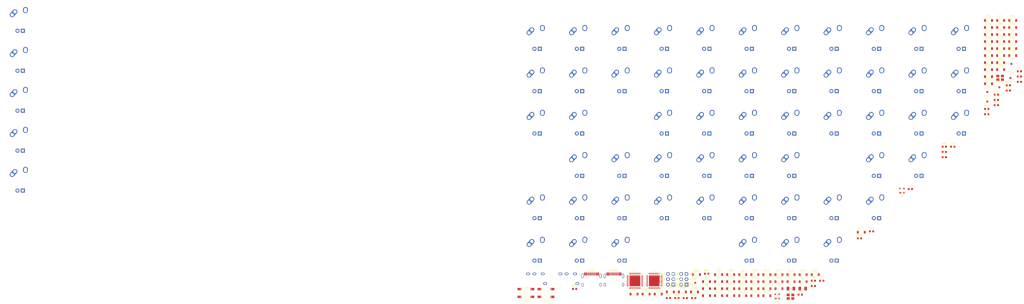
<source format=kicad_pcb>
(kicad_pcb (version 20171130) (host pcbnew "(5.1.4)-1")
  (layers (0 F.Cu signal) (31 B.Cu signal) (34 B.Paste user) (35 F.Paste user) (36 B.SilkS user) (37 F.SilkS user) (38 B.Mask user) (39 F.Mask user) (44 Edge.Cuts user))
  (net 0 "")
  (net 1 GND)
  (net 2 "Net-(C1-Pad1)")
  (net 3 "Net-(C2-Pad1)")
  (net 4 "Net-(C3-Pad1)")
  (net 5 +5V)
  (net 6 GNDA)
  (net 7 "Net-(C8-Pad1)")
  (net 8 "Net-(C9-Pad1)")
  (net 9 "Net-(C10-Pad1)")
  (net 10 +5VA)
  (net 11 VBUS)
  (net 12 VDC)
  (net 13 "Net-(D3-Pad2)")
  (net 14 ROW0)
  (net 15 "Net-(D4-Pad2)")
  (net 16 "Net-(D5-Pad2)")
  (net 17 "Net-(D6-Pad2)")
  (net 18 "Net-(D7-Pad2)")
  (net 19 "Net-(D8-Pad2)")
  (net 20 "Net-(D9-Pad2)")
  (net 21 ROW1)
  (net 22 "Net-(D10-Pad2)")
  (net 23 "Net-(D11-Pad2)")
  (net 24 "Net-(D12-Pad2)")
  (net 25 "Net-(D13-Pad2)")
  (net 26 "Net-(D14-Pad2)")
  (net 27 "Net-(D15-Pad2)")
  (net 28 ROW2)
  (net 29 "Net-(D16-Pad2)")
  (net 30 "Net-(D17-Pad2)")
  (net 31 "Net-(D18-Pad2)")
  (net 32 "Net-(D19-Pad2)")
  (net 33 "Net-(D20-Pad2)")
  (net 34 "Net-(D21-Pad2)")
  (net 35 ROW3)
  (net 36 "Net-(D22-Pad2)")
  (net 37 "Net-(D23-Pad2)")
  (net 38 "Net-(D24-Pad2)")
  (net 39 "Net-(D25-Pad2)")
  (net 40 "Net-(D26-Pad2)")
  (net 41 "Net-(D27-Pad2)")
  (net 42 "Net-(D27-Pad1)")
  (net 43 "Net-(D28-Pad2)")
  (net 44 ROW4)
  (net 45 "Net-(D29-Pad2)")
  (net 46 "Net-(D30-Pad2)")
  (net 47 "Net-(D31-Pad2)")
  (net 48 "Net-(D32-Pad2)")
  (net 49 "Net-(D33-Pad2)")
  (net 50 ROW0-R)
  (net 51 "Net-(D34-Pad2)")
  (net 52 "Net-(D35-Pad2)")
  (net 53 "Net-(D36-Pad2)")
  (net 54 "Net-(D37-Pad2)")
  (net 55 "Net-(D38-Pad2)")
  (net 56 "Net-(D39-Pad2)")
  (net 57 ROW1-R)
  (net 58 "Net-(D40-Pad2)")
  (net 59 "Net-(D41-Pad2)")
  (net 60 "Net-(D42-Pad2)")
  (net 61 "Net-(D43-Pad2)")
  (net 62 "Net-(D44-Pad2)")
  (net 63 "Net-(D45-Pad2)")
  (net 64 ROW2-R)
  (net 65 "Net-(D46-Pad2)")
  (net 66 "Net-(D47-Pad2)")
  (net 67 "Net-(D48-Pad2)")
  (net 68 "Net-(D49-Pad2)")
  (net 69 "Net-(D50-Pad2)")
  (net 70 "Net-(D51-Pad2)")
  (net 71 ROW3-R)
  (net 72 "Net-(D52-Pad2)")
  (net 73 "Net-(D53-Pad2)")
  (net 74 "Net-(D54-Pad2)")
  (net 75 "Net-(D55-Pad2)")
  (net 76 "Net-(D56-Pad2)")
  (net 77 "Net-(D57-Pad2)")
  (net 78 "Net-(D57-Pad1)")
  (net 79 "Net-(D58-Pad2)")
  (net 80 ROW4-R)
  (net 81 "Net-(D59-Pad2)")
  (net 82 "Net-(D60-Pad2)")
  (net 83 "Net-(D61-Pad2)")
  (net 84 "Net-(D62-Pad2)")
  (net 85 VCC)
  (net 86 VDD)
  (net 87 SDA)
  (net 88 SCL)
  (net 89 RESET)
  (net 90 MOSI)
  (net 91 SCK)
  (net 92 MISO)
  (net 93 SDA-R)
  (net 94 SCL-R)
  (net 95 RESET-R)
  (net 96 MOSI-R)
  (net 97 SCK-R)
  (net 98 MISO-R)
  (net 99 "Net-(MX1-Pad4)")
  (net 100 "Net-(MX1-Pad3)")
  (net 101 COL0)
  (net 102 "Net-(MX2-Pad4)")
  (net 103 "Net-(MX2-Pad3)")
  (net 104 COL1)
  (net 105 "Net-(MX3-Pad4)")
  (net 106 "Net-(MX3-Pad3)")
  (net 107 COL2)
  (net 108 "Net-(MX4-Pad4)")
  (net 109 "Net-(MX4-Pad3)")
  (net 110 COL3)
  (net 111 "Net-(MX5-Pad4)")
  (net 112 "Net-(MX5-Pad3)")
  (net 113 COL4)
  (net 114 "Net-(MX6-Pad4)")
  (net 115 "Net-(MX6-Pad3)")
  (net 116 COL5)
  (net 117 "Net-(MX7-Pad4)")
  (net 118 "Net-(MX7-Pad3)")
  (net 119 "Net-(MX8-Pad4)")
  (net 120 "Net-(MX8-Pad3)")
  (net 121 "Net-(MX9-Pad4)")
  (net 122 "Net-(MX9-Pad3)")
  (net 123 "Net-(MX10-Pad4)")
  (net 124 "Net-(MX10-Pad3)")
  (net 125 "Net-(MX11-Pad4)")
  (net 126 "Net-(MX11-Pad3)")
  (net 127 "Net-(MX12-Pad4)")
  (net 128 "Net-(MX12-Pad3)")
  (net 129 "Net-(MX13-Pad4)")
  (net 130 "Net-(MX13-Pad3)")
  (net 131 "Net-(MX14-Pad4)")
  (net 132 "Net-(MX14-Pad3)")
  (net 133 "Net-(MX15-Pad4)")
  (net 134 "Net-(MX15-Pad3)")
  (net 135 "Net-(MX16-Pad4)")
  (net 136 "Net-(MX16-Pad3)")
  (net 137 "Net-(MX17-Pad4)")
  (net 138 "Net-(MX17-Pad3)")
  (net 139 "Net-(MX18-Pad4)")
  (net 140 "Net-(MX18-Pad3)")
  (net 141 "Net-(MX19-Pad4)")
  (net 142 "Net-(MX19-Pad3)")
  (net 143 "Net-(MX20-Pad4)")
  (net 144 "Net-(MX20-Pad3)")
  (net 145 "Net-(MX21-Pad4)")
  (net 146 "Net-(MX21-Pad3)")
  (net 147 "Net-(MX22-Pad4)")
  (net 148 "Net-(MX22-Pad3)")
  (net 149 "Net-(MX23-Pad4)")
  (net 150 "Net-(MX23-Pad3)")
  (net 151 "Net-(MX24-Pad4)")
  (net 152 "Net-(MX24-Pad3)")
  (net 153 "Net-(MX25-Pad4)")
  (net 154 "Net-(MX25-Pad3)")
  (net 155 "Net-(MX26-Pad4)")
  (net 156 "Net-(MX26-Pad3)")
  (net 157 "Net-(MX27-Pad4)")
  (net 158 "Net-(MX27-Pad3)")
  (net 159 "Net-(MX28-Pad4)")
  (net 160 "Net-(MX28-Pad3)")
  (net 161 "Net-(MX29-Pad4)")
  (net 162 "Net-(MX29-Pad3)")
  (net 163 "Net-(MX30-Pad4)")
  (net 164 "Net-(MX30-Pad3)")
  (net 165 "Net-(MX31-Pad4)")
  (net 166 "Net-(MX31-Pad3)")
  (net 167 COL0-R)
  (net 168 "Net-(MX32-Pad4)")
  (net 169 "Net-(MX32-Pad3)")
  (net 170 COL1-R)
  (net 171 "Net-(MX33-Pad4)")
  (net 172 "Net-(MX33-Pad3)")
  (net 173 COL2-R)
  (net 174 "Net-(MX34-Pad4)")
  (net 175 "Net-(MX34-Pad3)")
  (net 176 COL3-R)
  (net 177 "Net-(MX35-Pad4)")
  (net 178 "Net-(MX35-Pad3)")
  (net 179 COL4-R)
  (net 180 "Net-(MX36-Pad4)")
  (net 181 "Net-(MX36-Pad3)")
  (net 182 COL5-R)
  (net 183 "Net-(MX37-Pad4)")
  (net 184 "Net-(MX37-Pad3)")
  (net 185 "Net-(MX38-Pad4)")
  (net 186 "Net-(MX38-Pad3)")
  (net 187 "Net-(MX39-Pad4)")
  (net 188 "Net-(MX39-Pad3)")
  (net 189 "Net-(MX40-Pad4)")
  (net 190 "Net-(MX40-Pad3)")
  (net 191 "Net-(MX41-Pad4)")
  (net 192 "Net-(MX41-Pad3)")
  (net 193 "Net-(MX42-Pad4)")
  (net 194 "Net-(MX42-Pad3)")
  (net 195 "Net-(MX43-Pad4)")
  (net 196 "Net-(MX43-Pad3)")
  (net 197 "Net-(MX44-Pad4)")
  (net 198 "Net-(MX44-Pad3)")
  (net 199 "Net-(MX45-Pad4)")
  (net 200 "Net-(MX45-Pad3)")
  (net 201 "Net-(MX46-Pad4)")
  (net 202 "Net-(MX46-Pad3)")
  (net 203 "Net-(MX47-Pad4)")
  (net 204 "Net-(MX47-Pad3)")
  (net 205 "Net-(MX48-Pad4)")
  (net 206 "Net-(MX48-Pad3)")
  (net 207 "Net-(MX49-Pad4)")
  (net 208 "Net-(MX49-Pad3)")
  (net 209 "Net-(MX50-Pad4)")
  (net 210 "Net-(MX50-Pad3)")
  (net 211 "Net-(MX51-Pad4)")
  (net 212 "Net-(MX51-Pad3)")
  (net 213 "Net-(MX52-Pad4)")
  (net 214 "Net-(MX52-Pad3)")
  (net 215 "Net-(MX53-Pad4)")
  (net 216 "Net-(MX53-Pad3)")
  (net 217 "Net-(MX54-Pad4)")
  (net 218 "Net-(MX54-Pad3)")
  (net 219 "Net-(MX55-Pad4)")
  (net 220 "Net-(MX55-Pad3)")
  (net 221 "Net-(MX56-Pad4)")
  (net 222 "Net-(MX56-Pad3)")
  (net 223 "Net-(MX57-Pad4)")
  (net 224 "Net-(MX57-Pad3)")
  (net 225 "Net-(MX58-Pad4)")
  (net 226 "Net-(MX58-Pad3)")
  (net 227 "Net-(MX59-Pad4)")
  (net 228 "Net-(MX59-Pad3)")
  (net 229 "Net-(MX60-Pad4)")
  (net 230 "Net-(MX60-Pad3)")
  (net 231 "Net-(R25-Pad2)")
  (net 232 "Net-(R41-Pad2)")
  (net 233 D+)
  (net 234 "Net-(R42-Pad2)")
  (net 235 D-)
  (net 236 "Net-(R43-Pad1)")
  (net 237 "Net-(R44-Pad1)")
  (net 238 "Net-(R67-Pad2)")
  (net 239 "Net-(R83-Pad2)")
  (net 240 D+-R)
  (net 241 "Net-(R84-Pad2)")
  (net 242 D--R)
  (net 243 "Net-(R85-Pad1)")
  (net 244 "Net-(R86-Pad1)")
  (net 245 HDETECT)
  (net 246 HDETECT-R)
  (net 247 "Net-(U1-Pad42)")
  (net 248 COL6)
  (net 249 LEDIND-3)
  (net 250 LEDIND-2)
  (net 251 LEDIND-1)
  (net 252 "Net-(U1-Pad20)")
  (net 253 LEDPWM)
  (net 254 "Net-(U1-Pad8)")
  (net 255 "Net-(U1-Pad1)")
  (net 256 "Net-(U3-Pad42)")
  (net 257 LEDIND-1-R)
  (net 258 LEDIND-2-R)
  (net 259 LEDIND-3-R)
  (net 260 COL6-R)
  (net 261 "Net-(U3-Pad21)")
  (net 262 "Net-(U3-Pad20)")
  (net 263 LEDPWM-R)
  (net 264 "Net-(U3-Pad8)")
  (net 265 "Net-(USB1-Pad3)")
  (net 266 "Net-(USB1-Pad9)")
  (net 267 "Net-(USB2-Pad3)")
  (net 268 "Net-(USB2-Pad9)")
  (module Crystal:Crystal_SMD_3225-4Pin_3.2x2.5mm (layer F.Cu) (at 545.98125 91.01625)
    (fp_text reference Y2 (at 0 -2.45) (layer F.SilkS))
    (fp_text value 16MHz)
    (pad 4 smd rect (at -1.1 -0.85) (size 1.4 1.2) (layers F.Cu F.Paste F.Mask) (net 6 GNDA))
    (pad 3 smd rect (at 1.1 -0.85) (size 1.4 1.2) (layers F.Cu F.Paste F.Mask) (net 8 "Net-(C9-Pad1)"))
    (pad 2 smd rect (at 1.1 0.85) (size 1.4 1.2) (layers F.Cu F.Paste F.Mask) (net 6 GNDA))
    (pad 1 smd rect (at -1.1 0.85) (size 1.4 1.2) (layers F.Cu F.Paste F.Mask) (net 7 "Net-(C8-Pad1)"))
  )
  (module Crystal:Crystal_SMD_3225-4Pin_3.2x2.5mm (layer F.Cu) (at 446.18125 195.40625)
    (fp_text reference Y1 (at 0 -2.45) (layer F.SilkS))
    (fp_text value 16MHz)
    (pad 4 smd rect (at -1.1 -0.85) (size 1.4 1.2) (layers F.Cu F.Paste F.Mask) (net 1 GND))
    (pad 3 smd rect (at 1.1 -0.85) (size 1.4 1.2) (layers F.Cu F.Paste F.Mask) (net 3 "Net-(C2-Pad1)"))
    (pad 2 smd rect (at 1.1 0.85) (size 1.4 1.2) (layers F.Cu F.Paste F.Mask) (net 1 GND))
    (pad 1 smd rect (at -1.1 0.85) (size 1.4 1.2) (layers F.Cu F.Paste F.Mask) (net 2 "Net-(C1-Pad1)"))
  )
  (module Type-C:HRO-TYPE-C-31-M-12-Assembly (layer F.Cu) (at 362.106249 192.26625)
    (fp_text reference USB2 (at 0 -9.25) (layer F.SilkS))
    (fp_text value HRO-TYPE-C-31-M-12)
    (pad 12 smd rect (at 3.225 -7.695) (size 0.6 1.45) (layers F.Cu F.Paste F.Mask) (net 6 GNDA))
    (pad 1 smd rect (at -3.225 -7.695) (size 0.6 1.45) (layers F.Cu F.Paste F.Mask) (net 6 GNDA))
    (pad 11 smd rect (at 2.45 -7.695) (size 0.6 1.45) (layers F.Cu F.Paste F.Mask) (net 86 VDD))
    (pad 2 smd rect (at -2.45 -7.695) (size 0.6 1.45) (layers F.Cu F.Paste F.Mask) (net 86 VDD))
    (pad 3 smd rect (at -1.75 -7.695) (size 0.3 1.45) (layers F.Cu F.Paste F.Mask) (net 267 "Net-(USB2-Pad3)"))
    (pad 10 smd rect (at 1.75 -7.695) (size 0.3 1.45) (layers F.Cu F.Paste F.Mask) (net 243 "Net-(R85-Pad1)"))
    (pad 4 smd rect (at -1.25 -7.695) (size 0.3 1.45) (layers F.Cu F.Paste F.Mask) (net 244 "Net-(R86-Pad1)"))
    (pad 9 smd rect (at 1.25 -7.695) (size 0.3 1.45) (layers F.Cu F.Paste F.Mask) (net 268 "Net-(USB2-Pad9)"))
    (pad 5 smd rect (at -0.75 -7.695) (size 0.3 1.45) (layers F.Cu F.Paste F.Mask) (net 241 "Net-(R84-Pad2)"))
    (pad 8 smd rect (at 0.75 -7.695) (size 0.3 1.45) (layers F.Cu F.Paste F.Mask) (net 239 "Net-(R83-Pad2)"))
    (pad 7 smd rect (at 0.25 -7.695) (size 0.3 1.45) (layers F.Cu F.Paste F.Mask) (net 241 "Net-(R84-Pad2)"))
    (pad 6 smd rect (at -0.25 -7.695) (size 0.3 1.45) (layers F.Cu F.Paste F.Mask) (net 239 "Net-(R83-Pad2)"))
    (pad "" np_thru_hole circle (at 2.89 -6.25) (size 0.65 0.65) (drill 0.65) (layers *.Cu *.Mask))
    (pad "" np_thru_hole circle (at -2.89 -6.25) (size 0.65 0.65) (drill 0.65) (layers *.Cu *.Mask))
    (pad 13 thru_hole oval (at -4.32 -6.78) (size 1 2.1) (drill oval 0.6 1.7) (layers *.Cu *.Mask) (net 6 GNDA))
    (pad 13 thru_hole oval (at 4.32 -6.78) (size 1 2.1) (drill oval 0.6 1.7) (layers *.Cu *.Mask) (net 6 GNDA))
    (pad 13 thru_hole oval (at -4.32 -2.6) (size 1 1.6) (drill oval 0.6 1.2) (layers *.Cu *.Mask) (net 6 GNDA))
    (pad 13 thru_hole oval (at 4.32 -2.6) (size 1 1.6) (drill oval 0.6 1.2) (layers *.Cu *.Mask) (net 6 GNDA))
  )
  (module Type-C:HRO-TYPE-C-31-M-12-Assembly (layer F.Cu) (at 351.466249 192.26625)
    (fp_text reference USB1 (at 0 -9.25) (layer F.SilkS))
    (fp_text value HRO-TYPE-C-31-M-12)
    (pad 12 smd rect (at 3.225 -7.695) (size 0.6 1.45) (layers F.Cu F.Paste F.Mask) (net 1 GND))
    (pad 1 smd rect (at -3.225 -7.695) (size 0.6 1.45) (layers F.Cu F.Paste F.Mask) (net 1 GND))
    (pad 11 smd rect (at 2.45 -7.695) (size 0.6 1.45) (layers F.Cu F.Paste F.Mask) (net 85 VCC))
    (pad 2 smd rect (at -2.45 -7.695) (size 0.6 1.45) (layers F.Cu F.Paste F.Mask) (net 85 VCC))
    (pad 3 smd rect (at -1.75 -7.695) (size 0.3 1.45) (layers F.Cu F.Paste F.Mask) (net 265 "Net-(USB1-Pad3)"))
    (pad 10 smd rect (at 1.75 -7.695) (size 0.3 1.45) (layers F.Cu F.Paste F.Mask) (net 236 "Net-(R43-Pad1)"))
    (pad 4 smd rect (at -1.25 -7.695) (size 0.3 1.45) (layers F.Cu F.Paste F.Mask) (net 237 "Net-(R44-Pad1)"))
    (pad 9 smd rect (at 1.25 -7.695) (size 0.3 1.45) (layers F.Cu F.Paste F.Mask) (net 266 "Net-(USB1-Pad9)"))
    (pad 5 smd rect (at -0.75 -7.695) (size 0.3 1.45) (layers F.Cu F.Paste F.Mask) (net 234 "Net-(R42-Pad2)"))
    (pad 8 smd rect (at 0.75 -7.695) (size 0.3 1.45) (layers F.Cu F.Paste F.Mask) (net 232 "Net-(R41-Pad2)"))
    (pad 7 smd rect (at 0.25 -7.695) (size 0.3 1.45) (layers F.Cu F.Paste F.Mask) (net 234 "Net-(R42-Pad2)"))
    (pad 6 smd rect (at -0.25 -7.695) (size 0.3 1.45) (layers F.Cu F.Paste F.Mask) (net 232 "Net-(R41-Pad2)"))
    (pad "" np_thru_hole circle (at 2.89 -6.25) (size 0.65 0.65) (drill 0.65) (layers *.Cu *.Mask))
    (pad "" np_thru_hole circle (at -2.89 -6.25) (size 0.65 0.65) (drill 0.65) (layers *.Cu *.Mask))
    (pad 13 thru_hole oval (at -4.32 -6.78) (size 1 2.1) (drill oval 0.6 1.7) (layers *.Cu *.Mask) (net 1 GND))
    (pad 13 thru_hole oval (at 4.32 -6.78) (size 1 2.1) (drill oval 0.6 1.7) (layers *.Cu *.Mask) (net 1 GND))
    (pad 13 thru_hole oval (at -4.32 -2.6) (size 1 1.6) (drill oval 0.6 1.2) (layers *.Cu *.Mask) (net 1 GND))
    (pad 13 thru_hole oval (at 4.32 -2.6) (size 1 1.6) (drill oval 0.6 1.2) (layers *.Cu *.Mask) (net 1 GND))
  )
  (module locallib:SOT143B (layer F.Cu) (at 439.83125 195.26625)
    (fp_text reference U4 (at 0 2.45) (layer F.SilkS))
    (fp_text value PRTR5V0U2X)
    (pad 1 smd rect (at -0.75 1) (size 1 0.7) (layers F.Cu F.Paste F.Mask) (net 6 GNDA))
    (pad 4 smd rect (at -0.95 -1) (size 0.6 0.7) (layers F.Cu F.Paste F.Mask) (net 86 VDD))
    (pad 2 smd rect (at 0.95 1) (size 0.6 0.7) (layers F.Cu F.Paste F.Mask) (net 239 "Net-(R83-Pad2)"))
    (pad 3 smd rect (at 0.95 -1) (size 0.6 0.7) (layers F.Cu F.Paste F.Mask) (net 241 "Net-(R84-Pad2)"))
  )
  (module Package_DFN_QFN:QFN-44-1EP_7x7mm_P0.5mm_EP5.15x5.15mm (layer F.Cu) (at 381.36125 187.83625)
    (fp_text reference U3 (at 0 -4.82) (layer F.SilkS))
    (fp_text value ATmega32U4-MU)
    (pad 44 smd roundrect (at -2.5 -3.4375) (size 0.25 0.875) (layers F.Cu F.Paste F.Mask) (net 10 +5VA))
    (pad 43 smd roundrect (at -2 -3.4375) (size 0.25 0.875) (layers F.Cu F.Paste F.Mask) (net 6 GNDA))
    (pad 42 smd roundrect (at -1.5 -3.4375) (size 0.25 0.875) (layers F.Cu F.Paste F.Mask) (net 256 "Net-(U3-Pad42)"))
    (pad 41 smd roundrect (at -1 -3.4375) (size 0.25 0.875) (layers F.Cu F.Paste F.Mask) (net 176 COL3-R))
    (pad 40 smd roundrect (at -0.5 -3.4375) (size 0.25 0.875) (layers F.Cu F.Paste F.Mask) (net 173 COL2-R))
    (pad 39 smd roundrect (at 0 -3.4375) (size 0.25 0.875) (layers F.Cu F.Paste F.Mask) (net 179 COL4-R))
    (pad 38 smd roundrect (at 0.5 -3.4375) (size 0.25 0.875) (layers F.Cu F.Paste F.Mask) (net 182 COL5-R))
    (pad 37 smd roundrect (at 1 -3.4375) (size 0.25 0.875) (layers F.Cu F.Paste F.Mask) (net 257 LEDIND-1-R))
    (pad 36 smd roundrect (at 1.5 -3.4375) (size 0.25 0.875) (layers F.Cu F.Paste F.Mask) (net 258 LEDIND-2-R))
    (pad 35 smd roundrect (at 2 -3.4375) (size 0.25 0.875) (layers F.Cu F.Paste F.Mask) (net 6 GNDA))
    (pad 34 smd roundrect (at 2.5 -3.4375) (size 0.25 0.875) (layers F.Cu F.Paste F.Mask) (net 10 +5VA))
    (pad 33 smd roundrect (at 3.4375 -2.5) (size 0.875 0.25) (layers F.Cu F.Paste F.Mask) (net 238 "Net-(R67-Pad2)"))
    (pad 32 smd roundrect (at 3.4375 -2) (size 0.875 0.25) (layers F.Cu F.Paste F.Mask) (net 259 LEDIND-3-R))
    (pad 31 smd roundrect (at 3.4375 -1.5) (size 0.875 0.25) (layers F.Cu F.Paste F.Mask) (net 260 COL6-R))
    (pad 30 smd roundrect (at 3.4375 -1) (size 0.875 0.25) (layers F.Cu F.Paste F.Mask) (net 50 ROW0-R))
    (pad 29 smd roundrect (at 3.4375 -0.5) (size 0.875 0.25) (layers F.Cu F.Paste F.Mask) (net 57 ROW1-R))
    (pad 28 smd roundrect (at 3.4375 0) (size 0.875 0.25) (layers F.Cu F.Paste F.Mask) (net 64 ROW2-R))
    (pad 27 smd roundrect (at 3.4375 0.5) (size 0.875 0.25) (layers F.Cu F.Paste F.Mask) (net 71 ROW3-R))
    (pad 26 smd roundrect (at 3.4375 1) (size 0.875 0.25) (layers F.Cu F.Paste F.Mask) (net 170 COL1-R))
    (pad 25 smd roundrect (at 3.4375 1.5) (size 0.875 0.25) (layers F.Cu F.Paste F.Mask) (net 167 COL0-R))
    (pad 24 smd roundrect (at 3.4375 2) (size 0.875 0.25) (layers F.Cu F.Paste F.Mask) (net 10 +5VA))
    (pad 23 smd roundrect (at 3.4375 2.5) (size 0.875 0.25) (layers F.Cu F.Paste F.Mask) (net 6 GNDA))
    (pad 22 smd roundrect (at 2.5 3.4375) (size 0.25 0.875) (layers F.Cu F.Paste F.Mask) (net 246 HDETECT-R))
    (pad 21 smd roundrect (at 2 3.4375) (size 0.25 0.875) (layers F.Cu F.Paste F.Mask) (net 261 "Net-(U3-Pad21)"))
    (pad 20 smd roundrect (at 1.5 3.4375) (size 0.25 0.875) (layers F.Cu F.Paste F.Mask) (net 262 "Net-(U3-Pad20)"))
    (pad 19 smd roundrect (at 1 3.4375) (size 0.25 0.875) (layers F.Cu F.Paste F.Mask) (net 93 SDA-R))
    (pad 18 smd roundrect (at 0.5 3.4375) (size 0.25 0.875) (layers F.Cu F.Paste F.Mask) (net 94 SCL-R))
    (pad 17 smd roundrect (at 0 3.4375) (size 0.25 0.875) (layers F.Cu F.Paste F.Mask) (net 7 "Net-(C8-Pad1)"))
    (pad 16 smd roundrect (at -0.5 3.4375) (size 0.25 0.875) (layers F.Cu F.Paste F.Mask) (net 8 "Net-(C9-Pad1)"))
    (pad 15 smd roundrect (at -1 3.4375) (size 0.25 0.875) (layers F.Cu F.Paste F.Mask) (net 6 GNDA))
    (pad 14 smd roundrect (at -1.5 3.4375) (size 0.25 0.875) (layers F.Cu F.Paste F.Mask) (net 10 +5VA))
    (pad 13 smd roundrect (at -2 3.4375) (size 0.25 0.875) (layers F.Cu F.Paste F.Mask) (net 95 RESET-R))
    (pad 12 smd roundrect (at -2.5 3.4375) (size 0.25 0.875) (layers F.Cu F.Paste F.Mask) (net 263 LEDPWM-R))
    (pad 11 smd roundrect (at -3.4375 2.5) (size 0.875 0.25) (layers F.Cu F.Paste F.Mask) (net 98 MISO-R))
    (pad 10 smd roundrect (at -3.4375 2) (size 0.875 0.25) (layers F.Cu F.Paste F.Mask) (net 96 MOSI-R))
    (pad 9 smd roundrect (at -3.4375 1.5) (size 0.875 0.25) (layers F.Cu F.Paste F.Mask) (net 97 SCK-R))
    (pad 8 smd roundrect (at -3.4375 1) (size 0.875 0.25) (layers F.Cu F.Paste F.Mask) (net 264 "Net-(U3-Pad8)"))
    (pad 7 smd roundrect (at -3.4375 0.5) (size 0.875 0.25) (layers F.Cu F.Paste F.Mask) (net 12 VDC))
    (pad 6 smd roundrect (at -3.4375 0) (size 0.875 0.25) (layers F.Cu F.Paste F.Mask) (net 9 "Net-(C10-Pad1)"))
    (pad 5 smd roundrect (at -3.4375 -0.5) (size 0.875 0.25) (layers F.Cu F.Paste F.Mask) (net 6 GNDA))
    (pad 4 smd roundrect (at -3.4375 -1) (size 0.875 0.25) (layers F.Cu F.Paste F.Mask) (net 240 D+-R))
    (pad 3 smd roundrect (at -3.4375 -1.5) (size 0.875 0.25) (layers F.Cu F.Paste F.Mask) (net 242 D--R))
    (pad 2 smd roundrect (at -3.4375 -2) (size 0.875 0.25) (layers F.Cu F.Paste F.Mask) (net 12 VDC))
    (pad 1 smd roundrect (at -3.4375 -2.5) (size 0.875 0.25) (layers F.Cu F.Paste F.Mask) (net 80 ROW4-R))
    (pad 45 smd roundrect (at 0 0) (size 5.15 5.15) (layers F.Cu F.Mask) (roundrect_rratio 0.048544) (net 6 GNDA))
  )
  (module locallib:SOT143B (layer F.Cu) (at 499.23125 144.81625)
    (fp_text reference U2 (at 0 2.45) (layer F.SilkS))
    (fp_text value PRTR5V0U2X)
    (pad 1 smd rect (at -0.75 1) (size 1 0.7) (layers F.Cu F.Paste F.Mask) (net 1 GND))
    (pad 4 smd rect (at -0.95 -1) (size 0.6 0.7) (layers F.Cu F.Paste F.Mask) (net 85 VCC))
    (pad 2 smd rect (at 0.95 1) (size 0.6 0.7) (layers F.Cu F.Paste F.Mask) (net 232 "Net-(R41-Pad2)"))
    (pad 3 smd rect (at 0.95 -1) (size 0.6 0.7) (layers F.Cu F.Paste F.Mask) (net 234 "Net-(R42-Pad2)"))
  )
  (module Package_DFN_QFN:QFN-44-1EP_7x7mm_P0.5mm_EP5.15x5.15mm (layer F.Cu) (at 372.07125 187.83625)
    (fp_text reference U1 (at 0 -4.82) (layer F.SilkS))
    (fp_text value ATmega32U4-MU)
    (pad 44 smd roundrect (at -2.5 -3.4375) (size 0.25 0.875) (layers F.Cu F.Paste F.Mask) (net 5 +5V))
    (pad 43 smd roundrect (at -2 -3.4375) (size 0.25 0.875) (layers F.Cu F.Paste F.Mask) (net 1 GND))
    (pad 42 smd roundrect (at -1.5 -3.4375) (size 0.25 0.875) (layers F.Cu F.Paste F.Mask) (net 247 "Net-(U1-Pad42)"))
    (pad 41 smd roundrect (at -1 -3.4375) (size 0.25 0.875) (layers F.Cu F.Paste F.Mask) (net 248 COL6))
    (pad 40 smd roundrect (at -0.5 -3.4375) (size 0.25 0.875) (layers F.Cu F.Paste F.Mask) (net 116 COL5))
    (pad 39 smd roundrect (at 0 -3.4375) (size 0.25 0.875) (layers F.Cu F.Paste F.Mask) (net 35 ROW3))
    (pad 38 smd roundrect (at 0.5 -3.4375) (size 0.25 0.875) (layers F.Cu F.Paste F.Mask) (net 28 ROW2))
    (pad 37 smd roundrect (at 1 -3.4375) (size 0.25 0.875) (layers F.Cu F.Paste F.Mask) (net 21 ROW1))
    (pad 36 smd roundrect (at 1.5 -3.4375) (size 0.25 0.875) (layers F.Cu F.Paste F.Mask) (net 14 ROW0))
    (pad 35 smd roundrect (at 2 -3.4375) (size 0.25 0.875) (layers F.Cu F.Paste F.Mask) (net 1 GND))
    (pad 34 smd roundrect (at 2.5 -3.4375) (size 0.25 0.875) (layers F.Cu F.Paste F.Mask) (net 5 +5V))
    (pad 33 smd roundrect (at 3.4375 -2.5) (size 0.875 0.25) (layers F.Cu F.Paste F.Mask) (net 231 "Net-(R25-Pad2)"))
    (pad 32 smd roundrect (at 3.4375 -2) (size 0.875 0.25) (layers F.Cu F.Paste F.Mask) (net 101 COL0))
    (pad 31 smd roundrect (at 3.4375 -1.5) (size 0.875 0.25) (layers F.Cu F.Paste F.Mask) (net 249 LEDIND-3))
    (pad 30 smd roundrect (at 3.4375 -1) (size 0.875 0.25) (layers F.Cu F.Paste F.Mask) (net 250 LEDIND-2))
    (pad 29 smd roundrect (at 3.4375 -0.5) (size 0.875 0.25) (layers F.Cu F.Paste F.Mask) (net 251 LEDIND-1))
    (pad 28 smd roundrect (at 3.4375 0) (size 0.875 0.25) (layers F.Cu F.Paste F.Mask) (net 104 COL1))
    (pad 27 smd roundrect (at 3.4375 0.5) (size 0.875 0.25) (layers F.Cu F.Paste F.Mask) (net 107 COL2))
    (pad 26 smd roundrect (at 3.4375 1) (size 0.875 0.25) (layers F.Cu F.Paste F.Mask) (net 110 COL3))
    (pad 25 smd roundrect (at 3.4375 1.5) (size 0.875 0.25) (layers F.Cu F.Paste F.Mask) (net 113 COL4))
    (pad 24 smd roundrect (at 3.4375 2) (size 0.875 0.25) (layers F.Cu F.Paste F.Mask) (net 5 +5V))
    (pad 23 smd roundrect (at 3.4375 2.5) (size 0.875 0.25) (layers F.Cu F.Paste F.Mask) (net 1 GND))
    (pad 22 smd roundrect (at 2.5 3.4375) (size 0.25 0.875) (layers F.Cu F.Paste F.Mask) (net 245 HDETECT))
    (pad 21 smd roundrect (at 2 3.4375) (size 0.25 0.875) (layers F.Cu F.Paste F.Mask) (net 44 ROW4))
    (pad 20 smd roundrect (at 1.5 3.4375) (size 0.25 0.875) (layers F.Cu F.Paste F.Mask) (net 252 "Net-(U1-Pad20)"))
    (pad 19 smd roundrect (at 1 3.4375) (size 0.25 0.875) (layers F.Cu F.Paste F.Mask) (net 87 SDA))
    (pad 18 smd roundrect (at 0.5 3.4375) (size 0.25 0.875) (layers F.Cu F.Paste F.Mask) (net 88 SCL))
    (pad 17 smd roundrect (at 0 3.4375) (size 0.25 0.875) (layers F.Cu F.Paste F.Mask) (net 2 "Net-(C1-Pad1)"))
    (pad 16 smd roundrect (at -0.5 3.4375) (size 0.25 0.875) (layers F.Cu F.Paste F.Mask) (net 3 "Net-(C2-Pad1)"))
    (pad 15 smd roundrect (at -1 3.4375) (size 0.25 0.875) (layers F.Cu F.Paste F.Mask) (net 1 GND))
    (pad 14 smd roundrect (at -1.5 3.4375) (size 0.25 0.875) (layers F.Cu F.Paste F.Mask) (net 5 +5V))
    (pad 13 smd roundrect (at -2 3.4375) (size 0.25 0.875) (layers F.Cu F.Paste F.Mask) (net 89 RESET))
    (pad 12 smd roundrect (at -2.5 3.4375) (size 0.25 0.875) (layers F.Cu F.Paste F.Mask) (net 253 LEDPWM))
    (pad 11 smd roundrect (at -3.4375 2.5) (size 0.875 0.25) (layers F.Cu F.Paste F.Mask) (net 92 MISO))
    (pad 10 smd roundrect (at -3.4375 2) (size 0.875 0.25) (layers F.Cu F.Paste F.Mask) (net 90 MOSI))
    (pad 9 smd roundrect (at -3.4375 1.5) (size 0.875 0.25) (layers F.Cu F.Paste F.Mask) (net 91 SCK))
    (pad 8 smd roundrect (at -3.4375 1) (size 0.875 0.25) (layers F.Cu F.Paste F.Mask) (net 254 "Net-(U1-Pad8)"))
    (pad 7 smd roundrect (at -3.4375 0.5) (size 0.875 0.25) (layers F.Cu F.Paste F.Mask) (net 11 VBUS))
    (pad 6 smd roundrect (at -3.4375 0) (size 0.875 0.25) (layers F.Cu F.Paste F.Mask) (net 4 "Net-(C3-Pad1)"))
    (pad 5 smd roundrect (at -3.4375 -0.5) (size 0.875 0.25) (layers F.Cu F.Paste F.Mask) (net 1 GND))
    (pad 4 smd roundrect (at -3.4375 -1) (size 0.875 0.25) (layers F.Cu F.Paste F.Mask) (net 233 D+))
    (pad 3 smd roundrect (at -3.4375 -1.5) (size 0.875 0.25) (layers F.Cu F.Paste F.Mask) (net 235 D-))
    (pad 2 smd roundrect (at -3.4375 -2) (size 0.875 0.25) (layers F.Cu F.Paste F.Mask) (net 11 VBUS))
    (pad 1 smd roundrect (at -3.4375 -2.5) (size 0.875 0.25) (layers F.Cu F.Paste F.Mask) (net 255 "Net-(U1-Pad1)"))
    (pad 45 smd roundrect (at 0 0) (size 5.15 5.15) (layers F.Cu F.Mask) (roundrect_rratio 0.048544) (net 1 GND))
  )
  (module locallib:SKQGADE010 (layer F.Cu) (at 329.73125 193.61625)
    (fp_text reference SW2 (at 0 4.064) (layer F.SilkS))
    (fp_text value SW_Push)
    (pad 4 smd rect (at -3.1 1.85) (size 1.8 1.1) (layers F.Cu F.Paste F.Mask))
    (pad 3 smd rect (at 3.1 -1.85) (size 1.8 1.1) (layers F.Cu F.Paste F.Mask))
    (pad 2 smd rect (at -3.1 -1.85) (size 1.8 1.1) (layers F.Cu F.Paste F.Mask) (net 95 RESET-R))
    (pad 1 smd rect (at 3.1 1.85) (size 1.8 1.1) (layers F.Cu F.Paste F.Mask) (net 6 GNDA))
  )
  (module locallib:SKQGADE010 (layer F.Cu) (at 320.18125 193.61625)
    (fp_text reference SW1 (at 0 4.064) (layer F.SilkS))
    (fp_text value SW_Push)
    (pad 4 smd rect (at -3.1 1.85) (size 1.8 1.1) (layers F.Cu F.Paste F.Mask))
    (pad 3 smd rect (at 3.1 -1.85) (size 1.8 1.1) (layers F.Cu F.Paste F.Mask))
    (pad 2 smd rect (at -3.1 -1.85) (size 1.8 1.1) (layers F.Cu F.Paste F.Mask) (net 89 RESET))
    (pad 1 smd rect (at 3.1 1.85) (size 1.8 1.1) (layers F.Cu F.Paste F.Mask) (net 1 GND))
  )
  (module Resistor_SMD:R_0603_1608Metric (layer F.Cu) (at 392.07125 196.05625)
    (fp_text reference R88 (at 0 -1.43) (layer F.SilkS))
    (fp_text value 10k)
    (pad 2 smd roundrect (at 0.7875 0) (size 0.875 0.95) (layers F.Cu F.Paste F.Mask) (net 246 HDETECT-R))
    (pad 1 smd roundrect (at -0.7875 0) (size 0.875 0.95) (layers F.Cu F.Paste F.Mask) (net 6 GNDA))
  )
  (module Resistor_SMD:R_0603_1608Metric (layer F.Cu) (at 388.06125 196.05625)
    (fp_text reference R87 (at 0 -1.43) (layer F.SilkS))
    (fp_text value 10k)
    (pad 2 smd roundrect (at 0.7875 0) (size 0.875 0.95) (layers F.Cu F.Paste F.Mask) (net 245 HDETECT))
    (pad 1 smd roundrect (at -0.7875 0) (size 0.875 0.95) (layers F.Cu F.Paste F.Mask) (net 5 +5V))
  )
  (module Resistor_SMD:R_0603_1608Metric (layer F.Cu) (at 343.37125 191.69625)
    (fp_text reference R86 (at 0 -1.43) (layer F.SilkS))
    (fp_text value 5.1k)
    (pad 2 smd roundrect (at 0.7875 0) (size 0.875 0.95) (layers F.Cu F.Paste F.Mask) (net 6 GNDA))
    (pad 1 smd roundrect (at -0.7875 0) (size 0.875 0.95) (layers F.Cu F.Paste F.Mask) (net 244 "Net-(R86-Pad1)"))
  )
  (module Resistor_SMD:R_0603_1608Metric (layer F.Cu) (at 400.09125 196.05625)
    (fp_text reference R85 (at 0 -1.43) (layer F.SilkS))
    (fp_text value 5.1k)
    (pad 2 smd roundrect (at 0.7875 0) (size 0.875 0.95) (layers F.Cu F.Paste F.Mask) (net 6 GNDA))
    (pad 1 smd roundrect (at -0.7875 0) (size 0.875 0.95) (layers F.Cu F.Paste F.Mask) (net 243 "Net-(R85-Pad1)"))
  )
  (module Resistor_SMD:R_0603_1608Metric (layer F.Cu) (at 406.26125 184.44625)
    (fp_text reference R84 (at 0 -1.43) (layer F.SilkS))
    (fp_text value 22)
    (pad 2 smd roundrect (at 0.7875 0) (size 0.875 0.95) (layers F.Cu F.Paste F.Mask) (net 241 "Net-(R84-Pad2)"))
    (pad 1 smd roundrect (at -0.7875 0) (size 0.875 0.95) (layers F.Cu F.Paste F.Mask) (net 242 D--R))
  )
  (module Resistor_SMD:R_0603_1608Metric (layer F.Cu) (at 519.41125 123.84625)
    (fp_text reference R83 (at 0 -1.43) (layer F.SilkS))
    (fp_text value 22)
    (pad 2 smd roundrect (at 0.7875 0) (size 0.875 0.95) (layers F.Cu F.Paste F.Mask) (net 239 "Net-(R83-Pad2)"))
    (pad 1 smd roundrect (at -0.7875 0) (size 0.875 0.95) (layers F.Cu F.Paste F.Mask) (net 240 D+-R))
  )
  (module Resistor_SMD:R_0603_1608Metric (layer F.Cu) (at 479.01125 167.59625)
    (fp_text reference R67 (at 0 -1.43) (layer F.SilkS))
    (fp_text value 10k)
    (pad 2 smd roundrect (at 0.7875 0) (size 0.875 0.95) (layers F.Cu F.Paste F.Mask) (net 238 "Net-(R67-Pad2)"))
    (pad 1 smd roundrect (at -0.7875 0) (size 0.875 0.95) (layers F.Cu F.Paste F.Mask) (net 6 GNDA))
  )
  (module Resistor_SMD:R_0603_1608Metric (layer F.Cu) (at 519.41125 126.35625)
    (fp_text reference R44 (at 0 -1.43) (layer F.SilkS))
    (fp_text value 5.1k)
    (pad 2 smd roundrect (at 0.7875 0) (size 0.875 0.95) (layers F.Cu F.Paste F.Mask) (net 1 GND))
    (pad 1 smd roundrect (at -0.7875 0) (size 0.875 0.95) (layers F.Cu F.Paste F.Mask) (net 237 "Net-(R44-Pad1)"))
  )
  (module Resistor_SMD:R_0603_1608Metric (layer F.Cu) (at 544.16125 99.04625)
    (fp_text reference R43 (at 0 -1.43) (layer F.SilkS))
    (fp_text value 5.1k)
    (pad 2 smd roundrect (at 0.7875 0) (size 0.875 0.95) (layers F.Cu F.Paste F.Mask) (net 1 GND))
    (pad 1 smd roundrect (at -0.7875 0) (size 0.875 0.95) (layers F.Cu F.Paste F.Mask) (net 236 "Net-(R43-Pad1)"))
  )
  (module Resistor_SMD:R_0603_1608Metric (layer F.Cu) (at 539.61125 105.84625)
    (fp_text reference R42 (at 0 -1.43) (layer F.SilkS))
    (fp_text value 22)
    (pad 2 smd roundrect (at 0.7875 0) (size 0.875 0.95) (layers F.Cu F.Paste F.Mask) (net 234 "Net-(R42-Pad2)"))
    (pad 1 smd roundrect (at -0.7875 0) (size 0.875 0.95) (layers F.Cu F.Paste F.Mask) (net 235 D-))
  )
  (module Resistor_SMD:R_0603_1608Metric (layer F.Cu) (at 555.16125 87.89625)
    (fp_text reference R41 (at 0 -1.43) (layer F.SilkS))
    (fp_text value 22)
    (pad 2 smd roundrect (at 0.7875 0) (size 0.875 0.95) (layers F.Cu F.Paste F.Mask) (net 232 "Net-(R41-Pad2)"))
    (pad 1 smd roundrect (at -0.7875 0) (size 0.875 0.95) (layers F.Cu F.Paste F.Mask) (net 233 D+))
  )
  (module Resistor_SMD:R_0603_1608Metric (layer F.Cu) (at 549.91125 94.59625)
    (fp_text reference R25 (at 0 -1.43) (layer F.SilkS))
    (fp_text value 10k)
    (pad 2 smd roundrect (at 0.7875 0) (size 0.875 0.95) (layers F.Cu F.Paste F.Mask) (net 231 "Net-(R25-Pad2)"))
    (pad 1 smd roundrect (at -0.7875 0) (size 0.875 0.95) (layers F.Cu F.Paste F.Mask) (net 1 GND))
  )
  (module Resistor_SMD:R_0603_1608Metric (layer F.Cu) (at 555.16125 90.40625)
    (fp_text reference R10 (at 0 -1.43) (layer F.SilkS))
    (fp_text value 4.7k)
    (pad 2 smd roundrect (at 0.7875 0) (size 0.875 0.95) (layers F.Cu F.Paste F.Mask) (net 88 SCL))
    (pad 1 smd roundrect (at -0.7875 0) (size 0.875 0.95) (layers F.Cu F.Paste F.Mask) (net 5 +5V))
  )
  (module Resistor_SMD:R_0603_1608Metric (layer F.Cu) (at 457.06125 187.79625)
    (fp_text reference R9 (at 0 -1.43) (layer F.SilkS))
    (fp_text value 4.7k)
    (pad 2 smd roundrect (at 0.7875 0) (size 0.875 0.95) (layers F.Cu F.Paste F.Mask) (net 87 SDA))
    (pad 1 smd roundrect (at -0.7875 0) (size 0.875 0.95) (layers F.Cu F.Paste F.Mask) (net 5 +5V))
  )
  (module MX_Alps_Hybrid:MX-1U (layer F.Cu) (at 466.90625 152.89125)
    (fp_text reference MX60)
    (fp_text value MX-1U)
    (pad "" np_thru_hole circle (at 5.08 0 48.0996) (size 1.75 1.75) (drill 1.75) (layers *.Cu *.Mask))
    (pad "" np_thru_hole circle (at -5.08 0 48.0996) (size 1.75 1.75) (drill 1.75) (layers *.Cu *.Mask))
    (pad 4 thru_hole rect (at 1.27 5.08) (size 1.905 1.905) (drill 1.04) (layers *.Cu B.Mask) (net 229 "Net-(MX60-Pad4)"))
    (pad 3 thru_hole circle (at -1.27 5.08) (size 1.905 1.905) (drill 1.04) (layers *.Cu B.Mask) (net 230 "Net-(MX60-Pad3)"))
    (pad 1 thru_hole circle (at -2.5 -4) (size 2.25 2.25) (drill 1.47) (layers *.Cu B.Mask) (net 182 COL5-R))
    (pad "" np_thru_hole circle (at 0 0) (size 3.9878 3.9878) (drill 3.9878) (layers *.Cu *.Mask))
    (pad 1 thru_hole oval (at -3.81 -2.54 48.0996) (size 4.211556 2.25) (drill 1.47 (offset 0.980778 0)) (layers *.Cu B.Mask) (net 182 COL5-R))
    (pad 2 thru_hole circle (at 2.54 -5.08) (size 2.25 2.25) (drill 1.47) (layers *.Cu B.Mask) (net 84 "Net-(D62-Pad2)"))
    (pad 2 thru_hole oval (at 2.5 -4.5 86.0548) (size 2.831378 2.25) (drill 1.47 (offset 0.290689 0)) (layers *.Cu B.Mask) (net 84 "Net-(D62-Pad2)"))
  )
  (module MX_Alps_Hybrid:MX-1U (layer F.Cu) (at 446.70625 173.09125)
    (fp_text reference MX59)
    (fp_text value MX-1U)
    (pad "" np_thru_hole circle (at 5.08 0 48.0996) (size 1.75 1.75) (drill 1.75) (layers *.Cu *.Mask))
    (pad "" np_thru_hole circle (at -5.08 0 48.0996) (size 1.75 1.75) (drill 1.75) (layers *.Cu *.Mask))
    (pad 4 thru_hole rect (at 1.27 5.08) (size 1.905 1.905) (drill 1.04) (layers *.Cu B.Mask) (net 227 "Net-(MX59-Pad4)"))
    (pad 3 thru_hole circle (at -1.27 5.08) (size 1.905 1.905) (drill 1.04) (layers *.Cu B.Mask) (net 228 "Net-(MX59-Pad3)"))
    (pad 1 thru_hole circle (at -2.5 -4) (size 2.25 2.25) (drill 1.47) (layers *.Cu B.Mask) (net 179 COL4-R))
    (pad "" np_thru_hole circle (at 0 0) (size 3.9878 3.9878) (drill 3.9878) (layers *.Cu *.Mask))
    (pad 1 thru_hole oval (at -3.81 -2.54 48.0996) (size 4.211556 2.25) (drill 1.47 (offset 0.980778 0)) (layers *.Cu B.Mask) (net 179 COL4-R))
    (pad 2 thru_hole circle (at 2.54 -5.08) (size 2.25 2.25) (drill 1.47) (layers *.Cu B.Mask) (net 83 "Net-(D61-Pad2)"))
    (pad 2 thru_hole oval (at 2.5 -4.5 86.0548) (size 2.831378 2.25) (drill 1.47 (offset 0.290689 0)) (layers *.Cu B.Mask) (net 83 "Net-(D61-Pad2)"))
  )
  (module MX_Alps_Hybrid:MX-1U (layer F.Cu) (at 527.50625 72.09125)
    (fp_text reference MX58)
    (fp_text value MX-1U)
    (pad "" np_thru_hole circle (at 5.08 0 48.0996) (size 1.75 1.75) (drill 1.75) (layers *.Cu *.Mask))
    (pad "" np_thru_hole circle (at -5.08 0 48.0996) (size 1.75 1.75) (drill 1.75) (layers *.Cu *.Mask))
    (pad 4 thru_hole rect (at 1.27 5.08) (size 1.905 1.905) (drill 1.04) (layers *.Cu B.Mask) (net 225 "Net-(MX58-Pad4)"))
    (pad 3 thru_hole circle (at -1.27 5.08) (size 1.905 1.905) (drill 1.04) (layers *.Cu B.Mask) (net 226 "Net-(MX58-Pad3)"))
    (pad 1 thru_hole circle (at -2.5 -4) (size 2.25 2.25) (drill 1.47) (layers *.Cu B.Mask) (net 176 COL3-R))
    (pad "" np_thru_hole circle (at 0 0) (size 3.9878 3.9878) (drill 3.9878) (layers *.Cu *.Mask))
    (pad 1 thru_hole oval (at -3.81 -2.54 48.0996) (size 4.211556 2.25) (drill 1.47 (offset 0.980778 0)) (layers *.Cu B.Mask) (net 176 COL3-R))
    (pad 2 thru_hole circle (at 2.54 -5.08) (size 2.25 2.25) (drill 1.47) (layers *.Cu B.Mask) (net 82 "Net-(D60-Pad2)"))
    (pad 2 thru_hole oval (at 2.5 -4.5 86.0548) (size 2.831378 2.25) (drill 1.47 (offset 0.290689 0)) (layers *.Cu B.Mask) (net 82 "Net-(D60-Pad2)"))
  )
  (module MX_Alps_Hybrid:MX-1U (layer F.Cu) (at 507.30625 92.29125)
    (fp_text reference MX57)
    (fp_text value MX-1U)
    (pad "" np_thru_hole circle (at 5.08 0 48.0996) (size 1.75 1.75) (drill 1.75) (layers *.Cu *.Mask))
    (pad "" np_thru_hole circle (at -5.08 0 48.0996) (size 1.75 1.75) (drill 1.75) (layers *.Cu *.Mask))
    (pad 4 thru_hole rect (at 1.27 5.08) (size 1.905 1.905) (drill 1.04) (layers *.Cu B.Mask) (net 223 "Net-(MX57-Pad4)"))
    (pad 3 thru_hole circle (at -1.27 5.08) (size 1.905 1.905) (drill 1.04) (layers *.Cu B.Mask) (net 224 "Net-(MX57-Pad3)"))
    (pad 1 thru_hole circle (at -2.5 -4) (size 2.25 2.25) (drill 1.47) (layers *.Cu B.Mask) (net 173 COL2-R))
    (pad "" np_thru_hole circle (at 0 0) (size 3.9878 3.9878) (drill 3.9878) (layers *.Cu *.Mask))
    (pad 1 thru_hole oval (at -3.81 -2.54 48.0996) (size 4.211556 2.25) (drill 1.47 (offset 0.980778 0)) (layers *.Cu B.Mask) (net 173 COL2-R))
    (pad 2 thru_hole circle (at 2.54 -5.08) (size 2.25 2.25) (drill 1.47) (layers *.Cu B.Mask) (net 81 "Net-(D59-Pad2)"))
    (pad 2 thru_hole oval (at 2.5 -4.5 86.0548) (size 2.831378 2.25) (drill 1.47 (offset 0.290689 0)) (layers *.Cu B.Mask) (net 81 "Net-(D59-Pad2)"))
  )
  (module MX_Alps_Hybrid:MX-1U (layer F.Cu) (at 487.10625 112.49125)
    (fp_text reference MX56)
    (fp_text value MX-1U)
    (pad "" np_thru_hole circle (at 5.08 0 48.0996) (size 1.75 1.75) (drill 1.75) (layers *.Cu *.Mask))
    (pad "" np_thru_hole circle (at -5.08 0 48.0996) (size 1.75 1.75) (drill 1.75) (layers *.Cu *.Mask))
    (pad 4 thru_hole rect (at 1.27 5.08) (size 1.905 1.905) (drill 1.04) (layers *.Cu B.Mask) (net 221 "Net-(MX56-Pad4)"))
    (pad 3 thru_hole circle (at -1.27 5.08) (size 1.905 1.905) (drill 1.04) (layers *.Cu B.Mask) (net 222 "Net-(MX56-Pad3)"))
    (pad 1 thru_hole circle (at -2.5 -4) (size 2.25 2.25) (drill 1.47) (layers *.Cu B.Mask) (net 170 COL1-R))
    (pad "" np_thru_hole circle (at 0 0) (size 3.9878 3.9878) (drill 3.9878) (layers *.Cu *.Mask))
    (pad 1 thru_hole oval (at -3.81 -2.54 48.0996) (size 4.211556 2.25) (drill 1.47 (offset 0.980778 0)) (layers *.Cu B.Mask) (net 170 COL1-R))
    (pad 2 thru_hole circle (at 2.54 -5.08) (size 2.25 2.25) (drill 1.47) (layers *.Cu B.Mask) (net 79 "Net-(D58-Pad2)"))
    (pad 2 thru_hole oval (at 2.5 -4.5 86.0548) (size 2.831378 2.25) (drill 1.47 (offset 0.290689 0)) (layers *.Cu B.Mask) (net 79 "Net-(D58-Pad2)"))
  )
  (module MX_Alps_Hybrid:MX-1U (layer F.Cu) (at 446.70625 92.29125)
    (fp_text reference MX55)
    (fp_text value MX-1U)
    (pad "" np_thru_hole circle (at 5.08 0 48.0996) (size 1.75 1.75) (drill 1.75) (layers *.Cu *.Mask))
    (pad "" np_thru_hole circle (at -5.08 0 48.0996) (size 1.75 1.75) (drill 1.75) (layers *.Cu *.Mask))
    (pad 4 thru_hole rect (at 1.27 5.08) (size 1.905 1.905) (drill 1.04) (layers *.Cu B.Mask) (net 219 "Net-(MX55-Pad4)"))
    (pad 3 thru_hole circle (at -1.27 5.08) (size 1.905 1.905) (drill 1.04) (layers *.Cu B.Mask) (net 220 "Net-(MX55-Pad3)"))
    (pad 1 thru_hole circle (at -2.5 -4) (size 2.25 2.25) (drill 1.47) (layers *.Cu B.Mask) (net 167 COL0-R))
    (pad "" np_thru_hole circle (at 0 0) (size 3.9878 3.9878) (drill 3.9878) (layers *.Cu *.Mask))
    (pad 1 thru_hole oval (at -3.81 -2.54 48.0996) (size 4.211556 2.25) (drill 1.47 (offset 0.980778 0)) (layers *.Cu B.Mask) (net 167 COL0-R))
    (pad 2 thru_hole circle (at 2.54 -5.08) (size 2.25 2.25) (drill 1.47) (layers *.Cu B.Mask) (net 77 "Net-(D57-Pad2)"))
    (pad 2 thru_hole oval (at 2.5 -4.5 86.0548) (size 2.831378 2.25) (drill 1.47 (offset 0.290689 0)) (layers *.Cu B.Mask) (net 77 "Net-(D57-Pad2)"))
  )
  (module MX_Alps_Hybrid:MX-1U (layer F.Cu) (at 325.50625 72.09125)
    (fp_text reference MX54)
    (fp_text value MX-1U)
    (pad "" np_thru_hole circle (at 5.08 0 48.0996) (size 1.75 1.75) (drill 1.75) (layers *.Cu *.Mask))
    (pad "" np_thru_hole circle (at -5.08 0 48.0996) (size 1.75 1.75) (drill 1.75) (layers *.Cu *.Mask))
    (pad 4 thru_hole rect (at 1.27 5.08) (size 1.905 1.905) (drill 1.04) (layers *.Cu B.Mask) (net 217 "Net-(MX54-Pad4)"))
    (pad 3 thru_hole circle (at -1.27 5.08) (size 1.905 1.905) (drill 1.04) (layers *.Cu B.Mask) (net 218 "Net-(MX54-Pad3)"))
    (pad 1 thru_hole circle (at -2.5 -4) (size 2.25 2.25) (drill 1.47) (layers *.Cu B.Mask) (net 182 COL5-R))
    (pad "" np_thru_hole circle (at 0 0) (size 3.9878 3.9878) (drill 3.9878) (layers *.Cu *.Mask))
    (pad 1 thru_hole oval (at -3.81 -2.54 48.0996) (size 4.211556 2.25) (drill 1.47 (offset 0.980778 0)) (layers *.Cu B.Mask) (net 182 COL5-R))
    (pad 2 thru_hole circle (at 2.54 -5.08) (size 2.25 2.25) (drill 1.47) (layers *.Cu B.Mask) (net 76 "Net-(D56-Pad2)"))
    (pad 2 thru_hole oval (at 2.5 -4.5 86.0548) (size 2.831378 2.25) (drill 1.47 (offset 0.290689 0)) (layers *.Cu B.Mask) (net 76 "Net-(D56-Pad2)"))
  )
  (module MX_Alps_Hybrid:MX-1U (layer F.Cu) (at 365.90625 132.69125)
    (fp_text reference MX53)
    (fp_text value MX-1U)
    (pad "" np_thru_hole circle (at 5.08 0 48.0996) (size 1.75 1.75) (drill 1.75) (layers *.Cu *.Mask))
    (pad "" np_thru_hole circle (at -5.08 0 48.0996) (size 1.75 1.75) (drill 1.75) (layers *.Cu *.Mask))
    (pad 4 thru_hole rect (at 1.27 5.08) (size 1.905 1.905) (drill 1.04) (layers *.Cu B.Mask) (net 215 "Net-(MX53-Pad4)"))
    (pad 3 thru_hole circle (at -1.27 5.08) (size 1.905 1.905) (drill 1.04) (layers *.Cu B.Mask) (net 216 "Net-(MX53-Pad3)"))
    (pad 1 thru_hole circle (at -2.5 -4) (size 2.25 2.25) (drill 1.47) (layers *.Cu B.Mask) (net 179 COL4-R))
    (pad "" np_thru_hole circle (at 0 0) (size 3.9878 3.9878) (drill 3.9878) (layers *.Cu *.Mask))
    (pad 1 thru_hole oval (at -3.81 -2.54 48.0996) (size 4.211556 2.25) (drill 1.47 (offset 0.980778 0)) (layers *.Cu B.Mask) (net 179 COL4-R))
    (pad 2 thru_hole circle (at 2.54 -5.08) (size 2.25 2.25) (drill 1.47) (layers *.Cu B.Mask) (net 75 "Net-(D55-Pad2)"))
    (pad 2 thru_hole oval (at 2.5 -4.5 86.0548) (size 2.831378 2.25) (drill 1.47 (offset 0.290689 0)) (layers *.Cu B.Mask) (net 75 "Net-(D55-Pad2)"))
  )
  (module MX_Alps_Hybrid:MX-1U (layer F.Cu) (at 386.10625 112.49125)
    (fp_text reference MX52)
    (fp_text value MX-1U)
    (pad "" np_thru_hole circle (at 5.08 0 48.0996) (size 1.75 1.75) (drill 1.75) (layers *.Cu *.Mask))
    (pad "" np_thru_hole circle (at -5.08 0 48.0996) (size 1.75 1.75) (drill 1.75) (layers *.Cu *.Mask))
    (pad 4 thru_hole rect (at 1.27 5.08) (size 1.905 1.905) (drill 1.04) (layers *.Cu B.Mask) (net 213 "Net-(MX52-Pad4)"))
    (pad 3 thru_hole circle (at -1.27 5.08) (size 1.905 1.905) (drill 1.04) (layers *.Cu B.Mask) (net 214 "Net-(MX52-Pad3)"))
    (pad 1 thru_hole circle (at -2.5 -4) (size 2.25 2.25) (drill 1.47) (layers *.Cu B.Mask) (net 176 COL3-R))
    (pad "" np_thru_hole circle (at 0 0) (size 3.9878 3.9878) (drill 3.9878) (layers *.Cu *.Mask))
    (pad 1 thru_hole oval (at -3.81 -2.54 48.0996) (size 4.211556 2.25) (drill 1.47 (offset 0.980778 0)) (layers *.Cu B.Mask) (net 176 COL3-R))
    (pad 2 thru_hole circle (at 2.54 -5.08) (size 2.25 2.25) (drill 1.47) (layers *.Cu B.Mask) (net 74 "Net-(D54-Pad2)"))
    (pad 2 thru_hole oval (at 2.5 -4.5 86.0548) (size 2.831378 2.25) (drill 1.47 (offset 0.290689 0)) (layers *.Cu B.Mask) (net 74 "Net-(D54-Pad2)"))
  )
  (module MX_Alps_Hybrid:MX-1U (layer F.Cu) (at 426.50625 112.49125)
    (fp_text reference MX51)
    (fp_text value MX-1U)
    (pad "" np_thru_hole circle (at 5.08 0 48.0996) (size 1.75 1.75) (drill 1.75) (layers *.Cu *.Mask))
    (pad "" np_thru_hole circle (at -5.08 0 48.0996) (size 1.75 1.75) (drill 1.75) (layers *.Cu *.Mask))
    (pad 4 thru_hole rect (at 1.27 5.08) (size 1.905 1.905) (drill 1.04) (layers *.Cu B.Mask) (net 211 "Net-(MX51-Pad4)"))
    (pad 3 thru_hole circle (at -1.27 5.08) (size 1.905 1.905) (drill 1.04) (layers *.Cu B.Mask) (net 212 "Net-(MX51-Pad3)"))
    (pad 1 thru_hole circle (at -2.5 -4) (size 2.25 2.25) (drill 1.47) (layers *.Cu B.Mask) (net 173 COL2-R))
    (pad "" np_thru_hole circle (at 0 0) (size 3.9878 3.9878) (drill 3.9878) (layers *.Cu *.Mask))
    (pad 1 thru_hole oval (at -3.81 -2.54 48.0996) (size 4.211556 2.25) (drill 1.47 (offset 0.980778 0)) (layers *.Cu B.Mask) (net 173 COL2-R))
    (pad 2 thru_hole circle (at 2.54 -5.08) (size 2.25 2.25) (drill 1.47) (layers *.Cu B.Mask) (net 73 "Net-(D53-Pad2)"))
    (pad 2 thru_hole oval (at 2.5 -4.5 86.0548) (size 2.831378 2.25) (drill 1.47 (offset 0.290689 0)) (layers *.Cu B.Mask) (net 73 "Net-(D53-Pad2)"))
  )
  (module MX_Alps_Hybrid:MX-1U (layer F.Cu) (at 406.30625 92.29125)
    (fp_text reference MX50)
    (fp_text value MX-1U)
    (pad "" np_thru_hole circle (at 5.08 0 48.0996) (size 1.75 1.75) (drill 1.75) (layers *.Cu *.Mask))
    (pad "" np_thru_hole circle (at -5.08 0 48.0996) (size 1.75 1.75) (drill 1.75) (layers *.Cu *.Mask))
    (pad 4 thru_hole rect (at 1.27 5.08) (size 1.905 1.905) (drill 1.04) (layers *.Cu B.Mask) (net 209 "Net-(MX50-Pad4)"))
    (pad 3 thru_hole circle (at -1.27 5.08) (size 1.905 1.905) (drill 1.04) (layers *.Cu B.Mask) (net 210 "Net-(MX50-Pad3)"))
    (pad 1 thru_hole circle (at -2.5 -4) (size 2.25 2.25) (drill 1.47) (layers *.Cu B.Mask) (net 170 COL1-R))
    (pad "" np_thru_hole circle (at 0 0) (size 3.9878 3.9878) (drill 3.9878) (layers *.Cu *.Mask))
    (pad 1 thru_hole oval (at -3.81 -2.54 48.0996) (size 4.211556 2.25) (drill 1.47 (offset 0.980778 0)) (layers *.Cu B.Mask) (net 170 COL1-R))
    (pad 2 thru_hole circle (at 2.54 -5.08) (size 2.25 2.25) (drill 1.47) (layers *.Cu B.Mask) (net 72 "Net-(D52-Pad2)"))
    (pad 2 thru_hole oval (at 2.5 -4.5 86.0548) (size 2.831378 2.25) (drill 1.47 (offset 0.290689 0)) (layers *.Cu B.Mask) (net 72 "Net-(D52-Pad2)"))
  )
  (module MX_Alps_Hybrid:MX-1U (layer F.Cu) (at 426.50625 72.09125)
    (fp_text reference MX49)
    (fp_text value MX-1U)
    (pad "" np_thru_hole circle (at 5.08 0 48.0996) (size 1.75 1.75) (drill 1.75) (layers *.Cu *.Mask))
    (pad "" np_thru_hole circle (at -5.08 0 48.0996) (size 1.75 1.75) (drill 1.75) (layers *.Cu *.Mask))
    (pad 4 thru_hole rect (at 1.27 5.08) (size 1.905 1.905) (drill 1.04) (layers *.Cu B.Mask) (net 207 "Net-(MX49-Pad4)"))
    (pad 3 thru_hole circle (at -1.27 5.08) (size 1.905 1.905) (drill 1.04) (layers *.Cu B.Mask) (net 208 "Net-(MX49-Pad3)"))
    (pad 1 thru_hole circle (at -2.5 -4) (size 2.25 2.25) (drill 1.47) (layers *.Cu B.Mask) (net 167 COL0-R))
    (pad "" np_thru_hole circle (at 0 0) (size 3.9878 3.9878) (drill 3.9878) (layers *.Cu *.Mask))
    (pad 1 thru_hole oval (at -3.81 -2.54 48.0996) (size 4.211556 2.25) (drill 1.47 (offset 0.980778 0)) (layers *.Cu B.Mask) (net 167 COL0-R))
    (pad 2 thru_hole circle (at 2.54 -5.08) (size 2.25 2.25) (drill 1.47) (layers *.Cu B.Mask) (net 70 "Net-(D51-Pad2)"))
    (pad 2 thru_hole oval (at 2.5 -4.5 86.0548) (size 2.831378 2.25) (drill 1.47 (offset 0.290689 0)) (layers *.Cu B.Mask) (net 70 "Net-(D51-Pad2)"))
  )
  (module MX_Alps_Hybrid:MX-1U (layer F.Cu) (at 345.70625 173.09125)
    (fp_text reference MX48)
    (fp_text value MX-1U)
    (pad "" np_thru_hole circle (at 5.08 0 48.0996) (size 1.75 1.75) (drill 1.75) (layers *.Cu *.Mask))
    (pad "" np_thru_hole circle (at -5.08 0 48.0996) (size 1.75 1.75) (drill 1.75) (layers *.Cu *.Mask))
    (pad 4 thru_hole rect (at 1.27 5.08) (size 1.905 1.905) (drill 1.04) (layers *.Cu B.Mask) (net 205 "Net-(MX48-Pad4)"))
    (pad 3 thru_hole circle (at -1.27 5.08) (size 1.905 1.905) (drill 1.04) (layers *.Cu B.Mask) (net 206 "Net-(MX48-Pad3)"))
    (pad 1 thru_hole circle (at -2.5 -4) (size 2.25 2.25) (drill 1.47) (layers *.Cu B.Mask) (net 182 COL5-R))
    (pad "" np_thru_hole circle (at 0 0) (size 3.9878 3.9878) (drill 3.9878) (layers *.Cu *.Mask))
    (pad 1 thru_hole oval (at -3.81 -2.54 48.0996) (size 4.211556 2.25) (drill 1.47 (offset 0.980778 0)) (layers *.Cu B.Mask) (net 182 COL5-R))
    (pad 2 thru_hole circle (at 2.54 -5.08) (size 2.25 2.25) (drill 1.47) (layers *.Cu B.Mask) (net 69 "Net-(D50-Pad2)"))
    (pad 2 thru_hole oval (at 2.5 -4.5 86.0548) (size 2.831378 2.25) (drill 1.47 (offset 0.290689 0)) (layers *.Cu B.Mask) (net 69 "Net-(D50-Pad2)"))
  )
  (module MX_Alps_Hybrid:MX-1U (layer F.Cu) (at 365.90625 152.89125)
    (fp_text reference MX47)
    (fp_text value MX-1U)
    (pad "" np_thru_hole circle (at 5.08 0 48.0996) (size 1.75 1.75) (drill 1.75) (layers *.Cu *.Mask))
    (pad "" np_thru_hole circle (at -5.08 0 48.0996) (size 1.75 1.75) (drill 1.75) (layers *.Cu *.Mask))
    (pad 4 thru_hole rect (at 1.27 5.08) (size 1.905 1.905) (drill 1.04) (layers *.Cu B.Mask) (net 203 "Net-(MX47-Pad4)"))
    (pad 3 thru_hole circle (at -1.27 5.08) (size 1.905 1.905) (drill 1.04) (layers *.Cu B.Mask) (net 204 "Net-(MX47-Pad3)"))
    (pad 1 thru_hole circle (at -2.5 -4) (size 2.25 2.25) (drill 1.47) (layers *.Cu B.Mask) (net 179 COL4-R))
    (pad "" np_thru_hole circle (at 0 0) (size 3.9878 3.9878) (drill 3.9878) (layers *.Cu *.Mask))
    (pad 1 thru_hole oval (at -3.81 -2.54 48.0996) (size 4.211556 2.25) (drill 1.47 (offset 0.980778 0)) (layers *.Cu B.Mask) (net 179 COL4-R))
    (pad 2 thru_hole circle (at 2.54 -5.08) (size 2.25 2.25) (drill 1.47) (layers *.Cu B.Mask) (net 68 "Net-(D49-Pad2)"))
    (pad 2 thru_hole oval (at 2.5 -4.5 86.0548) (size 2.831378 2.25) (drill 1.47 (offset 0.290689 0)) (layers *.Cu B.Mask) (net 68 "Net-(D49-Pad2)"))
  )
  (module MX_Alps_Hybrid:MX-1U (layer F.Cu) (at 386.10625 132.69125)
    (fp_text reference MX46)
    (fp_text value MX-1U)
    (pad "" np_thru_hole circle (at 5.08 0 48.0996) (size 1.75 1.75) (drill 1.75) (layers *.Cu *.Mask))
    (pad "" np_thru_hole circle (at -5.08 0 48.0996) (size 1.75 1.75) (drill 1.75) (layers *.Cu *.Mask))
    (pad 4 thru_hole rect (at 1.27 5.08) (size 1.905 1.905) (drill 1.04) (layers *.Cu B.Mask) (net 201 "Net-(MX46-Pad4)"))
    (pad 3 thru_hole circle (at -1.27 5.08) (size 1.905 1.905) (drill 1.04) (layers *.Cu B.Mask) (net 202 "Net-(MX46-Pad3)"))
    (pad 1 thru_hole circle (at -2.5 -4) (size 2.25 2.25) (drill 1.47) (layers *.Cu B.Mask) (net 176 COL3-R))
    (pad "" np_thru_hole circle (at 0 0) (size 3.9878 3.9878) (drill 3.9878) (layers *.Cu *.Mask))
    (pad 1 thru_hole oval (at -3.81 -2.54 48.0996) (size 4.211556 2.25) (drill 1.47 (offset 0.980778 0)) (layers *.Cu B.Mask) (net 176 COL3-R))
    (pad 2 thru_hole circle (at 2.54 -5.08) (size 2.25 2.25) (drill 1.47) (layers *.Cu B.Mask) (net 67 "Net-(D48-Pad2)"))
    (pad 2 thru_hole oval (at 2.5 -4.5 86.0548) (size 2.831378 2.25) (drill 1.47 (offset 0.290689 0)) (layers *.Cu B.Mask) (net 67 "Net-(D48-Pad2)"))
  )
  (module MX_Alps_Hybrid:MX-1U (layer F.Cu) (at 406.30625 112.49125)
    (fp_text reference MX45)
    (fp_text value MX-1U)
    (pad "" np_thru_hole circle (at 5.08 0 48.0996) (size 1.75 1.75) (drill 1.75) (layers *.Cu *.Mask))
    (pad "" np_thru_hole circle (at -5.08 0 48.0996) (size 1.75 1.75) (drill 1.75) (layers *.Cu *.Mask))
    (pad 4 thru_hole rect (at 1.27 5.08) (size 1.905 1.905) (drill 1.04) (layers *.Cu B.Mask) (net 199 "Net-(MX45-Pad4)"))
    (pad 3 thru_hole circle (at -1.27 5.08) (size 1.905 1.905) (drill 1.04) (layers *.Cu B.Mask) (net 200 "Net-(MX45-Pad3)"))
    (pad 1 thru_hole circle (at -2.5 -4) (size 2.25 2.25) (drill 1.47) (layers *.Cu B.Mask) (net 173 COL2-R))
    (pad "" np_thru_hole circle (at 0 0) (size 3.9878 3.9878) (drill 3.9878) (layers *.Cu *.Mask))
    (pad 1 thru_hole oval (at -3.81 -2.54 48.0996) (size 4.211556 2.25) (drill 1.47 (offset 0.980778 0)) (layers *.Cu B.Mask) (net 173 COL2-R))
    (pad 2 thru_hole circle (at 2.54 -5.08) (size 2.25 2.25) (drill 1.47) (layers *.Cu B.Mask) (net 66 "Net-(D47-Pad2)"))
    (pad 2 thru_hole oval (at 2.5 -4.5 86.0548) (size 2.831378 2.25) (drill 1.47 (offset 0.290689 0)) (layers *.Cu B.Mask) (net 66 "Net-(D47-Pad2)"))
  )
  (module MX_Alps_Hybrid:MX-1U (layer F.Cu) (at 426.50625 92.29125)
    (fp_text reference MX44)
    (fp_text value MX-1U)
    (pad "" np_thru_hole circle (at 5.08 0 48.0996) (size 1.75 1.75) (drill 1.75) (layers *.Cu *.Mask))
    (pad "" np_thru_hole circle (at -5.08 0 48.0996) (size 1.75 1.75) (drill 1.75) (layers *.Cu *.Mask))
    (pad 4 thru_hole rect (at 1.27 5.08) (size 1.905 1.905) (drill 1.04) (layers *.Cu B.Mask) (net 197 "Net-(MX44-Pad4)"))
    (pad 3 thru_hole circle (at -1.27 5.08) (size 1.905 1.905) (drill 1.04) (layers *.Cu B.Mask) (net 198 "Net-(MX44-Pad3)"))
    (pad 1 thru_hole circle (at -2.5 -4) (size 2.25 2.25) (drill 1.47) (layers *.Cu B.Mask) (net 170 COL1-R))
    (pad "" np_thru_hole circle (at 0 0) (size 3.9878 3.9878) (drill 3.9878) (layers *.Cu *.Mask))
    (pad 1 thru_hole oval (at -3.81 -2.54 48.0996) (size 4.211556 2.25) (drill 1.47 (offset 0.980778 0)) (layers *.Cu B.Mask) (net 170 COL1-R))
    (pad 2 thru_hole circle (at 2.54 -5.08) (size 2.25 2.25) (drill 1.47) (layers *.Cu B.Mask) (net 65 "Net-(D46-Pad2)"))
    (pad 2 thru_hole oval (at 2.5 -4.5 86.0548) (size 2.831378 2.25) (drill 1.47 (offset 0.290689 0)) (layers *.Cu B.Mask) (net 65 "Net-(D46-Pad2)"))
  )
  (module MX_Alps_Hybrid:MX-1U (layer F.Cu) (at 446.70625 72.09125)
    (fp_text reference MX43)
    (fp_text value MX-1U)
    (pad "" np_thru_hole circle (at 5.08 0 48.0996) (size 1.75 1.75) (drill 1.75) (layers *.Cu *.Mask))
    (pad "" np_thru_hole circle (at -5.08 0 48.0996) (size 1.75 1.75) (drill 1.75) (layers *.Cu *.Mask))
    (pad 4 thru_hole rect (at 1.27 5.08) (size 1.905 1.905) (drill 1.04) (layers *.Cu B.Mask) (net 195 "Net-(MX43-Pad4)"))
    (pad 3 thru_hole circle (at -1.27 5.08) (size 1.905 1.905) (drill 1.04) (layers *.Cu B.Mask) (net 196 "Net-(MX43-Pad3)"))
    (pad 1 thru_hole circle (at -2.5 -4) (size 2.25 2.25) (drill 1.47) (layers *.Cu B.Mask) (net 167 COL0-R))
    (pad "" np_thru_hole circle (at 0 0) (size 3.9878 3.9878) (drill 3.9878) (layers *.Cu *.Mask))
    (pad 1 thru_hole oval (at -3.81 -2.54 48.0996) (size 4.211556 2.25) (drill 1.47 (offset 0.980778 0)) (layers *.Cu B.Mask) (net 167 COL0-R))
    (pad 2 thru_hole circle (at 2.54 -5.08) (size 2.25 2.25) (drill 1.47) (layers *.Cu B.Mask) (net 63 "Net-(D45-Pad2)"))
    (pad 2 thru_hole oval (at 2.5 -4.5 86.0548) (size 2.831378 2.25) (drill 1.47 (offset 0.290689 0)) (layers *.Cu B.Mask) (net 63 "Net-(D45-Pad2)"))
  )
  (module MX_Alps_Hybrid:MX-1U (layer F.Cu) (at 365.90625 173.09125)
    (fp_text reference MX42)
    (fp_text value MX-1U)
    (pad "" np_thru_hole circle (at 5.08 0 48.0996) (size 1.75 1.75) (drill 1.75) (layers *.Cu *.Mask))
    (pad "" np_thru_hole circle (at -5.08 0 48.0996) (size 1.75 1.75) (drill 1.75) (layers *.Cu *.Mask))
    (pad 4 thru_hole rect (at 1.27 5.08) (size 1.905 1.905) (drill 1.04) (layers *.Cu B.Mask) (net 193 "Net-(MX42-Pad4)"))
    (pad 3 thru_hole circle (at -1.27 5.08) (size 1.905 1.905) (drill 1.04) (layers *.Cu B.Mask) (net 194 "Net-(MX42-Pad3)"))
    (pad 1 thru_hole circle (at -2.5 -4) (size 2.25 2.25) (drill 1.47) (layers *.Cu B.Mask) (net 182 COL5-R))
    (pad "" np_thru_hole circle (at 0 0) (size 3.9878 3.9878) (drill 3.9878) (layers *.Cu *.Mask))
    (pad 1 thru_hole oval (at -3.81 -2.54 48.0996) (size 4.211556 2.25) (drill 1.47 (offset 0.980778 0)) (layers *.Cu B.Mask) (net 182 COL5-R))
    (pad 2 thru_hole circle (at 2.54 -5.08) (size 2.25 2.25) (drill 1.47) (layers *.Cu B.Mask) (net 62 "Net-(D44-Pad2)"))
    (pad 2 thru_hole oval (at 2.5 -4.5 86.0548) (size 2.831378 2.25) (drill 1.47 (offset 0.290689 0)) (layers *.Cu B.Mask) (net 62 "Net-(D44-Pad2)"))
  )
  (module MX_Alps_Hybrid:MX-1U (layer F.Cu) (at 386.10625 152.89125)
    (fp_text reference MX41)
    (fp_text value MX-1U)
    (pad "" np_thru_hole circle (at 5.08 0 48.0996) (size 1.75 1.75) (drill 1.75) (layers *.Cu *.Mask))
    (pad "" np_thru_hole circle (at -5.08 0 48.0996) (size 1.75 1.75) (drill 1.75) (layers *.Cu *.Mask))
    (pad 4 thru_hole rect (at 1.27 5.08) (size 1.905 1.905) (drill 1.04) (layers *.Cu B.Mask) (net 191 "Net-(MX41-Pad4)"))
    (pad 3 thru_hole circle (at -1.27 5.08) (size 1.905 1.905) (drill 1.04) (layers *.Cu B.Mask) (net 192 "Net-(MX41-Pad3)"))
    (pad 1 thru_hole circle (at -2.5 -4) (size 2.25 2.25) (drill 1.47) (layers *.Cu B.Mask) (net 179 COL4-R))
    (pad "" np_thru_hole circle (at 0 0) (size 3.9878 3.9878) (drill 3.9878) (layers *.Cu *.Mask))
    (pad 1 thru_hole oval (at -3.81 -2.54 48.0996) (size 4.211556 2.25) (drill 1.47 (offset 0.980778 0)) (layers *.Cu B.Mask) (net 179 COL4-R))
    (pad 2 thru_hole circle (at 2.54 -5.08) (size 2.25 2.25) (drill 1.47) (layers *.Cu B.Mask) (net 61 "Net-(D43-Pad2)"))
    (pad 2 thru_hole oval (at 2.5 -4.5 86.0548) (size 2.831378 2.25) (drill 1.47 (offset 0.290689 0)) (layers *.Cu B.Mask) (net 61 "Net-(D43-Pad2)"))
  )
  (module MX_Alps_Hybrid:MX-1U (layer F.Cu) (at 406.30625 132.69125)
    (fp_text reference MX40)
    (fp_text value MX-1U)
    (pad "" np_thru_hole circle (at 5.08 0 48.0996) (size 1.75 1.75) (drill 1.75) (layers *.Cu *.Mask))
    (pad "" np_thru_hole circle (at -5.08 0 48.0996) (size 1.75 1.75) (drill 1.75) (layers *.Cu *.Mask))
    (pad 4 thru_hole rect (at 1.27 5.08) (size 1.905 1.905) (drill 1.04) (layers *.Cu B.Mask) (net 189 "Net-(MX40-Pad4)"))
    (pad 3 thru_hole circle (at -1.27 5.08) (size 1.905 1.905) (drill 1.04) (layers *.Cu B.Mask) (net 190 "Net-(MX40-Pad3)"))
    (pad 1 thru_hole circle (at -2.5 -4) (size 2.25 2.25) (drill 1.47) (layers *.Cu B.Mask) (net 176 COL3-R))
    (pad "" np_thru_hole circle (at 0 0) (size 3.9878 3.9878) (drill 3.9878) (layers *.Cu *.Mask))
    (pad 1 thru_hole oval (at -3.81 -2.54 48.0996) (size 4.211556 2.25) (drill 1.47 (offset 0.980778 0)) (layers *.Cu B.Mask) (net 176 COL3-R))
    (pad 2 thru_hole circle (at 2.54 -5.08) (size 2.25 2.25) (drill 1.47) (layers *.Cu B.Mask) (net 60 "Net-(D42-Pad2)"))
    (pad 2 thru_hole oval (at 2.5 -4.5 86.0548) (size 2.831378 2.25) (drill 1.47 (offset 0.290689 0)) (layers *.Cu B.Mask) (net 60 "Net-(D42-Pad2)"))
  )
  (module MX_Alps_Hybrid:MX-1U (layer F.Cu) (at 345.70625 92.29125)
    (fp_text reference MX39)
    (fp_text value MX-1U)
    (pad "" np_thru_hole circle (at 5.08 0 48.0996) (size 1.75 1.75) (drill 1.75) (layers *.Cu *.Mask))
    (pad "" np_thru_hole circle (at -5.08 0 48.0996) (size 1.75 1.75) (drill 1.75) (layers *.Cu *.Mask))
    (pad 4 thru_hole rect (at 1.27 5.08) (size 1.905 1.905) (drill 1.04) (layers *.Cu B.Mask) (net 187 "Net-(MX39-Pad4)"))
    (pad 3 thru_hole circle (at -1.27 5.08) (size 1.905 1.905) (drill 1.04) (layers *.Cu B.Mask) (net 188 "Net-(MX39-Pad3)"))
    (pad 1 thru_hole circle (at -2.5 -4) (size 2.25 2.25) (drill 1.47) (layers *.Cu B.Mask) (net 173 COL2-R))
    (pad "" np_thru_hole circle (at 0 0) (size 3.9878 3.9878) (drill 3.9878) (layers *.Cu *.Mask))
    (pad 1 thru_hole oval (at -3.81 -2.54 48.0996) (size 4.211556 2.25) (drill 1.47 (offset 0.980778 0)) (layers *.Cu B.Mask) (net 173 COL2-R))
    (pad 2 thru_hole circle (at 2.54 -5.08) (size 2.25 2.25) (drill 1.47) (layers *.Cu B.Mask) (net 59 "Net-(D41-Pad2)"))
    (pad 2 thru_hole oval (at 2.5 -4.5 86.0548) (size 2.831378 2.25) (drill 1.47 (offset 0.290689 0)) (layers *.Cu B.Mask) (net 59 "Net-(D41-Pad2)"))
  )
  (module MX_Alps_Hybrid:MX-1U (layer F.Cu) (at 507.30625 112.49125)
    (fp_text reference MX38)
    (fp_text value MX-1U)
    (pad "" np_thru_hole circle (at 5.08 0 48.0996) (size 1.75 1.75) (drill 1.75) (layers *.Cu *.Mask))
    (pad "" np_thru_hole circle (at -5.08 0 48.0996) (size 1.75 1.75) (drill 1.75) (layers *.Cu *.Mask))
    (pad 4 thru_hole rect (at 1.27 5.08) (size 1.905 1.905) (drill 1.04) (layers *.Cu B.Mask) (net 185 "Net-(MX38-Pad4)"))
    (pad 3 thru_hole circle (at -1.27 5.08) (size 1.905 1.905) (drill 1.04) (layers *.Cu B.Mask) (net 186 "Net-(MX38-Pad3)"))
    (pad 1 thru_hole circle (at -2.5 -4) (size 2.25 2.25) (drill 1.47) (layers *.Cu B.Mask) (net 170 COL1-R))
    (pad "" np_thru_hole circle (at 0 0) (size 3.9878 3.9878) (drill 3.9878) (layers *.Cu *.Mask))
    (pad 1 thru_hole oval (at -3.81 -2.54 48.0996) (size 4.211556 2.25) (drill 1.47 (offset 0.980778 0)) (layers *.Cu B.Mask) (net 170 COL1-R))
    (pad 2 thru_hole circle (at 2.54 -5.08) (size 2.25 2.25) (drill 1.47) (layers *.Cu B.Mask) (net 58 "Net-(D40-Pad2)"))
    (pad 2 thru_hole oval (at 2.5 -4.5 86.0548) (size 2.831378 2.25) (drill 1.47 (offset 0.290689 0)) (layers *.Cu B.Mask) (net 58 "Net-(D40-Pad2)"))
  )
  (module MX_Alps_Hybrid:MX-1U (layer F.Cu) (at 527.50625 92.29125)
    (fp_text reference MX37)
    (fp_text value MX-1U)
    (pad "" np_thru_hole circle (at 5.08 0 48.0996) (size 1.75 1.75) (drill 1.75) (layers *.Cu *.Mask))
    (pad "" np_thru_hole circle (at -5.08 0 48.0996) (size 1.75 1.75) (drill 1.75) (layers *.Cu *.Mask))
    (pad 4 thru_hole rect (at 1.27 5.08) (size 1.905 1.905) (drill 1.04) (layers *.Cu B.Mask) (net 183 "Net-(MX37-Pad4)"))
    (pad 3 thru_hole circle (at -1.27 5.08) (size 1.905 1.905) (drill 1.04) (layers *.Cu B.Mask) (net 184 "Net-(MX37-Pad3)"))
    (pad 1 thru_hole circle (at -2.5 -4) (size 2.25 2.25) (drill 1.47) (layers *.Cu B.Mask) (net 167 COL0-R))
    (pad "" np_thru_hole circle (at 0 0) (size 3.9878 3.9878) (drill 3.9878) (layers *.Cu *.Mask))
    (pad 1 thru_hole oval (at -3.81 -2.54 48.0996) (size 4.211556 2.25) (drill 1.47 (offset 0.980778 0)) (layers *.Cu B.Mask) (net 167 COL0-R))
    (pad 2 thru_hole circle (at 2.54 -5.08) (size 2.25 2.25) (drill 1.47) (layers *.Cu B.Mask) (net 56 "Net-(D39-Pad2)"))
    (pad 2 thru_hole oval (at 2.5 -4.5 86.0548) (size 2.831378 2.25) (drill 1.47 (offset 0.290689 0)) (layers *.Cu B.Mask) (net 56 "Net-(D39-Pad2)"))
  )
  (module MX_Alps_Hybrid:MX-1U (layer F.Cu) (at 466.90625 173.09125)
    (fp_text reference MX36)
    (fp_text value MX-1U)
    (pad "" np_thru_hole circle (at 5.08 0 48.0996) (size 1.75 1.75) (drill 1.75) (layers *.Cu *.Mask))
    (pad "" np_thru_hole circle (at -5.08 0 48.0996) (size 1.75 1.75) (drill 1.75) (layers *.Cu *.Mask))
    (pad 4 thru_hole rect (at 1.27 5.08) (size 1.905 1.905) (drill 1.04) (layers *.Cu B.Mask) (net 180 "Net-(MX36-Pad4)"))
    (pad 3 thru_hole circle (at -1.27 5.08) (size 1.905 1.905) (drill 1.04) (layers *.Cu B.Mask) (net 181 "Net-(MX36-Pad3)"))
    (pad 1 thru_hole circle (at -2.5 -4) (size 2.25 2.25) (drill 1.47) (layers *.Cu B.Mask) (net 182 COL5-R))
    (pad "" np_thru_hole circle (at 0 0) (size 3.9878 3.9878) (drill 3.9878) (layers *.Cu *.Mask))
    (pad 1 thru_hole oval (at -3.81 -2.54 48.0996) (size 4.211556 2.25) (drill 1.47 (offset 0.980778 0)) (layers *.Cu B.Mask) (net 182 COL5-R))
    (pad 2 thru_hole circle (at 2.54 -5.08) (size 2.25 2.25) (drill 1.47) (layers *.Cu B.Mask) (net 55 "Net-(D38-Pad2)"))
    (pad 2 thru_hole oval (at 2.5 -4.5 86.0548) (size 2.831378 2.25) (drill 1.47 (offset 0.290689 0)) (layers *.Cu B.Mask) (net 55 "Net-(D38-Pad2)"))
  )
  (module MX_Alps_Hybrid:MX-1U (layer F.Cu) (at 487.10625 152.89125)
    (fp_text reference MX35)
    (fp_text value MX-1U)
    (pad "" np_thru_hole circle (at 5.08 0 48.0996) (size 1.75 1.75) (drill 1.75) (layers *.Cu *.Mask))
    (pad "" np_thru_hole circle (at -5.08 0 48.0996) (size 1.75 1.75) (drill 1.75) (layers *.Cu *.Mask))
    (pad 4 thru_hole rect (at 1.27 5.08) (size 1.905 1.905) (drill 1.04) (layers *.Cu B.Mask) (net 177 "Net-(MX35-Pad4)"))
    (pad 3 thru_hole circle (at -1.27 5.08) (size 1.905 1.905) (drill 1.04) (layers *.Cu B.Mask) (net 178 "Net-(MX35-Pad3)"))
    (pad 1 thru_hole circle (at -2.5 -4) (size 2.25 2.25) (drill 1.47) (layers *.Cu B.Mask) (net 179 COL4-R))
    (pad "" np_thru_hole circle (at 0 0) (size 3.9878 3.9878) (drill 3.9878) (layers *.Cu *.Mask))
    (pad 1 thru_hole oval (at -3.81 -2.54 48.0996) (size 4.211556 2.25) (drill 1.47 (offset 0.980778 0)) (layers *.Cu B.Mask) (net 179 COL4-R))
    (pad 2 thru_hole circle (at 2.54 -5.08) (size 2.25 2.25) (drill 1.47) (layers *.Cu B.Mask) (net 54 "Net-(D37-Pad2)"))
    (pad 2 thru_hole oval (at 2.5 -4.5 86.0548) (size 2.831378 2.25) (drill 1.47 (offset 0.290689 0)) (layers *.Cu B.Mask) (net 54 "Net-(D37-Pad2)"))
  )
  (module MX_Alps_Hybrid:MX-1U (layer F.Cu) (at 507.30625 132.69125)
    (fp_text reference MX34)
    (fp_text value MX-1U)
    (pad "" np_thru_hole circle (at 5.08 0 48.0996) (size 1.75 1.75) (drill 1.75) (layers *.Cu *.Mask))
    (pad "" np_thru_hole circle (at -5.08 0 48.0996) (size 1.75 1.75) (drill 1.75) (layers *.Cu *.Mask))
    (pad 4 thru_hole rect (at 1.27 5.08) (size 1.905 1.905) (drill 1.04) (layers *.Cu B.Mask) (net 174 "Net-(MX34-Pad4)"))
    (pad 3 thru_hole circle (at -1.27 5.08) (size 1.905 1.905) (drill 1.04) (layers *.Cu B.Mask) (net 175 "Net-(MX34-Pad3)"))
    (pad 1 thru_hole circle (at -2.5 -4) (size 2.25 2.25) (drill 1.47) (layers *.Cu B.Mask) (net 176 COL3-R))
    (pad "" np_thru_hole circle (at 0 0) (size 3.9878 3.9878) (drill 3.9878) (layers *.Cu *.Mask))
    (pad 1 thru_hole oval (at -3.81 -2.54 48.0996) (size 4.211556 2.25) (drill 1.47 (offset 0.980778 0)) (layers *.Cu B.Mask) (net 176 COL3-R))
    (pad 2 thru_hole circle (at 2.54 -5.08) (size 2.25 2.25) (drill 1.47) (layers *.Cu B.Mask) (net 53 "Net-(D36-Pad2)"))
    (pad 2 thru_hole oval (at 2.5 -4.5 86.0548) (size 2.831378 2.25) (drill 1.47 (offset 0.290689 0)) (layers *.Cu B.Mask) (net 53 "Net-(D36-Pad2)"))
  )
  (module MX_Alps_Hybrid:MX-1U (layer F.Cu) (at 446.70625 152.89125)
    (fp_text reference MX33)
    (fp_text value MX-1U)
    (pad "" np_thru_hole circle (at 5.08 0 48.0996) (size 1.75 1.75) (drill 1.75) (layers *.Cu *.Mask))
    (pad "" np_thru_hole circle (at -5.08 0 48.0996) (size 1.75 1.75) (drill 1.75) (layers *.Cu *.Mask))
    (pad 4 thru_hole rect (at 1.27 5.08) (size 1.905 1.905) (drill 1.04) (layers *.Cu B.Mask) (net 171 "Net-(MX33-Pad4)"))
    (pad 3 thru_hole circle (at -1.27 5.08) (size 1.905 1.905) (drill 1.04) (layers *.Cu B.Mask) (net 172 "Net-(MX33-Pad3)"))
    (pad 1 thru_hole circle (at -2.5 -4) (size 2.25 2.25) (drill 1.47) (layers *.Cu B.Mask) (net 173 COL2-R))
    (pad "" np_thru_hole circle (at 0 0) (size 3.9878 3.9878) (drill 3.9878) (layers *.Cu *.Mask))
    (pad 1 thru_hole oval (at -3.81 -2.54 48.0996) (size 4.211556 2.25) (drill 1.47 (offset 0.980778 0)) (layers *.Cu B.Mask) (net 173 COL2-R))
    (pad 2 thru_hole circle (at 2.54 -5.08) (size 2.25 2.25) (drill 1.47) (layers *.Cu B.Mask) (net 52 "Net-(D35-Pad2)"))
    (pad 2 thru_hole oval (at 2.5 -4.5 86.0548) (size 2.831378 2.25) (drill 1.47 (offset 0.290689 0)) (layers *.Cu B.Mask) (net 52 "Net-(D35-Pad2)"))
  )
  (module MX_Alps_Hybrid:MX-1U (layer F.Cu) (at 527.50625 112.49125)
    (fp_text reference MX32)
    (fp_text value MX-1U)
    (pad "" np_thru_hole circle (at 5.08 0 48.0996) (size 1.75 1.75) (drill 1.75) (layers *.Cu *.Mask))
    (pad "" np_thru_hole circle (at -5.08 0 48.0996) (size 1.75 1.75) (drill 1.75) (layers *.Cu *.Mask))
    (pad 4 thru_hole rect (at 1.27 5.08) (size 1.905 1.905) (drill 1.04) (layers *.Cu B.Mask) (net 168 "Net-(MX32-Pad4)"))
    (pad 3 thru_hole circle (at -1.27 5.08) (size 1.905 1.905) (drill 1.04) (layers *.Cu B.Mask) (net 169 "Net-(MX32-Pad3)"))
    (pad 1 thru_hole circle (at -2.5 -4) (size 2.25 2.25) (drill 1.47) (layers *.Cu B.Mask) (net 170 COL1-R))
    (pad "" np_thru_hole circle (at 0 0) (size 3.9878 3.9878) (drill 3.9878) (layers *.Cu *.Mask))
    (pad 1 thru_hole oval (at -3.81 -2.54 48.0996) (size 4.211556 2.25) (drill 1.47 (offset 0.980778 0)) (layers *.Cu B.Mask) (net 170 COL1-R))
    (pad 2 thru_hole circle (at 2.54 -5.08) (size 2.25 2.25) (drill 1.47) (layers *.Cu B.Mask) (net 51 "Net-(D34-Pad2)"))
    (pad 2 thru_hole oval (at 2.5 -4.5 86.0548) (size 2.831378 2.25) (drill 1.47 (offset 0.290689 0)) (layers *.Cu B.Mask) (net 51 "Net-(D34-Pad2)"))
  )
  (module MX_Alps_Hybrid:MX-1U (layer F.Cu) (at 426.50625 173.09125)
    (fp_text reference MX31)
    (fp_text value MX-1U)
    (pad "" np_thru_hole circle (at 5.08 0 48.0996) (size 1.75 1.75) (drill 1.75) (layers *.Cu *.Mask))
    (pad "" np_thru_hole circle (at -5.08 0 48.0996) (size 1.75 1.75) (drill 1.75) (layers *.Cu *.Mask))
    (pad 4 thru_hole rect (at 1.27 5.08) (size 1.905 1.905) (drill 1.04) (layers *.Cu B.Mask) (net 165 "Net-(MX31-Pad4)"))
    (pad 3 thru_hole circle (at -1.27 5.08) (size 1.905 1.905) (drill 1.04) (layers *.Cu B.Mask) (net 166 "Net-(MX31-Pad3)"))
    (pad 1 thru_hole circle (at -2.5 -4) (size 2.25 2.25) (drill 1.47) (layers *.Cu B.Mask) (net 167 COL0-R))
    (pad "" np_thru_hole circle (at 0 0) (size 3.9878 3.9878) (drill 3.9878) (layers *.Cu *.Mask))
    (pad 1 thru_hole oval (at -3.81 -2.54 48.0996) (size 4.211556 2.25) (drill 1.47 (offset 0.980778 0)) (layers *.Cu B.Mask) (net 167 COL0-R))
    (pad 2 thru_hole circle (at 2.54 -5.08) (size 2.25 2.25) (drill 1.47) (layers *.Cu B.Mask) (net 49 "Net-(D33-Pad2)"))
    (pad 2 thru_hole oval (at 2.5 -4.5 86.0548) (size 2.831378 2.25) (drill 1.47 (offset 0.290689 0)) (layers *.Cu B.Mask) (net 49 "Net-(D33-Pad2)"))
  )
  (module MX_Alps_Hybrid:MX-1U (layer F.Cu) (at 507.30625 72.09125)
    (fp_text reference MX30)
    (fp_text value MX-1U)
    (pad "" np_thru_hole circle (at 5.08 0 48.0996) (size 1.75 1.75) (drill 1.75) (layers *.Cu *.Mask))
    (pad "" np_thru_hole circle (at -5.08 0 48.0996) (size 1.75 1.75) (drill 1.75) (layers *.Cu *.Mask))
    (pad 4 thru_hole rect (at 1.27 5.08) (size 1.905 1.905) (drill 1.04) (layers *.Cu B.Mask) (net 163 "Net-(MX30-Pad4)"))
    (pad 3 thru_hole circle (at -1.27 5.08) (size 1.905 1.905) (drill 1.04) (layers *.Cu B.Mask) (net 164 "Net-(MX30-Pad3)"))
    (pad 1 thru_hole circle (at -2.5 -4) (size 2.25 2.25) (drill 1.47) (layers *.Cu B.Mask) (net 116 COL5))
    (pad "" np_thru_hole circle (at 0 0) (size 3.9878 3.9878) (drill 3.9878) (layers *.Cu *.Mask))
    (pad 1 thru_hole oval (at -3.81 -2.54 48.0996) (size 4.211556 2.25) (drill 1.47 (offset 0.980778 0)) (layers *.Cu B.Mask) (net 116 COL5))
    (pad 2 thru_hole circle (at 2.54 -5.08) (size 2.25 2.25) (drill 1.47) (layers *.Cu B.Mask) (net 48 "Net-(D32-Pad2)"))
    (pad 2 thru_hole oval (at 2.5 -4.5 86.0548) (size 2.831378 2.25) (drill 1.47 (offset 0.290689 0)) (layers *.Cu B.Mask) (net 48 "Net-(D32-Pad2)"))
  )
  (module MX_Alps_Hybrid:MX-1U (layer F.Cu) (at 487.10625 92.29125)
    (fp_text reference MX29)
    (fp_text value MX-1U)
    (pad "" np_thru_hole circle (at 5.08 0 48.0996) (size 1.75 1.75) (drill 1.75) (layers *.Cu *.Mask))
    (pad "" np_thru_hole circle (at -5.08 0 48.0996) (size 1.75 1.75) (drill 1.75) (layers *.Cu *.Mask))
    (pad 4 thru_hole rect (at 1.27 5.08) (size 1.905 1.905) (drill 1.04) (layers *.Cu B.Mask) (net 161 "Net-(MX29-Pad4)"))
    (pad 3 thru_hole circle (at -1.27 5.08) (size 1.905 1.905) (drill 1.04) (layers *.Cu B.Mask) (net 162 "Net-(MX29-Pad3)"))
    (pad 1 thru_hole circle (at -2.5 -4) (size 2.25 2.25) (drill 1.47) (layers *.Cu B.Mask) (net 113 COL4))
    (pad "" np_thru_hole circle (at 0 0) (size 3.9878 3.9878) (drill 3.9878) (layers *.Cu *.Mask))
    (pad 1 thru_hole oval (at -3.81 -2.54 48.0996) (size 4.211556 2.25) (drill 1.47 (offset 0.980778 0)) (layers *.Cu B.Mask) (net 113 COL4))
    (pad 2 thru_hole circle (at 2.54 -5.08) (size 2.25 2.25) (drill 1.47) (layers *.Cu B.Mask) (net 47 "Net-(D31-Pad2)"))
    (pad 2 thru_hole oval (at 2.5 -4.5 86.0548) (size 2.831378 2.25) (drill 1.47 (offset 0.290689 0)) (layers *.Cu B.Mask) (net 47 "Net-(D31-Pad2)"))
  )
  (module MX_Alps_Hybrid:MX-1U (layer F.Cu) (at 325.50625 173.09125)
    (fp_text reference MX28)
    (fp_text value MX-1U)
    (pad "" np_thru_hole circle (at 5.08 0 48.0996) (size 1.75 1.75) (drill 1.75) (layers *.Cu *.Mask))
    (pad "" np_thru_hole circle (at -5.08 0 48.0996) (size 1.75 1.75) (drill 1.75) (layers *.Cu *.Mask))
    (pad 4 thru_hole rect (at 1.27 5.08) (size 1.905 1.905) (drill 1.04) (layers *.Cu B.Mask) (net 159 "Net-(MX28-Pad4)"))
    (pad 3 thru_hole circle (at -1.27 5.08) (size 1.905 1.905) (drill 1.04) (layers *.Cu B.Mask) (net 160 "Net-(MX28-Pad3)"))
    (pad 1 thru_hole circle (at -2.5 -4) (size 2.25 2.25) (drill 1.47) (layers *.Cu B.Mask) (net 110 COL3))
    (pad "" np_thru_hole circle (at 0 0) (size 3.9878 3.9878) (drill 3.9878) (layers *.Cu *.Mask))
    (pad 1 thru_hole oval (at -3.81 -2.54 48.0996) (size 4.211556 2.25) (drill 1.47 (offset 0.980778 0)) (layers *.Cu B.Mask) (net 110 COL3))
    (pad 2 thru_hole circle (at 2.54 -5.08) (size 2.25 2.25) (drill 1.47) (layers *.Cu B.Mask) (net 46 "Net-(D30-Pad2)"))
    (pad 2 thru_hole oval (at 2.5 -4.5 86.0548) (size 2.831378 2.25) (drill 1.47 (offset 0.290689 0)) (layers *.Cu B.Mask) (net 46 "Net-(D30-Pad2)"))
  )
  (module MX_Alps_Hybrid:MX-1U (layer F.Cu) (at 446.70625 132.69125)
    (fp_text reference MX27)
    (fp_text value MX-1U)
    (pad "" np_thru_hole circle (at 5.08 0 48.0996) (size 1.75 1.75) (drill 1.75) (layers *.Cu *.Mask))
    (pad "" np_thru_hole circle (at -5.08 0 48.0996) (size 1.75 1.75) (drill 1.75) (layers *.Cu *.Mask))
    (pad 4 thru_hole rect (at 1.27 5.08) (size 1.905 1.905) (drill 1.04) (layers *.Cu B.Mask) (net 157 "Net-(MX27-Pad4)"))
    (pad 3 thru_hole circle (at -1.27 5.08) (size 1.905 1.905) (drill 1.04) (layers *.Cu B.Mask) (net 158 "Net-(MX27-Pad3)"))
    (pad 1 thru_hole circle (at -2.5 -4) (size 2.25 2.25) (drill 1.47) (layers *.Cu B.Mask) (net 107 COL2))
    (pad "" np_thru_hole circle (at 0 0) (size 3.9878 3.9878) (drill 3.9878) (layers *.Cu *.Mask))
    (pad 1 thru_hole oval (at -3.81 -2.54 48.0996) (size 4.211556 2.25) (drill 1.47 (offset 0.980778 0)) (layers *.Cu B.Mask) (net 107 COL2))
    (pad 2 thru_hole circle (at 2.54 -5.08) (size 2.25 2.25) (drill 1.47) (layers *.Cu B.Mask) (net 45 "Net-(D29-Pad2)"))
    (pad 2 thru_hole oval (at 2.5 -4.5 86.0548) (size 2.831378 2.25) (drill 1.47 (offset 0.290689 0)) (layers *.Cu B.Mask) (net 45 "Net-(D29-Pad2)"))
  )
  (module MX_Alps_Hybrid:MX-1U (layer F.Cu) (at 426.50625 152.89125)
    (fp_text reference MX26)
    (fp_text value MX-1U)
    (pad "" np_thru_hole circle (at 5.08 0 48.0996) (size 1.75 1.75) (drill 1.75) (layers *.Cu *.Mask))
    (pad "" np_thru_hole circle (at -5.08 0 48.0996) (size 1.75 1.75) (drill 1.75) (layers *.Cu *.Mask))
    (pad 4 thru_hole rect (at 1.27 5.08) (size 1.905 1.905) (drill 1.04) (layers *.Cu B.Mask) (net 155 "Net-(MX26-Pad4)"))
    (pad 3 thru_hole circle (at -1.27 5.08) (size 1.905 1.905) (drill 1.04) (layers *.Cu B.Mask) (net 156 "Net-(MX26-Pad3)"))
    (pad 1 thru_hole circle (at -2.5 -4) (size 2.25 2.25) (drill 1.47) (layers *.Cu B.Mask) (net 104 COL1))
    (pad "" np_thru_hole circle (at 0 0) (size 3.9878 3.9878) (drill 3.9878) (layers *.Cu *.Mask))
    (pad 1 thru_hole oval (at -3.81 -2.54 48.0996) (size 4.211556 2.25) (drill 1.47 (offset 0.980778 0)) (layers *.Cu B.Mask) (net 104 COL1))
    (pad 2 thru_hole circle (at 2.54 -5.08) (size 2.25 2.25) (drill 1.47) (layers *.Cu B.Mask) (net 43 "Net-(D28-Pad2)"))
    (pad 2 thru_hole oval (at 2.5 -4.5 86.0548) (size 2.831378 2.25) (drill 1.47 (offset 0.290689 0)) (layers *.Cu B.Mask) (net 43 "Net-(D28-Pad2)"))
  )
  (module MX_Alps_Hybrid:MX-1U (layer F.Cu) (at 79.375 139.7)
    (fp_text reference MX25)
    (fp_text value MX-1U)
    (pad "" np_thru_hole circle (at 5.08 0 48.0996) (size 1.75 1.75) (drill 1.75) (layers *.Cu *.Mask))
    (pad "" np_thru_hole circle (at -5.08 0 48.0996) (size 1.75 1.75) (drill 1.75) (layers *.Cu *.Mask))
    (pad 4 thru_hole rect (at 1.27 5.08) (size 1.905 1.905) (drill 1.04) (layers *.Cu B.Mask) (net 153 "Net-(MX25-Pad4)"))
    (pad 3 thru_hole circle (at -1.27 5.08) (size 1.905 1.905) (drill 1.04) (layers *.Cu B.Mask) (net 154 "Net-(MX25-Pad3)"))
    (pad 1 thru_hole circle (at -2.5 -4) (size 2.25 2.25) (drill 1.47) (layers *.Cu B.Mask) (net 101 COL0))
    (pad "" np_thru_hole circle (at 0 0) (size 3.9878 3.9878) (drill 3.9878) (layers *.Cu *.Mask))
    (pad 1 thru_hole oval (at -3.81 -2.54 48.0996) (size 4.211556 2.25) (drill 1.47 (offset 0.980778 0)) (layers *.Cu B.Mask) (net 101 COL0))
    (pad 2 thru_hole circle (at 2.54 -5.08) (size 2.25 2.25) (drill 1.47) (layers *.Cu B.Mask) (net 41 "Net-(D27-Pad2)"))
    (pad 2 thru_hole oval (at 2.5 -4.5 86.0548) (size 2.831378 2.25) (drill 1.47 (offset 0.290689 0)) (layers *.Cu B.Mask) (net 41 "Net-(D27-Pad2)"))
  )
  (module MX_Alps_Hybrid:MX-1U (layer F.Cu) (at 487.10625 72.09125)
    (fp_text reference MX24)
    (fp_text value MX-1U)
    (pad "" np_thru_hole circle (at 5.08 0 48.0996) (size 1.75 1.75) (drill 1.75) (layers *.Cu *.Mask))
    (pad "" np_thru_hole circle (at -5.08 0 48.0996) (size 1.75 1.75) (drill 1.75) (layers *.Cu *.Mask))
    (pad 4 thru_hole rect (at 1.27 5.08) (size 1.905 1.905) (drill 1.04) (layers *.Cu B.Mask) (net 151 "Net-(MX24-Pad4)"))
    (pad 3 thru_hole circle (at -1.27 5.08) (size 1.905 1.905) (drill 1.04) (layers *.Cu B.Mask) (net 152 "Net-(MX24-Pad3)"))
    (pad 1 thru_hole circle (at -2.5 -4) (size 2.25 2.25) (drill 1.47) (layers *.Cu B.Mask) (net 116 COL5))
    (pad "" np_thru_hole circle (at 0 0) (size 3.9878 3.9878) (drill 3.9878) (layers *.Cu *.Mask))
    (pad 1 thru_hole oval (at -3.81 -2.54 48.0996) (size 4.211556 2.25) (drill 1.47 (offset 0.980778 0)) (layers *.Cu B.Mask) (net 116 COL5))
    (pad 2 thru_hole circle (at 2.54 -5.08) (size 2.25 2.25) (drill 1.47) (layers *.Cu B.Mask) (net 40 "Net-(D26-Pad2)"))
    (pad 2 thru_hole oval (at 2.5 -4.5 86.0548) (size 2.831378 2.25) (drill 1.47 (offset 0.290689 0)) (layers *.Cu B.Mask) (net 40 "Net-(D26-Pad2)"))
  )
  (module MX_Alps_Hybrid:MX-1U (layer F.Cu) (at 466.90625 92.29125)
    (fp_text reference MX23)
    (fp_text value MX-1U)
    (pad "" np_thru_hole circle (at 5.08 0 48.0996) (size 1.75 1.75) (drill 1.75) (layers *.Cu *.Mask))
    (pad "" np_thru_hole circle (at -5.08 0 48.0996) (size 1.75 1.75) (drill 1.75) (layers *.Cu *.Mask))
    (pad 4 thru_hole rect (at 1.27 5.08) (size 1.905 1.905) (drill 1.04) (layers *.Cu B.Mask) (net 149 "Net-(MX23-Pad4)"))
    (pad 3 thru_hole circle (at -1.27 5.08) (size 1.905 1.905) (drill 1.04) (layers *.Cu B.Mask) (net 150 "Net-(MX23-Pad3)"))
    (pad 1 thru_hole circle (at -2.5 -4) (size 2.25 2.25) (drill 1.47) (layers *.Cu B.Mask) (net 113 COL4))
    (pad "" np_thru_hole circle (at 0 0) (size 3.9878 3.9878) (drill 3.9878) (layers *.Cu *.Mask))
    (pad 1 thru_hole oval (at -3.81 -2.54 48.0996) (size 4.211556 2.25) (drill 1.47 (offset 0.980778 0)) (layers *.Cu B.Mask) (net 113 COL4))
    (pad 2 thru_hole circle (at 2.54 -5.08) (size 2.25 2.25) (drill 1.47) (layers *.Cu B.Mask) (net 39 "Net-(D25-Pad2)"))
    (pad 2 thru_hole oval (at 2.5 -4.5 86.0548) (size 2.831378 2.25) (drill 1.47 (offset 0.290689 0)) (layers *.Cu B.Mask) (net 39 "Net-(D25-Pad2)"))
  )
  (module MX_Alps_Hybrid:MX-1U (layer F.Cu) (at 446.70625 112.49125)
    (fp_text reference MX22)
    (fp_text value MX-1U)
    (pad "" np_thru_hole circle (at 5.08 0 48.0996) (size 1.75 1.75) (drill 1.75) (layers *.Cu *.Mask))
    (pad "" np_thru_hole circle (at -5.08 0 48.0996) (size 1.75 1.75) (drill 1.75) (layers *.Cu *.Mask))
    (pad 4 thru_hole rect (at 1.27 5.08) (size 1.905 1.905) (drill 1.04) (layers *.Cu B.Mask) (net 147 "Net-(MX22-Pad4)"))
    (pad 3 thru_hole circle (at -1.27 5.08) (size 1.905 1.905) (drill 1.04) (layers *.Cu B.Mask) (net 148 "Net-(MX22-Pad3)"))
    (pad 1 thru_hole circle (at -2.5 -4) (size 2.25 2.25) (drill 1.47) (layers *.Cu B.Mask) (net 110 COL3))
    (pad "" np_thru_hole circle (at 0 0) (size 3.9878 3.9878) (drill 3.9878) (layers *.Cu *.Mask))
    (pad 1 thru_hole oval (at -3.81 -2.54 48.0996) (size 4.211556 2.25) (drill 1.47 (offset 0.980778 0)) (layers *.Cu B.Mask) (net 110 COL3))
    (pad 2 thru_hole circle (at 2.54 -5.08) (size 2.25 2.25) (drill 1.47) (layers *.Cu B.Mask) (net 38 "Net-(D24-Pad2)"))
    (pad 2 thru_hole oval (at 2.5 -4.5 86.0548) (size 2.831378 2.25) (drill 1.47 (offset 0.290689 0)) (layers *.Cu B.Mask) (net 38 "Net-(D24-Pad2)"))
  )
  (module MX_Alps_Hybrid:MX-1U (layer F.Cu) (at 426.50625 132.69125)
    (fp_text reference MX21)
    (fp_text value MX-1U)
    (pad "" np_thru_hole circle (at 5.08 0 48.0996) (size 1.75 1.75) (drill 1.75) (layers *.Cu *.Mask))
    (pad "" np_thru_hole circle (at -5.08 0 48.0996) (size 1.75 1.75) (drill 1.75) (layers *.Cu *.Mask))
    (pad 4 thru_hole rect (at 1.27 5.08) (size 1.905 1.905) (drill 1.04) (layers *.Cu B.Mask) (net 145 "Net-(MX21-Pad4)"))
    (pad 3 thru_hole circle (at -1.27 5.08) (size 1.905 1.905) (drill 1.04) (layers *.Cu B.Mask) (net 146 "Net-(MX21-Pad3)"))
    (pad 1 thru_hole circle (at -2.5 -4) (size 2.25 2.25) (drill 1.47) (layers *.Cu B.Mask) (net 107 COL2))
    (pad "" np_thru_hole circle (at 0 0) (size 3.9878 3.9878) (drill 3.9878) (layers *.Cu *.Mask))
    (pad 1 thru_hole oval (at -3.81 -2.54 48.0996) (size 4.211556 2.25) (drill 1.47 (offset 0.980778 0)) (layers *.Cu B.Mask) (net 107 COL2))
    (pad 2 thru_hole circle (at 2.54 -5.08) (size 2.25 2.25) (drill 1.47) (layers *.Cu B.Mask) (net 37 "Net-(D23-Pad2)"))
    (pad 2 thru_hole oval (at 2.5 -4.5 86.0548) (size 2.831378 2.25) (drill 1.47 (offset 0.290689 0)) (layers *.Cu B.Mask) (net 37 "Net-(D23-Pad2)"))
  )
  (module MX_Alps_Hybrid:MX-1U (layer F.Cu) (at 406.30625 152.89125)
    (fp_text reference MX20)
    (fp_text value MX-1U)
    (pad "" np_thru_hole circle (at 5.08 0 48.0996) (size 1.75 1.75) (drill 1.75) (layers *.Cu *.Mask))
    (pad "" np_thru_hole circle (at -5.08 0 48.0996) (size 1.75 1.75) (drill 1.75) (layers *.Cu *.Mask))
    (pad 4 thru_hole rect (at 1.27 5.08) (size 1.905 1.905) (drill 1.04) (layers *.Cu B.Mask) (net 143 "Net-(MX20-Pad4)"))
    (pad 3 thru_hole circle (at -1.27 5.08) (size 1.905 1.905) (drill 1.04) (layers *.Cu B.Mask) (net 144 "Net-(MX20-Pad3)"))
    (pad 1 thru_hole circle (at -2.5 -4) (size 2.25 2.25) (drill 1.47) (layers *.Cu B.Mask) (net 104 COL1))
    (pad "" np_thru_hole circle (at 0 0) (size 3.9878 3.9878) (drill 3.9878) (layers *.Cu *.Mask))
    (pad 1 thru_hole oval (at -3.81 -2.54 48.0996) (size 4.211556 2.25) (drill 1.47 (offset 0.980778 0)) (layers *.Cu B.Mask) (net 104 COL1))
    (pad 2 thru_hole circle (at 2.54 -5.08) (size 2.25 2.25) (drill 1.47) (layers *.Cu B.Mask) (net 36 "Net-(D22-Pad2)"))
    (pad 2 thru_hole oval (at 2.5 -4.5 86.0548) (size 2.831378 2.25) (drill 1.47 (offset 0.290689 0)) (layers *.Cu B.Mask) (net 36 "Net-(D22-Pad2)"))
  )
  (module MX_Alps_Hybrid:MX-1U (layer F.Cu) (at 79.375 120.65)
    (fp_text reference MX19)
    (fp_text value MX-1U)
    (pad "" np_thru_hole circle (at 5.08 0 48.0996) (size 1.75 1.75) (drill 1.75) (layers *.Cu *.Mask))
    (pad "" np_thru_hole circle (at -5.08 0 48.0996) (size 1.75 1.75) (drill 1.75) (layers *.Cu *.Mask))
    (pad 4 thru_hole rect (at 1.27 5.08) (size 1.905 1.905) (drill 1.04) (layers *.Cu B.Mask) (net 141 "Net-(MX19-Pad4)"))
    (pad 3 thru_hole circle (at -1.27 5.08) (size 1.905 1.905) (drill 1.04) (layers *.Cu B.Mask) (net 142 "Net-(MX19-Pad3)"))
    (pad 1 thru_hole circle (at -2.5 -4) (size 2.25 2.25) (drill 1.47) (layers *.Cu B.Mask) (net 101 COL0))
    (pad "" np_thru_hole circle (at 0 0) (size 3.9878 3.9878) (drill 3.9878) (layers *.Cu *.Mask))
    (pad 1 thru_hole oval (at -3.81 -2.54 48.0996) (size 4.211556 2.25) (drill 1.47 (offset 0.980778 0)) (layers *.Cu B.Mask) (net 101 COL0))
    (pad 2 thru_hole circle (at 2.54 -5.08) (size 2.25 2.25) (drill 1.47) (layers *.Cu B.Mask) (net 34 "Net-(D21-Pad2)"))
    (pad 2 thru_hole oval (at 2.5 -4.5 86.0548) (size 2.831378 2.25) (drill 1.47 (offset 0.290689 0)) (layers *.Cu B.Mask) (net 34 "Net-(D21-Pad2)"))
  )
  (module MX_Alps_Hybrid:MX-1U (layer F.Cu) (at 466.90625 72.09125)
    (fp_text reference MX18)
    (fp_text value MX-1U)
    (pad "" np_thru_hole circle (at 5.08 0 48.0996) (size 1.75 1.75) (drill 1.75) (layers *.Cu *.Mask))
    (pad "" np_thru_hole circle (at -5.08 0 48.0996) (size 1.75 1.75) (drill 1.75) (layers *.Cu *.Mask))
    (pad 4 thru_hole rect (at 1.27 5.08) (size 1.905 1.905) (drill 1.04) (layers *.Cu B.Mask) (net 139 "Net-(MX18-Pad4)"))
    (pad 3 thru_hole circle (at -1.27 5.08) (size 1.905 1.905) (drill 1.04) (layers *.Cu B.Mask) (net 140 "Net-(MX18-Pad3)"))
    (pad 1 thru_hole circle (at -2.5 -4) (size 2.25 2.25) (drill 1.47) (layers *.Cu B.Mask) (net 116 COL5))
    (pad "" np_thru_hole circle (at 0 0) (size 3.9878 3.9878) (drill 3.9878) (layers *.Cu *.Mask))
    (pad 1 thru_hole oval (at -3.81 -2.54 48.0996) (size 4.211556 2.25) (drill 1.47 (offset 0.980778 0)) (layers *.Cu B.Mask) (net 116 COL5))
    (pad 2 thru_hole circle (at 2.54 -5.08) (size 2.25 2.25) (drill 1.47) (layers *.Cu B.Mask) (net 33 "Net-(D20-Pad2)"))
    (pad 2 thru_hole oval (at 2.5 -4.5 86.0548) (size 2.831378 2.25) (drill 1.47 (offset 0.290689 0)) (layers *.Cu B.Mask) (net 33 "Net-(D20-Pad2)"))
  )
  (module MX_Alps_Hybrid:MX-1U (layer F.Cu) (at 345.70625 152.89125)
    (fp_text reference MX17)
    (fp_text value MX-1U)
    (pad "" np_thru_hole circle (at 5.08 0 48.0996) (size 1.75 1.75) (drill 1.75) (layers *.Cu *.Mask))
    (pad "" np_thru_hole circle (at -5.08 0 48.0996) (size 1.75 1.75) (drill 1.75) (layers *.Cu *.Mask))
    (pad 4 thru_hole rect (at 1.27 5.08) (size 1.905 1.905) (drill 1.04) (layers *.Cu B.Mask) (net 137 "Net-(MX17-Pad4)"))
    (pad 3 thru_hole circle (at -1.27 5.08) (size 1.905 1.905) (drill 1.04) (layers *.Cu B.Mask) (net 138 "Net-(MX17-Pad3)"))
    (pad 1 thru_hole circle (at -2.5 -4) (size 2.25 2.25) (drill 1.47) (layers *.Cu B.Mask) (net 113 COL4))
    (pad "" np_thru_hole circle (at 0 0) (size 3.9878 3.9878) (drill 3.9878) (layers *.Cu *.Mask))
    (pad 1 thru_hole oval (at -3.81 -2.54 48.0996) (size 4.211556 2.25) (drill 1.47 (offset 0.980778 0)) (layers *.Cu B.Mask) (net 113 COL4))
    (pad 2 thru_hole circle (at 2.54 -5.08) (size 2.25 2.25) (drill 1.47) (layers *.Cu B.Mask) (net 32 "Net-(D19-Pad2)"))
    (pad 2 thru_hole oval (at 2.5 -4.5 86.0548) (size 2.831378 2.25) (drill 1.47 (offset 0.290689 0)) (layers *.Cu B.Mask) (net 32 "Net-(D19-Pad2)"))
  )
  (module MX_Alps_Hybrid:MX-1U (layer F.Cu) (at 466.90625 112.49125)
    (fp_text reference MX16)
    (fp_text value MX-1U)
    (pad "" np_thru_hole circle (at 5.08 0 48.0996) (size 1.75 1.75) (drill 1.75) (layers *.Cu *.Mask))
    (pad "" np_thru_hole circle (at -5.08 0 48.0996) (size 1.75 1.75) (drill 1.75) (layers *.Cu *.Mask))
    (pad 4 thru_hole rect (at 1.27 5.08) (size 1.905 1.905) (drill 1.04) (layers *.Cu B.Mask) (net 135 "Net-(MX16-Pad4)"))
    (pad 3 thru_hole circle (at -1.27 5.08) (size 1.905 1.905) (drill 1.04) (layers *.Cu B.Mask) (net 136 "Net-(MX16-Pad3)"))
    (pad 1 thru_hole circle (at -2.5 -4) (size 2.25 2.25) (drill 1.47) (layers *.Cu B.Mask) (net 110 COL3))
    (pad "" np_thru_hole circle (at 0 0) (size 3.9878 3.9878) (drill 3.9878) (layers *.Cu *.Mask))
    (pad 1 thru_hole oval (at -3.81 -2.54 48.0996) (size 4.211556 2.25) (drill 1.47 (offset 0.980778 0)) (layers *.Cu B.Mask) (net 110 COL3))
    (pad 2 thru_hole circle (at 2.54 -5.08) (size 2.25 2.25) (drill 1.47) (layers *.Cu B.Mask) (net 31 "Net-(D18-Pad2)"))
    (pad 2 thru_hole oval (at 2.5 -4.5 86.0548) (size 2.831378 2.25) (drill 1.47 (offset 0.290689 0)) (layers *.Cu B.Mask) (net 31 "Net-(D18-Pad2)"))
  )
  (module MX_Alps_Hybrid:MX-1U (layer F.Cu) (at 406.30625 72.09125)
    (fp_text reference MX15)
    (fp_text value MX-1U)
    (pad "" np_thru_hole circle (at 5.08 0 48.0996) (size 1.75 1.75) (drill 1.75) (layers *.Cu *.Mask))
    (pad "" np_thru_hole circle (at -5.08 0 48.0996) (size 1.75 1.75) (drill 1.75) (layers *.Cu *.Mask))
    (pad 4 thru_hole rect (at 1.27 5.08) (size 1.905 1.905) (drill 1.04) (layers *.Cu B.Mask) (net 133 "Net-(MX15-Pad4)"))
    (pad 3 thru_hole circle (at -1.27 5.08) (size 1.905 1.905) (drill 1.04) (layers *.Cu B.Mask) (net 134 "Net-(MX15-Pad3)"))
    (pad 1 thru_hole circle (at -2.5 -4) (size 2.25 2.25) (drill 1.47) (layers *.Cu B.Mask) (net 107 COL2))
    (pad "" np_thru_hole circle (at 0 0) (size 3.9878 3.9878) (drill 3.9878) (layers *.Cu *.Mask))
    (pad 1 thru_hole oval (at -3.81 -2.54 48.0996) (size 4.211556 2.25) (drill 1.47 (offset 0.980778 0)) (layers *.Cu B.Mask) (net 107 COL2))
    (pad 2 thru_hole circle (at 2.54 -5.08) (size 2.25 2.25) (drill 1.47) (layers *.Cu B.Mask) (net 30 "Net-(D17-Pad2)"))
    (pad 2 thru_hole oval (at 2.5 -4.5 86.0548) (size 2.831378 2.25) (drill 1.47 (offset 0.290689 0)) (layers *.Cu B.Mask) (net 30 "Net-(D17-Pad2)"))
  )
  (module MX_Alps_Hybrid:MX-1U (layer F.Cu) (at 386.10625 92.29125)
    (fp_text reference MX14)
    (fp_text value MX-1U)
    (pad "" np_thru_hole circle (at 5.08 0 48.0996) (size 1.75 1.75) (drill 1.75) (layers *.Cu *.Mask))
    (pad "" np_thru_hole circle (at -5.08 0 48.0996) (size 1.75 1.75) (drill 1.75) (layers *.Cu *.Mask))
    (pad 4 thru_hole rect (at 1.27 5.08) (size 1.905 1.905) (drill 1.04) (layers *.Cu B.Mask) (net 131 "Net-(MX14-Pad4)"))
    (pad 3 thru_hole circle (at -1.27 5.08) (size 1.905 1.905) (drill 1.04) (layers *.Cu B.Mask) (net 132 "Net-(MX14-Pad3)"))
    (pad 1 thru_hole circle (at -2.5 -4) (size 2.25 2.25) (drill 1.47) (layers *.Cu B.Mask) (net 104 COL1))
    (pad "" np_thru_hole circle (at 0 0) (size 3.9878 3.9878) (drill 3.9878) (layers *.Cu *.Mask))
    (pad 1 thru_hole oval (at -3.81 -2.54 48.0996) (size 4.211556 2.25) (drill 1.47 (offset 0.980778 0)) (layers *.Cu B.Mask) (net 104 COL1))
    (pad 2 thru_hole circle (at 2.54 -5.08) (size 2.25 2.25) (drill 1.47) (layers *.Cu B.Mask) (net 29 "Net-(D16-Pad2)"))
    (pad 2 thru_hole oval (at 2.5 -4.5 86.0548) (size 2.831378 2.25) (drill 1.47 (offset 0.290689 0)) (layers *.Cu B.Mask) (net 29 "Net-(D16-Pad2)"))
  )
  (module MX_Alps_Hybrid:MX-1U (layer F.Cu) (at 79.375 101.6)
    (fp_text reference MX13)
    (fp_text value MX-1U)
    (pad "" np_thru_hole circle (at 5.08 0 48.0996) (size 1.75 1.75) (drill 1.75) (layers *.Cu *.Mask))
    (pad "" np_thru_hole circle (at -5.08 0 48.0996) (size 1.75 1.75) (drill 1.75) (layers *.Cu *.Mask))
    (pad 4 thru_hole rect (at 1.27 5.08) (size 1.905 1.905) (drill 1.04) (layers *.Cu B.Mask) (net 129 "Net-(MX13-Pad4)"))
    (pad 3 thru_hole circle (at -1.27 5.08) (size 1.905 1.905) (drill 1.04) (layers *.Cu B.Mask) (net 130 "Net-(MX13-Pad3)"))
    (pad 1 thru_hole circle (at -2.5 -4) (size 2.25 2.25) (drill 1.47) (layers *.Cu B.Mask) (net 101 COL0))
    (pad "" np_thru_hole circle (at 0 0) (size 3.9878 3.9878) (drill 3.9878) (layers *.Cu *.Mask))
    (pad 1 thru_hole oval (at -3.81 -2.54 48.0996) (size 4.211556 2.25) (drill 1.47 (offset 0.980778 0)) (layers *.Cu B.Mask) (net 101 COL0))
    (pad 2 thru_hole circle (at 2.54 -5.08) (size 2.25 2.25) (drill 1.47) (layers *.Cu B.Mask) (net 27 "Net-(D15-Pad2)"))
    (pad 2 thru_hole oval (at 2.5 -4.5 86.0548) (size 2.831378 2.25) (drill 1.47 (offset 0.290689 0)) (layers *.Cu B.Mask) (net 27 "Net-(D15-Pad2)"))
  )
  (module MX_Alps_Hybrid:MX-1U (layer F.Cu) (at 345.70625 132.69125)
    (fp_text reference MX12)
    (fp_text value MX-1U)
    (pad "" np_thru_hole circle (at 5.08 0 48.0996) (size 1.75 1.75) (drill 1.75) (layers *.Cu *.Mask))
    (pad "" np_thru_hole circle (at -5.08 0 48.0996) (size 1.75 1.75) (drill 1.75) (layers *.Cu *.Mask))
    (pad 4 thru_hole rect (at 1.27 5.08) (size 1.905 1.905) (drill 1.04) (layers *.Cu B.Mask) (net 127 "Net-(MX12-Pad4)"))
    (pad 3 thru_hole circle (at -1.27 5.08) (size 1.905 1.905) (drill 1.04) (layers *.Cu B.Mask) (net 128 "Net-(MX12-Pad3)"))
    (pad 1 thru_hole circle (at -2.5 -4) (size 2.25 2.25) (drill 1.47) (layers *.Cu B.Mask) (net 116 COL5))
    (pad "" np_thru_hole circle (at 0 0) (size 3.9878 3.9878) (drill 3.9878) (layers *.Cu *.Mask))
    (pad 1 thru_hole oval (at -3.81 -2.54 48.0996) (size 4.211556 2.25) (drill 1.47 (offset 0.980778 0)) (layers *.Cu B.Mask) (net 116 COL5))
    (pad 2 thru_hole circle (at 2.54 -5.08) (size 2.25 2.25) (drill 1.47) (layers *.Cu B.Mask) (net 26 "Net-(D14-Pad2)"))
    (pad 2 thru_hole oval (at 2.5 -4.5 86.0548) (size 2.831378 2.25) (drill 1.47 (offset 0.290689 0)) (layers *.Cu B.Mask) (net 26 "Net-(D14-Pad2)"))
  )
  (module MX_Alps_Hybrid:MX-1U (layer F.Cu) (at 325.50625 152.89125)
    (fp_text reference MX11)
    (fp_text value MX-1U)
    (pad "" np_thru_hole circle (at 5.08 0 48.0996) (size 1.75 1.75) (drill 1.75) (layers *.Cu *.Mask))
    (pad "" np_thru_hole circle (at -5.08 0 48.0996) (size 1.75 1.75) (drill 1.75) (layers *.Cu *.Mask))
    (pad 4 thru_hole rect (at 1.27 5.08) (size 1.905 1.905) (drill 1.04) (layers *.Cu B.Mask) (net 125 "Net-(MX11-Pad4)"))
    (pad 3 thru_hole circle (at -1.27 5.08) (size 1.905 1.905) (drill 1.04) (layers *.Cu B.Mask) (net 126 "Net-(MX11-Pad3)"))
    (pad 1 thru_hole circle (at -2.5 -4) (size 2.25 2.25) (drill 1.47) (layers *.Cu B.Mask) (net 113 COL4))
    (pad "" np_thru_hole circle (at 0 0) (size 3.9878 3.9878) (drill 3.9878) (layers *.Cu *.Mask))
    (pad 1 thru_hole oval (at -3.81 -2.54 48.0996) (size 4.211556 2.25) (drill 1.47 (offset 0.980778 0)) (layers *.Cu B.Mask) (net 113 COL4))
    (pad 2 thru_hole circle (at 2.54 -5.08) (size 2.25 2.25) (drill 1.47) (layers *.Cu B.Mask) (net 25 "Net-(D13-Pad2)"))
    (pad 2 thru_hole oval (at 2.5 -4.5 86.0548) (size 2.831378 2.25) (drill 1.47 (offset 0.290689 0)) (layers *.Cu B.Mask) (net 25 "Net-(D13-Pad2)"))
  )
  (module MX_Alps_Hybrid:MX-1U (layer F.Cu) (at 386.10625 72.09125)
    (fp_text reference MX10)
    (fp_text value MX-1U)
    (pad "" np_thru_hole circle (at 5.08 0 48.0996) (size 1.75 1.75) (drill 1.75) (layers *.Cu *.Mask))
    (pad "" np_thru_hole circle (at -5.08 0 48.0996) (size 1.75 1.75) (drill 1.75) (layers *.Cu *.Mask))
    (pad 4 thru_hole rect (at 1.27 5.08) (size 1.905 1.905) (drill 1.04) (layers *.Cu B.Mask) (net 123 "Net-(MX10-Pad4)"))
    (pad 3 thru_hole circle (at -1.27 5.08) (size 1.905 1.905) (drill 1.04) (layers *.Cu B.Mask) (net 124 "Net-(MX10-Pad3)"))
    (pad 1 thru_hole circle (at -2.5 -4) (size 2.25 2.25) (drill 1.47) (layers *.Cu B.Mask) (net 110 COL3))
    (pad "" np_thru_hole circle (at 0 0) (size 3.9878 3.9878) (drill 3.9878) (layers *.Cu *.Mask))
    (pad 1 thru_hole oval (at -3.81 -2.54 48.0996) (size 4.211556 2.25) (drill 1.47 (offset 0.980778 0)) (layers *.Cu B.Mask) (net 110 COL3))
    (pad 2 thru_hole circle (at 2.54 -5.08) (size 2.25 2.25) (drill 1.47) (layers *.Cu B.Mask) (net 24 "Net-(D12-Pad2)"))
    (pad 2 thru_hole oval (at 2.5 -4.5 86.0548) (size 2.831378 2.25) (drill 1.47 (offset 0.290689 0)) (layers *.Cu B.Mask) (net 24 "Net-(D12-Pad2)"))
  )
  (module MX_Alps_Hybrid:MX-1U (layer F.Cu) (at 365.90625 92.29125)
    (fp_text reference MX9)
    (fp_text value MX-1U)
    (pad "" np_thru_hole circle (at 5.08 0 48.0996) (size 1.75 1.75) (drill 1.75) (layers *.Cu *.Mask))
    (pad "" np_thru_hole circle (at -5.08 0 48.0996) (size 1.75 1.75) (drill 1.75) (layers *.Cu *.Mask))
    (pad 4 thru_hole rect (at 1.27 5.08) (size 1.905 1.905) (drill 1.04) (layers *.Cu B.Mask) (net 121 "Net-(MX9-Pad4)"))
    (pad 3 thru_hole circle (at -1.27 5.08) (size 1.905 1.905) (drill 1.04) (layers *.Cu B.Mask) (net 122 "Net-(MX9-Pad3)"))
    (pad 1 thru_hole circle (at -2.5 -4) (size 2.25 2.25) (drill 1.47) (layers *.Cu B.Mask) (net 107 COL2))
    (pad "" np_thru_hole circle (at 0 0) (size 3.9878 3.9878) (drill 3.9878) (layers *.Cu *.Mask))
    (pad 1 thru_hole oval (at -3.81 -2.54 48.0996) (size 4.211556 2.25) (drill 1.47 (offset 0.980778 0)) (layers *.Cu B.Mask) (net 107 COL2))
    (pad 2 thru_hole circle (at 2.54 -5.08) (size 2.25 2.25) (drill 1.47) (layers *.Cu B.Mask) (net 23 "Net-(D11-Pad2)"))
    (pad 2 thru_hole oval (at 2.5 -4.5 86.0548) (size 2.831378 2.25) (drill 1.47 (offset 0.290689 0)) (layers *.Cu B.Mask) (net 23 "Net-(D11-Pad2)"))
  )
  (module MX_Alps_Hybrid:MX-1U (layer F.Cu) (at 345.70625 112.49125)
    (fp_text reference MX8)
    (fp_text value MX-1U)
    (pad "" np_thru_hole circle (at 5.08 0 48.0996) (size 1.75 1.75) (drill 1.75) (layers *.Cu *.Mask))
    (pad "" np_thru_hole circle (at -5.08 0 48.0996) (size 1.75 1.75) (drill 1.75) (layers *.Cu *.Mask))
    (pad 4 thru_hole rect (at 1.27 5.08) (size 1.905 1.905) (drill 1.04) (layers *.Cu B.Mask) (net 119 "Net-(MX8-Pad4)"))
    (pad 3 thru_hole circle (at -1.27 5.08) (size 1.905 1.905) (drill 1.04) (layers *.Cu B.Mask) (net 120 "Net-(MX8-Pad3)"))
    (pad 1 thru_hole circle (at -2.5 -4) (size 2.25 2.25) (drill 1.47) (layers *.Cu B.Mask) (net 104 COL1))
    (pad "" np_thru_hole circle (at 0 0) (size 3.9878 3.9878) (drill 3.9878) (layers *.Cu *.Mask))
    (pad 1 thru_hole oval (at -3.81 -2.54 48.0996) (size 4.211556 2.25) (drill 1.47 (offset 0.980778 0)) (layers *.Cu B.Mask) (net 104 COL1))
    (pad 2 thru_hole circle (at 2.54 -5.08) (size 2.25 2.25) (drill 1.47) (layers *.Cu B.Mask) (net 22 "Net-(D10-Pad2)"))
    (pad 2 thru_hole oval (at 2.5 -4.5 86.0548) (size 2.831378 2.25) (drill 1.47 (offset 0.290689 0)) (layers *.Cu B.Mask) (net 22 "Net-(D10-Pad2)"))
  )
  (module MX_Alps_Hybrid:MX-1U (layer F.Cu) (at 79.375 82.55)
    (fp_text reference MX7)
    (fp_text value MX-1U)
    (pad "" np_thru_hole circle (at 5.08 0 48.0996) (size 1.75 1.75) (drill 1.75) (layers *.Cu *.Mask))
    (pad "" np_thru_hole circle (at -5.08 0 48.0996) (size 1.75 1.75) (drill 1.75) (layers *.Cu *.Mask))
    (pad 4 thru_hole rect (at 1.27 5.08) (size 1.905 1.905) (drill 1.04) (layers *.Cu B.Mask) (net 117 "Net-(MX7-Pad4)"))
    (pad 3 thru_hole circle (at -1.27 5.08) (size 1.905 1.905) (drill 1.04) (layers *.Cu B.Mask) (net 118 "Net-(MX7-Pad3)"))
    (pad 1 thru_hole circle (at -2.5 -4) (size 2.25 2.25) (drill 1.47) (layers *.Cu B.Mask) (net 101 COL0))
    (pad "" np_thru_hole circle (at 0 0) (size 3.9878 3.9878) (drill 3.9878) (layers *.Cu *.Mask))
    (pad 1 thru_hole oval (at -3.81 -2.54 48.0996) (size 4.211556 2.25) (drill 1.47 (offset 0.980778 0)) (layers *.Cu B.Mask) (net 101 COL0))
    (pad 2 thru_hole circle (at 2.54 -5.08) (size 2.25 2.25) (drill 1.47) (layers *.Cu B.Mask) (net 20 "Net-(D9-Pad2)"))
    (pad 2 thru_hole oval (at 2.5 -4.5 86.0548) (size 2.831378 2.25) (drill 1.47 (offset 0.290689 0)) (layers *.Cu B.Mask) (net 20 "Net-(D9-Pad2)"))
  )
  (module MX_Alps_Hybrid:MX-1U (layer F.Cu) (at 365.90625 72.09125)
    (fp_text reference MX6)
    (fp_text value MX-1U)
    (pad "" np_thru_hole circle (at 5.08 0 48.0996) (size 1.75 1.75) (drill 1.75) (layers *.Cu *.Mask))
    (pad "" np_thru_hole circle (at -5.08 0 48.0996) (size 1.75 1.75) (drill 1.75) (layers *.Cu *.Mask))
    (pad 4 thru_hole rect (at 1.27 5.08) (size 1.905 1.905) (drill 1.04) (layers *.Cu B.Mask) (net 114 "Net-(MX6-Pad4)"))
    (pad 3 thru_hole circle (at -1.27 5.08) (size 1.905 1.905) (drill 1.04) (layers *.Cu B.Mask) (net 115 "Net-(MX6-Pad3)"))
    (pad 1 thru_hole circle (at -2.5 -4) (size 2.25 2.25) (drill 1.47) (layers *.Cu B.Mask) (net 116 COL5))
    (pad "" np_thru_hole circle (at 0 0) (size 3.9878 3.9878) (drill 3.9878) (layers *.Cu *.Mask))
    (pad 1 thru_hole oval (at -3.81 -2.54 48.0996) (size 4.211556 2.25) (drill 1.47 (offset 0.980778 0)) (layers *.Cu B.Mask) (net 116 COL5))
    (pad 2 thru_hole circle (at 2.54 -5.08) (size 2.25 2.25) (drill 1.47) (layers *.Cu B.Mask) (net 19 "Net-(D8-Pad2)"))
    (pad 2 thru_hole oval (at 2.5 -4.5 86.0548) (size 2.831378 2.25) (drill 1.47 (offset 0.290689 0)) (layers *.Cu B.Mask) (net 19 "Net-(D8-Pad2)"))
  )
  (module MX_Alps_Hybrid:MX-1U (layer F.Cu) (at 487.10625 132.69125)
    (fp_text reference MX5)
    (fp_text value MX-1U)
    (pad "" np_thru_hole circle (at 5.08 0 48.0996) (size 1.75 1.75) (drill 1.75) (layers *.Cu *.Mask))
    (pad "" np_thru_hole circle (at -5.08 0 48.0996) (size 1.75 1.75) (drill 1.75) (layers *.Cu *.Mask))
    (pad 4 thru_hole rect (at 1.27 5.08) (size 1.905 1.905) (drill 1.04) (layers *.Cu B.Mask) (net 111 "Net-(MX5-Pad4)"))
    (pad 3 thru_hole circle (at -1.27 5.08) (size 1.905 1.905) (drill 1.04) (layers *.Cu B.Mask) (net 112 "Net-(MX5-Pad3)"))
    (pad 1 thru_hole circle (at -2.5 -4) (size 2.25 2.25) (drill 1.47) (layers *.Cu B.Mask) (net 113 COL4))
    (pad "" np_thru_hole circle (at 0 0) (size 3.9878 3.9878) (drill 3.9878) (layers *.Cu *.Mask))
    (pad 1 thru_hole oval (at -3.81 -2.54 48.0996) (size 4.211556 2.25) (drill 1.47 (offset 0.980778 0)) (layers *.Cu B.Mask) (net 113 COL4))
    (pad 2 thru_hole circle (at 2.54 -5.08) (size 2.25 2.25) (drill 1.47) (layers *.Cu B.Mask) (net 18 "Net-(D7-Pad2)"))
    (pad 2 thru_hole oval (at 2.5 -4.5 86.0548) (size 2.831378 2.25) (drill 1.47 (offset 0.290689 0)) (layers *.Cu B.Mask) (net 18 "Net-(D7-Pad2)"))
  )
  (module MX_Alps_Hybrid:MX-1U (layer F.Cu) (at 325.50625 112.49125)
    (fp_text reference MX4)
    (fp_text value MX-1U)
    (pad "" np_thru_hole circle (at 5.08 0 48.0996) (size 1.75 1.75) (drill 1.75) (layers *.Cu *.Mask))
    (pad "" np_thru_hole circle (at -5.08 0 48.0996) (size 1.75 1.75) (drill 1.75) (layers *.Cu *.Mask))
    (pad 4 thru_hole rect (at 1.27 5.08) (size 1.905 1.905) (drill 1.04) (layers *.Cu B.Mask) (net 108 "Net-(MX4-Pad4)"))
    (pad 3 thru_hole circle (at -1.27 5.08) (size 1.905 1.905) (drill 1.04) (layers *.Cu B.Mask) (net 109 "Net-(MX4-Pad3)"))
    (pad 1 thru_hole circle (at -2.5 -4) (size 2.25 2.25) (drill 1.47) (layers *.Cu B.Mask) (net 110 COL3))
    (pad "" np_thru_hole circle (at 0 0) (size 3.9878 3.9878) (drill 3.9878) (layers *.Cu *.Mask))
    (pad 1 thru_hole oval (at -3.81 -2.54 48.0996) (size 4.211556 2.25) (drill 1.47 (offset 0.980778 0)) (layers *.Cu B.Mask) (net 110 COL3))
    (pad 2 thru_hole circle (at 2.54 -5.08) (size 2.25 2.25) (drill 1.47) (layers *.Cu B.Mask) (net 17 "Net-(D6-Pad2)"))
    (pad 2 thru_hole oval (at 2.5 -4.5 86.0548) (size 2.831378 2.25) (drill 1.47 (offset 0.290689 0)) (layers *.Cu B.Mask) (net 17 "Net-(D6-Pad2)"))
  )
  (module MX_Alps_Hybrid:MX-1U (layer F.Cu) (at 345.70625 72.09125)
    (fp_text reference MX3)
    (fp_text value MX-1U)
    (pad "" np_thru_hole circle (at 5.08 0 48.0996) (size 1.75 1.75) (drill 1.75) (layers *.Cu *.Mask))
    (pad "" np_thru_hole circle (at -5.08 0 48.0996) (size 1.75 1.75) (drill 1.75) (layers *.Cu *.Mask))
    (pad 4 thru_hole rect (at 1.27 5.08) (size 1.905 1.905) (drill 1.04) (layers *.Cu B.Mask) (net 105 "Net-(MX3-Pad4)"))
    (pad 3 thru_hole circle (at -1.27 5.08) (size 1.905 1.905) (drill 1.04) (layers *.Cu B.Mask) (net 106 "Net-(MX3-Pad3)"))
    (pad 1 thru_hole circle (at -2.5 -4) (size 2.25 2.25) (drill 1.47) (layers *.Cu B.Mask) (net 107 COL2))
    (pad "" np_thru_hole circle (at 0 0) (size 3.9878 3.9878) (drill 3.9878) (layers *.Cu *.Mask))
    (pad 1 thru_hole oval (at -3.81 -2.54 48.0996) (size 4.211556 2.25) (drill 1.47 (offset 0.980778 0)) (layers *.Cu B.Mask) (net 107 COL2))
    (pad 2 thru_hole circle (at 2.54 -5.08) (size 2.25 2.25) (drill 1.47) (layers *.Cu B.Mask) (net 16 "Net-(D5-Pad2)"))
    (pad 2 thru_hole oval (at 2.5 -4.5 86.0548) (size 2.831378 2.25) (drill 1.47 (offset 0.290689 0)) (layers *.Cu B.Mask) (net 16 "Net-(D5-Pad2)"))
  )
  (module MX_Alps_Hybrid:MX-1U (layer F.Cu) (at 325.50625 92.29125)
    (fp_text reference MX2)
    (fp_text value MX-1U)
    (pad "" np_thru_hole circle (at 5.08 0 48.0996) (size 1.75 1.75) (drill 1.75) (layers *.Cu *.Mask))
    (pad "" np_thru_hole circle (at -5.08 0 48.0996) (size 1.75 1.75) (drill 1.75) (layers *.Cu *.Mask))
    (pad 4 thru_hole rect (at 1.27 5.08) (size 1.905 1.905) (drill 1.04) (layers *.Cu B.Mask) (net 102 "Net-(MX2-Pad4)"))
    (pad 3 thru_hole circle (at -1.27 5.08) (size 1.905 1.905) (drill 1.04) (layers *.Cu B.Mask) (net 103 "Net-(MX2-Pad3)"))
    (pad 1 thru_hole circle (at -2.5 -4) (size 2.25 2.25) (drill 1.47) (layers *.Cu B.Mask) (net 104 COL1))
    (pad "" np_thru_hole circle (at 0 0) (size 3.9878 3.9878) (drill 3.9878) (layers *.Cu *.Mask))
    (pad 1 thru_hole oval (at -3.81 -2.54 48.0996) (size 4.211556 2.25) (drill 1.47 (offset 0.980778 0)) (layers *.Cu B.Mask) (net 104 COL1))
    (pad 2 thru_hole circle (at 2.54 -5.08) (size 2.25 2.25) (drill 1.47) (layers *.Cu B.Mask) (net 15 "Net-(D4-Pad2)"))
    (pad 2 thru_hole oval (at 2.5 -4.5 86.0548) (size 2.831378 2.25) (drill 1.47 (offset 0.290689 0)) (layers *.Cu B.Mask) (net 15 "Net-(D4-Pad2)"))
  )
  (module MX_Alps_Hybrid:MX-1U (layer F.Cu) (at 79.375 63.5)
    (fp_text reference MX1)
    (fp_text value MX-1U)
    (pad "" np_thru_hole circle (at 5.08 0 48.0996) (size 1.75 1.75) (drill 1.75) (layers *.Cu *.Mask))
    (pad "" np_thru_hole circle (at -5.08 0 48.0996) (size 1.75 1.75) (drill 1.75) (layers *.Cu *.Mask))
    (pad 4 thru_hole rect (at 1.27 5.08) (size 1.905 1.905) (drill 1.04) (layers *.Cu B.Mask) (net 99 "Net-(MX1-Pad4)"))
    (pad 3 thru_hole circle (at -1.27 5.08) (size 1.905 1.905) (drill 1.04) (layers *.Cu B.Mask) (net 100 "Net-(MX1-Pad3)"))
    (pad 1 thru_hole circle (at -2.5 -4) (size 2.25 2.25) (drill 1.47) (layers *.Cu B.Mask) (net 101 COL0))
    (pad "" np_thru_hole circle (at 0 0) (size 3.9878 3.9878) (drill 3.9878) (layers *.Cu *.Mask))
    (pad 1 thru_hole oval (at -3.81 -2.54 48.0996) (size 4.211556 2.25) (drill 1.47 (offset 0.980778 0)) (layers *.Cu B.Mask) (net 101 COL0))
    (pad 2 thru_hole circle (at 2.54 -5.08) (size 2.25 2.25) (drill 1.47) (layers *.Cu B.Mask) (net 13 "Net-(D3-Pad2)"))
    (pad 2 thru_hole oval (at 2.5 -4.5 86.0548) (size 2.831378 2.25) (drill 1.47 (offset 0.290689 0)) (layers *.Cu B.Mask) (net 13 "Net-(D3-Pad2)"))
  )
  (module locallib:breakaway-mousebites (layer F.Cu) (at 337.939949 191.588949)
    (fp_text reference J20)
    (fp_text value Breakaway_Tabs)
    (pad "" np_thru_hole circle (at -2.54 -0.254) (size 0.7874 0.7874) (drill 0.7874) (layers *.Cu *.Mask))
    (pad "" np_thru_hole circle (at -1.27 -0.254) (size 0.7874 0.7874) (drill 0.7874) (layers *.Cu *.Mask))
    (pad "" np_thru_hole circle (at 2.54 -0.254) (size 0.7874 0.7874) (drill 0.7874) (layers *.Cu *.Mask))
    (pad "" np_thru_hole circle (at 1.27 -0.254) (size 0.7874 0.7874) (drill 0.7874) (layers *.Cu *.Mask))
    (pad "" np_thru_hole circle (at 0 -0.254) (size 0.7874 0.7874) (drill 0.7874) (layers *.Cu *.Mask))
  )
  (module locallib:breakaway-mousebites (layer F.Cu) (at 337.939949 193.478949)
    (fp_text reference J19)
    (fp_text value Breakaway_Tabs)
    (pad "" np_thru_hole circle (at -2.54 -0.254) (size 0.7874 0.7874) (drill 0.7874) (layers *.Cu *.Mask))
    (pad "" np_thru_hole circle (at -1.27 -0.254) (size 0.7874 0.7874) (drill 0.7874) (layers *.Cu *.Mask))
    (pad "" np_thru_hole circle (at 2.54 -0.254) (size 0.7874 0.7874) (drill 0.7874) (layers *.Cu *.Mask))
    (pad "" np_thru_hole circle (at 1.27 -0.254) (size 0.7874 0.7874) (drill 0.7874) (layers *.Cu *.Mask))
    (pad "" np_thru_hole circle (at 0 -0.254) (size 0.7874 0.7874) (drill 0.7874) (layers *.Cu *.Mask))
  )
  (module locallib:breakaway-mousebites (layer F.Cu) (at 337.939949 195.368949)
    (fp_text reference J18)
    (fp_text value Breakaway_Tabs)
    (pad "" np_thru_hole circle (at -2.54 -0.254) (size 0.7874 0.7874) (drill 0.7874) (layers *.Cu *.Mask))
    (pad "" np_thru_hole circle (at -1.27 -0.254) (size 0.7874 0.7874) (drill 0.7874) (layers *.Cu *.Mask))
    (pad "" np_thru_hole circle (at 2.54 -0.254) (size 0.7874 0.7874) (drill 0.7874) (layers *.Cu *.Mask))
    (pad "" np_thru_hole circle (at 1.27 -0.254) (size 0.7874 0.7874) (drill 0.7874) (layers *.Cu *.Mask))
    (pad "" np_thru_hole circle (at 0 -0.254) (size 0.7874 0.7874) (drill 0.7874) (layers *.Cu *.Mask))
  )
  (module locallib:breakaway-mousebites (layer F.Cu) (at 344.799949 194.158949)
    (fp_text reference J17)
    (fp_text value Breakaway_Tabs)
    (pad "" np_thru_hole circle (at -2.54 -0.254) (size 0.7874 0.7874) (drill 0.7874) (layers *.Cu *.Mask))
    (pad "" np_thru_hole circle (at -1.27 -0.254) (size 0.7874 0.7874) (drill 0.7874) (layers *.Cu *.Mask))
    (pad "" np_thru_hole circle (at 2.54 -0.254) (size 0.7874 0.7874) (drill 0.7874) (layers *.Cu *.Mask))
    (pad "" np_thru_hole circle (at 1.27 -0.254) (size 0.7874 0.7874) (drill 0.7874) (layers *.Cu *.Mask))
    (pad "" np_thru_hole circle (at 0 -0.254) (size 0.7874 0.7874) (drill 0.7874) (layers *.Cu *.Mask))
  )
  (module locallib:breakaway-mousebites (layer F.Cu) (at 344.799949 196.048949)
    (fp_text reference J14)
    (fp_text value Breakaway_Tabs)
    (pad "" np_thru_hole circle (at -2.54 -0.254) (size 0.7874 0.7874) (drill 0.7874) (layers *.Cu *.Mask))
    (pad "" np_thru_hole circle (at -1.27 -0.254) (size 0.7874 0.7874) (drill 0.7874) (layers *.Cu *.Mask))
    (pad "" np_thru_hole circle (at 2.54 -0.254) (size 0.7874 0.7874) (drill 0.7874) (layers *.Cu *.Mask))
    (pad "" np_thru_hole circle (at 1.27 -0.254) (size 0.7874 0.7874) (drill 0.7874) (layers *.Cu *.Mask))
    (pad "" np_thru_hole circle (at 0 -0.254) (size 0.7874 0.7874) (drill 0.7874) (layers *.Cu *.Mask))
  )
  (module locallib:breakaway-mousebites (layer F.Cu) (at 337.939949 197.258949)
    (fp_text reference J13)
    (fp_text value Breakaway_Tabs)
    (pad "" np_thru_hole circle (at -2.54 -0.254) (size 0.7874 0.7874) (drill 0.7874) (layers *.Cu *.Mask))
    (pad "" np_thru_hole circle (at -1.27 -0.254) (size 0.7874 0.7874) (drill 0.7874) (layers *.Cu *.Mask))
    (pad "" np_thru_hole circle (at 2.54 -0.254) (size 0.7874 0.7874) (drill 0.7874) (layers *.Cu *.Mask))
    (pad "" np_thru_hole circle (at 1.27 -0.254) (size 0.7874 0.7874) (drill 0.7874) (layers *.Cu *.Mask))
    (pad "" np_thru_hole circle (at 0 -0.254) (size 0.7874 0.7874) (drill 0.7874) (layers *.Cu *.Mask))
  )
  (module Molex-0548190589:Reset_Pretty-Mask (layer F.Cu) (at 389.13125 187.081249)
    (fp_text reference J12)
    (fp_text value AVR-ISP-6)
    (fp_text user MISO (at -4.25 -2.5) (layer F.SilkS))
    (fp_text user VCC (at 4 -2.5) (layer F.SilkS))
    (fp_text user SCK (at -4 0) (layer F.SilkS))
    (fp_text user MOSI (at 4.25 0) (layer F.SilkS))
    (fp_text user RST (at -4.25 2.5) (layer F.SilkS))
    (fp_text user GND (at 4.25 2.5) (layer F.SilkS))
    (pad 6 thru_hole rect (at 1.27 2.54) (size 1.7 1.7) (drill 1) (layers *.Cu F.Mask) (net 6 GNDA))
    (pad 5 thru_hole circle (at -1.27 2.54) (size 1.7 1.7) (drill 1) (layers *.Cu F.Mask) (net 95 RESET-R))
    (pad 4 thru_hole circle (at 1.27 0) (size 1.7 1.7) (drill 1) (layers *.Cu F.Mask) (net 96 MOSI-R))
    (pad 3 thru_hole circle (at -1.27 0) (size 1.7 1.7) (drill 1) (layers *.Cu F.Mask) (net 97 SCK-R))
    (pad 2 thru_hole circle (at 1.27 -2.54) (size 1.7 1.7) (drill 1) (layers *.Cu F.Mask) (net 10 +5VA))
    (pad 1 thru_hole circle (at -1.27 -2.54) (size 1.7 1.7) (drill 1) (layers *.Cu F.Mask) (net 98 MISO-R))
  )
  (module locallib:PJ-3200B-4A (layer F.Cu) (at 333.38325 186.81625)
    (fp_text reference J11 (at 2.5 4.25) (layer F.SilkS))
    (fp_text value PJ-3200B-4A)
    (pad "" np_thru_hole circle (at 8.6 0) (size 1.5 1.5) (drill 1.5) (layers *.Cu *.Mask))
    (pad "" np_thru_hole circle (at 1.6 0) (size 1.5 1.5) (drill 1.5) (layers *.Cu *.Mask))
    (pad 4 thru_hole oval (at 11.3 2.3) (size 1.8 1.2) (drill oval 1.2 0.6) (layers *.Cu *.Mask) (net 10 +5VA))
    (pad 3 thru_hole oval (at 10.2 -2.3) (size 1.8 1.2) (drill oval 1.2 0.6) (layers *.Cu *.Mask) (net 93 SDA-R))
    (pad 2 thru_hole oval (at 6.2 -2.3) (size 1.8 1.2) (drill oval 1.2 0.6) (layers *.Cu *.Mask) (net 94 SCL-R))
    (pad 1 thru_hole oval (at 3.2 -2.3) (size 1.8 1.2) (drill oval 1.2 0.6) (layers *.Cu *.Mask) (net 6 GNDA))
  )
  (module locallib:breakaway-mousebites (layer F.Cu) (at 358.519949 194.158949)
    (fp_text reference J10)
    (fp_text value Breakaway_Tabs)
    (pad "" np_thru_hole circle (at -2.54 -0.254) (size 0.7874 0.7874) (drill 0.7874) (layers *.Cu *.Mask))
    (pad "" np_thru_hole circle (at -1.27 -0.254) (size 0.7874 0.7874) (drill 0.7874) (layers *.Cu *.Mask))
    (pad "" np_thru_hole circle (at 2.54 -0.254) (size 0.7874 0.7874) (drill 0.7874) (layers *.Cu *.Mask))
    (pad "" np_thru_hole circle (at 1.27 -0.254) (size 0.7874 0.7874) (drill 0.7874) (layers *.Cu *.Mask))
    (pad "" np_thru_hole circle (at 0 -0.254) (size 0.7874 0.7874) (drill 0.7874) (layers *.Cu *.Mask))
  )
  (module locallib:breakaway-mousebites (layer F.Cu) (at 365.379949 194.158949)
    (fp_text reference J9)
    (fp_text value Breakaway_Tabs)
    (pad "" np_thru_hole circle (at -2.54 -0.254) (size 0.7874 0.7874) (drill 0.7874) (layers *.Cu *.Mask))
    (pad "" np_thru_hole circle (at -1.27 -0.254) (size 0.7874 0.7874) (drill 0.7874) (layers *.Cu *.Mask))
    (pad "" np_thru_hole circle (at 2.54 -0.254) (size 0.7874 0.7874) (drill 0.7874) (layers *.Cu *.Mask))
    (pad "" np_thru_hole circle (at 1.27 -0.254) (size 0.7874 0.7874) (drill 0.7874) (layers *.Cu *.Mask))
    (pad "" np_thru_hole circle (at 0 -0.254) (size 0.7874 0.7874) (drill 0.7874) (layers *.Cu *.Mask))
  )
  (module locallib:breakaway-mousebites (layer F.Cu) (at 351.659949 196.048949)
    (fp_text reference J7)
    (fp_text value Breakaway_Tabs)
    (pad "" np_thru_hole circle (at -2.54 -0.254) (size 0.7874 0.7874) (drill 0.7874) (layers *.Cu *.Mask))
    (pad "" np_thru_hole circle (at -1.27 -0.254) (size 0.7874 0.7874) (drill 0.7874) (layers *.Cu *.Mask))
    (pad "" np_thru_hole circle (at 2.54 -0.254) (size 0.7874 0.7874) (drill 0.7874) (layers *.Cu *.Mask))
    (pad "" np_thru_hole circle (at 1.27 -0.254) (size 0.7874 0.7874) (drill 0.7874) (layers *.Cu *.Mask))
    (pad "" np_thru_hole circle (at 0 -0.254) (size 0.7874 0.7874) (drill 0.7874) (layers *.Cu *.Mask))
  )
  (module locallib:breakaway-mousebites (layer F.Cu) (at 358.519949 196.048949)
    (fp_text reference J6)
    (fp_text value Breakaway_Tabs)
    (pad "" np_thru_hole circle (at -2.54 -0.254) (size 0.7874 0.7874) (drill 0.7874) (layers *.Cu *.Mask))
    (pad "" np_thru_hole circle (at -1.27 -0.254) (size 0.7874 0.7874) (drill 0.7874) (layers *.Cu *.Mask))
    (pad "" np_thru_hole circle (at 2.54 -0.254) (size 0.7874 0.7874) (drill 0.7874) (layers *.Cu *.Mask))
    (pad "" np_thru_hole circle (at 1.27 -0.254) (size 0.7874 0.7874) (drill 0.7874) (layers *.Cu *.Mask))
    (pad "" np_thru_hole circle (at 0 -0.254) (size 0.7874 0.7874) (drill 0.7874) (layers *.Cu *.Mask))
  )
  (module locallib:breakaway-mousebites (layer F.Cu) (at 365.379949 196.048949)
    (fp_text reference J5)
    (fp_text value Breakaway_Tabs)
    (pad "" np_thru_hole circle (at -2.54 -0.254) (size 0.7874 0.7874) (drill 0.7874) (layers *.Cu *.Mask))
    (pad "" np_thru_hole circle (at -1.27 -0.254) (size 0.7874 0.7874) (drill 0.7874) (layers *.Cu *.Mask))
    (pad "" np_thru_hole circle (at 2.54 -0.254) (size 0.7874 0.7874) (drill 0.7874) (layers *.Cu *.Mask))
    (pad "" np_thru_hole circle (at 1.27 -0.254) (size 0.7874 0.7874) (drill 0.7874) (layers *.Cu *.Mask))
    (pad "" np_thru_hole circle (at 0 -0.254) (size 0.7874 0.7874) (drill 0.7874) (layers *.Cu *.Mask))
  )
  (module locallib:breakaway-mousebites (layer F.Cu) (at 351.659949 194.158949)
    (fp_text reference J3)
    (fp_text value Breakaway_Tabs)
    (pad "" np_thru_hole circle (at -2.54 -0.254) (size 0.7874 0.7874) (drill 0.7874) (layers *.Cu *.Mask))
    (pad "" np_thru_hole circle (at -1.27 -0.254) (size 0.7874 0.7874) (drill 0.7874) (layers *.Cu *.Mask))
    (pad "" np_thru_hole circle (at 2.54 -0.254) (size 0.7874 0.7874) (drill 0.7874) (layers *.Cu *.Mask))
    (pad "" np_thru_hole circle (at 1.27 -0.254) (size 0.7874 0.7874) (drill 0.7874) (layers *.Cu *.Mask))
    (pad "" np_thru_hole circle (at 0 -0.254) (size 0.7874 0.7874) (drill 0.7874) (layers *.Cu *.Mask))
  )
  (module Molex-0548190589:Reset_Pretty-Mask (layer F.Cu) (at 395.38125 187.081249)
    (fp_text reference J2)
    (fp_text value AVR-ISP-6)
    (fp_text user MISO (at -4.25 -2.5) (layer F.SilkS))
    (fp_text user VCC (at 4 -2.5) (layer F.SilkS))
    (fp_text user SCK (at -4 0) (layer F.SilkS))
    (fp_text user MOSI (at 4.25 0) (layer F.SilkS))
    (fp_text user RST (at -4.25 2.5) (layer F.SilkS))
    (fp_text user GND (at 4.25 2.5) (layer F.SilkS))
    (pad 6 thru_hole rect (at 1.27 2.54) (size 1.7 1.7) (drill 1) (layers *.Cu F.Mask) (net 1 GND))
    (pad 5 thru_hole circle (at -1.27 2.54) (size 1.7 1.7) (drill 1) (layers *.Cu F.Mask) (net 89 RESET))
    (pad 4 thru_hole circle (at 1.27 0) (size 1.7 1.7) (drill 1) (layers *.Cu F.Mask) (net 90 MOSI))
    (pad 3 thru_hole circle (at -1.27 0) (size 1.7 1.7) (drill 1) (layers *.Cu F.Mask) (net 91 SCK))
    (pad 2 thru_hole circle (at 1.27 -2.54) (size 1.7 1.7) (drill 1) (layers *.Cu F.Mask) (net 5 +5V))
    (pad 1 thru_hole circle (at -1.27 -2.54) (size 1.7 1.7) (drill 1) (layers *.Cu F.Mask) (net 92 MISO))
  )
  (module locallib:PJ-3200B-4A (layer F.Cu) (at 318.01325 186.81625)
    (fp_text reference J1 (at 2.5 4.25) (layer F.SilkS))
    (fp_text value PJ-3200B-4A)
    (pad "" np_thru_hole circle (at 8.6 0) (size 1.5 1.5) (drill 1.5) (layers *.Cu *.Mask))
    (pad "" np_thru_hole circle (at 1.6 0) (size 1.5 1.5) (drill 1.5) (layers *.Cu *.Mask))
    (pad 4 thru_hole oval (at 11.3 2.3) (size 1.8 1.2) (drill oval 1.2 0.6) (layers *.Cu *.Mask) (net 5 +5V))
    (pad 3 thru_hole oval (at 10.2 -2.3) (size 1.8 1.2) (drill oval 1.2 0.6) (layers *.Cu *.Mask) (net 87 SDA))
    (pad 2 thru_hole oval (at 6.2 -2.3) (size 1.8 1.2) (drill oval 1.2 0.6) (layers *.Cu *.Mask) (net 88 SCL))
    (pad 1 thru_hole oval (at 3.2 -2.3) (size 1.8 1.2) (drill oval 1.2 0.6) (layers *.Cu *.Mask) (net 1 GND))
  )
  (module Fiducial:Fiducial_1mm_Mask3mm (layer F.Cu) (at 550.88125 91.06625)
    (fp_text reference FID6 (at 0 -2.54) (layer F.SilkS))
    (fp_text value Fiducial)
    (pad "" smd circle (at 0 0) (size 1 1) (layers F.Cu F.Mask) (clearance 1))
  )
  (module Fiducial:Fiducial_1mm_Mask3mm (layer F.Cu) (at 545.63125 95.51625)
    (fp_text reference FID5 (at 0 -2.54) (layer F.SilkS))
    (fp_text value Fiducial)
    (pad "" smd circle (at 0 0) (size 1 1) (layers F.Cu F.Mask) (clearance 1))
  )
  (module Fiducial:Fiducial_1mm_Mask3mm (layer F.Cu) (at 400.78125 188.81625)
    (fp_text reference FID4 (at 0 -2.54) (layer F.SilkS))
    (fp_text value Fiducial)
    (pad "" smd circle (at 0 0) (size 1 1) (layers F.Cu F.Mask) (clearance 1))
  )
  (module Fiducial:Fiducial_1mm_Mask3mm (layer F.Cu) (at 539.88125 97.76625)
    (fp_text reference FID3 (at 0 -2.54) (layer F.SilkS))
    (fp_text value Fiducial)
    (pad "" smd circle (at 0 0) (size 1 1) (layers F.Cu F.Mask) (clearance 1))
  )
  (module Fiducial:Fiducial_1mm_Mask3mm (layer F.Cu) (at 539.88125 102.31625)
    (fp_text reference FID2 (at 0 -2.54) (layer F.SilkS))
    (fp_text value Fiducial)
    (pad "" smd circle (at 0 0) (size 1 1) (layers F.Cu F.Mask) (clearance 1))
  )
  (module Fiducial:Fiducial_1mm_Mask3mm (layer F.Cu) (at 551.38125 84.36625)
    (fp_text reference FID1 (at 0 -2.54) (layer F.SilkS))
    (fp_text value Fiducial)
    (pad "" smd circle (at 0 0) (size 1 1) (layers F.Cu F.Mask) (clearance 1))
  )
  (module Fuse:Fuse_1206_3216Metric (layer F.Cu) (at 451.97125 191.53625)
    (fp_text reference F2 (at 0 -1.82) (layer F.SilkS))
    (fp_text value 500mA)
    (pad 2 smd roundrect (at 1.4 0) (size 1.25 1.75) (layers F.Cu F.Paste F.Mask) (roundrect_rratio 0.2) (net 86 VDD))
    (pad 1 smd roundrect (at -1.4 0) (size 1.25 1.75) (layers F.Cu F.Paste F.Mask) (roundrect_rratio 0.2) (net 12 VDC))
  )
  (module Fuse:Fuse_1206_3216Metric (layer F.Cu) (at 446.36125 191.53625)
    (fp_text reference F1 (at 0 -1.82) (layer F.SilkS))
    (fp_text value 500mA)
    (pad 2 smd roundrect (at 1.4 0) (size 1.25 1.75) (layers F.Cu F.Paste F.Mask) (roundrect_rratio 0.2) (net 85 VCC))
    (pad 1 smd roundrect (at -1.4 0) (size 1.25 1.75) (layers F.Cu F.Paste F.Mask) (roundrect_rratio 0.2) (net 11 VBUS))
  )
  (module Diode_SMD:D_SOD-123 (layer F.Cu) (at 377.43125 194.15625)
    (fp_text reference D62 (at 0 -2) (layer F.SilkS))
    (fp_text value SOD-123)
    (pad 2 smd rect (at 1.65 0) (size 0.9 1.2) (layers F.Cu F.Paste F.Mask) (net 84 "Net-(D62-Pad2)"))
    (pad 1 smd rect (at -1.65 0) (size 0.9 1.2) (layers F.Cu F.Paste F.Mask) (net 80 ROW4-R))
  )
  (module Diode_SMD:D_SOD-123 (layer F.Cu) (at 383.18125 194.15625)
    (fp_text reference D61 (at 0 -2) (layer F.SilkS))
    (fp_text value SOD-123)
    (pad 2 smd rect (at 1.65 0) (size 0.9 1.2) (layers F.Cu F.Paste F.Mask) (net 83 "Net-(D61-Pad2)"))
    (pad 1 smd rect (at -1.65 0) (size 0.9 1.2) (layers F.Cu F.Paste F.Mask) (net 80 ROW4-R))
  )
  (module Diode_SMD:D_SOD-123 (layer F.Cu) (at 401.38125 184.86625)
    (fp_text reference D60 (at 0 -2) (layer F.SilkS))
    (fp_text value SOD-123)
    (pad 2 smd rect (at 1.65 0) (size 0.9 1.2) (layers F.Cu F.Paste F.Mask) (net 82 "Net-(D60-Pad2)"))
    (pad 1 smd rect (at -1.65 0) (size 0.9 1.2) (layers F.Cu F.Paste F.Mask) (net 80 ROW4-R))
  )
  (module Diode_SMD:D_SOD-123 (layer F.Cu) (at 394.68125 193.12625)
    (fp_text reference D59 (at 0 -2) (layer F.SilkS))
    (fp_text value SOD-123)
    (pad 2 smd rect (at 1.65 0) (size 0.9 1.2) (layers F.Cu F.Paste F.Mask) (net 81 "Net-(D59-Pad2)"))
    (pad 1 smd rect (at -1.65 0) (size 0.9 1.2) (layers F.Cu F.Paste F.Mask) (net 80 ROW4-R))
  )
  (module Diode_SMD:D_SOD-123 (layer F.Cu) (at 400.43125 193.12625)
    (fp_text reference D58 (at 0 -2) (layer F.SilkS))
    (fp_text value SOD-123)
    (pad 2 smd rect (at 1.65 0) (size 0.9 1.2) (layers F.Cu F.Paste F.Mask) (net 79 "Net-(D58-Pad2)"))
    (pad 1 smd rect (at -1.65 0) (size 0.9 1.2) (layers F.Cu F.Paste F.Mask) (net 80 ROW4-R))
  )
  (module Diode_SMD:D_SOD-123 (layer F.Cu) (at 406.18125 188.21625)
    (fp_text reference D57 (at 0 -2) (layer F.SilkS))
    (fp_text value SOD-123)
    (pad 2 smd rect (at 1.65 0) (size 0.9 1.2) (layers F.Cu F.Paste F.Mask) (net 77 "Net-(D57-Pad2)"))
    (pad 1 smd rect (at -1.65 0) (size 0.9 1.2) (layers F.Cu F.Paste F.Mask) (net 78 "Net-(D57-Pad1)"))
  )
  (module Diode_SMD:D_SOD-123 (layer F.Cu) (at 371.68125 194.15625)
    (fp_text reference D56 (at 0 -2) (layer F.SilkS))
    (fp_text value SOD-123)
    (pad 2 smd rect (at 1.65 0) (size 0.9 1.2) (layers F.Cu F.Paste F.Mask) (net 76 "Net-(D56-Pad2)"))
    (pad 1 smd rect (at -1.65 0) (size 0.9 1.2) (layers F.Cu F.Paste F.Mask) (net 71 ROW3-R))
  )
  (module Diode_SMD:D_SOD-123 (layer F.Cu) (at 429.18125 188.21625)
    (fp_text reference D55 (at 0 -2) (layer F.SilkS))
    (fp_text value SOD-123)
    (pad 2 smd rect (at 1.65 0) (size 0.9 1.2) (layers F.Cu F.Paste F.Mask) (net 75 "Net-(D55-Pad2)"))
    (pad 1 smd rect (at -1.65 0) (size 0.9 1.2) (layers F.Cu F.Paste F.Mask) (net 71 ROW3-R))
  )
  (module Diode_SMD:D_SOD-123 (layer F.Cu) (at 546.23125 70.36625)
    (fp_text reference D54 (at 0 -2) (layer F.SilkS))
    (fp_text value SOD-123)
    (pad 2 smd rect (at 1.65 0) (size 0.9 1.2) (layers F.Cu F.Paste F.Mask) (net 74 "Net-(D54-Pad2)"))
    (pad 1 smd rect (at -1.65 0) (size 0.9 1.2) (layers F.Cu F.Paste F.Mask) (net 71 ROW3-R))
  )
  (module Diode_SMD:D_SOD-123 (layer F.Cu) (at 540.48125 70.36625)
    (fp_text reference D53 (at 0 -2) (layer F.SilkS))
    (fp_text value SOD-123)
    (pad 2 smd rect (at 1.65 0) (size 0.9 1.2) (layers F.Cu F.Paste F.Mask) (net 73 "Net-(D53-Pad2)"))
    (pad 1 smd rect (at -1.65 0) (size 0.9 1.2) (layers F.Cu F.Paste F.Mask) (net 71 ROW3-R))
  )
  (module Diode_SMD:D_SOD-123 (layer F.Cu) (at 551.98125 67.01625)
    (fp_text reference D52 (at 0 -2) (layer F.SilkS))
    (fp_text value SOD-123)
    (pad 2 smd rect (at 1.65 0) (size 0.9 1.2) (layers F.Cu F.Paste F.Mask) (net 72 "Net-(D52-Pad2)"))
    (pad 1 smd rect (at -1.65 0) (size 0.9 1.2) (layers F.Cu F.Paste F.Mask) (net 71 ROW3-R))
  )
  (module Diode_SMD:D_SOD-123 (layer F.Cu) (at 551.98125 63.66625)
    (fp_text reference D51 (at 0 -2) (layer F.SilkS))
    (fp_text value SOD-123)
    (pad 2 smd rect (at 1.65 0) (size 0.9 1.2) (layers F.Cu F.Paste F.Mask) (net 70 "Net-(D51-Pad2)"))
    (pad 1 smd rect (at -1.65 0) (size 0.9 1.2) (layers F.Cu F.Paste F.Mask) (net 71 ROW3-R))
  )
  (module Diode_SMD:D_SOD-123 (layer F.Cu) (at 546.23125 67.01625)
    (fp_text reference D50 (at 0 -2) (layer F.SilkS))
    (fp_text value SOD-123)
    (pad 2 smd rect (at 1.65 0) (size 0.9 1.2) (layers F.Cu F.Paste F.Mask) (net 69 "Net-(D50-Pad2)"))
    (pad 1 smd rect (at -1.65 0) (size 0.9 1.2) (layers F.Cu F.Paste F.Mask) (net 64 ROW2-R))
  )
  (module Diode_SMD:D_SOD-123 (layer F.Cu) (at 417.68125 188.21625)
    (fp_text reference D49 (at 0 -2) (layer F.SilkS))
    (fp_text value SOD-123)
    (pad 2 smd rect (at 1.65 0) (size 0.9 1.2) (layers F.Cu F.Paste F.Mask) (net 68 "Net-(D49-Pad2)"))
    (pad 1 smd rect (at -1.65 0) (size 0.9 1.2) (layers F.Cu F.Paste F.Mask) (net 64 ROW2-R))
  )
  (module Diode_SMD:D_SOD-123 (layer F.Cu) (at 423.43125 194.91625)
    (fp_text reference D48 (at 0 -2) (layer F.SilkS))
    (fp_text value SOD-123)
    (pad 2 smd rect (at 1.65 0) (size 0.9 1.2) (layers F.Cu F.Paste F.Mask) (net 67 "Net-(D48-Pad2)"))
    (pad 1 smd rect (at -1.65 0) (size 0.9 1.2) (layers F.Cu F.Paste F.Mask) (net 64 ROW2-R))
  )
  (module Diode_SMD:D_SOD-123 (layer F.Cu) (at 417.68125 194.91625)
    (fp_text reference D47 (at 0 -2) (layer F.SilkS))
    (fp_text value SOD-123)
    (pad 2 smd rect (at 1.65 0) (size 0.9 1.2) (layers F.Cu F.Paste F.Mask) (net 66 "Net-(D47-Pad2)"))
    (pad 1 smd rect (at -1.65 0) (size 0.9 1.2) (layers F.Cu F.Paste F.Mask) (net 64 ROW2-R))
  )
  (module Diode_SMD:D_SOD-123 (layer F.Cu) (at 429.18125 191.56625)
    (fp_text reference D46 (at 0 -2) (layer F.SilkS))
    (fp_text value SOD-123)
    (pad 2 smd rect (at 1.65 0) (size 0.9 1.2) (layers F.Cu F.Paste F.Mask) (net 65 "Net-(D46-Pad2)"))
    (pad 1 smd rect (at -1.65 0) (size 0.9 1.2) (layers F.Cu F.Paste F.Mask) (net 64 ROW2-R))
  )
  (module Diode_SMD:D_SOD-123 (layer F.Cu) (at 429.18125 194.91625)
    (fp_text reference D45 (at 0 -2) (layer F.SilkS))
    (fp_text value SOD-123)
    (pad 2 smd rect (at 1.65 0) (size 0.9 1.2) (layers F.Cu F.Paste F.Mask) (net 63 "Net-(D45-Pad2)"))
    (pad 1 smd rect (at -1.65 0) (size 0.9 1.2) (layers F.Cu F.Paste F.Mask) (net 64 ROW2-R))
  )
  (module Diode_SMD:D_SOD-123 (layer F.Cu) (at 423.43125 191.56625)
    (fp_text reference D44 (at 0 -2) (layer F.SilkS))
    (fp_text value SOD-123)
    (pad 2 smd rect (at 1.65 0) (size 0.9 1.2) (layers F.Cu F.Paste F.Mask) (net 62 "Net-(D44-Pad2)"))
    (pad 1 smd rect (at -1.65 0) (size 0.9 1.2) (layers F.Cu F.Paste F.Mask) (net 57 ROW1-R))
  )
  (module Diode_SMD:D_SOD-123 (layer F.Cu) (at 417.68125 191.56625)
    (fp_text reference D43 (at 0 -2) (layer F.SilkS))
    (fp_text value SOD-123)
    (pad 2 smd rect (at 1.65 0) (size 0.9 1.2) (layers F.Cu F.Paste F.Mask) (net 61 "Net-(D43-Pad2)"))
    (pad 1 smd rect (at -1.65 0) (size 0.9 1.2) (layers F.Cu F.Paste F.Mask) (net 57 ROW1-R))
  )
  (module Diode_SMD:D_SOD-123 (layer F.Cu) (at 434.93125 188.21625)
    (fp_text reference D42 (at 0 -2) (layer F.SilkS))
    (fp_text value SOD-123)
    (pad 2 smd rect (at 1.65 0) (size 0.9 1.2) (layers F.Cu F.Paste F.Mask) (net 60 "Net-(D42-Pad2)"))
    (pad 1 smd rect (at -1.65 0) (size 0.9 1.2) (layers F.Cu F.Paste F.Mask) (net 57 ROW1-R))
  )
  (module Diode_SMD:D_SOD-123 (layer F.Cu) (at 434.93125 184.86625)
    (fp_text reference D41 (at 0 -2) (layer F.SilkS))
    (fp_text value SOD-123)
    (pad 2 smd rect (at 1.65 0) (size 0.9 1.2) (layers F.Cu F.Paste F.Mask) (net 59 "Net-(D41-Pad2)"))
    (pad 1 smd rect (at -1.65 0) (size 0.9 1.2) (layers F.Cu F.Paste F.Mask) (net 57 ROW1-R))
  )
  (module Diode_SMD:D_SOD-123 (layer F.Cu) (at 429.18125 184.86625)
    (fp_text reference D40 (at 0 -2) (layer F.SilkS))
    (fp_text value SOD-123)
    (pad 2 smd rect (at 1.65 0) (size 0.9 1.2) (layers F.Cu F.Paste F.Mask) (net 58 "Net-(D40-Pad2)"))
    (pad 1 smd rect (at -1.65 0) (size 0.9 1.2) (layers F.Cu F.Paste F.Mask) (net 57 ROW1-R))
  )
  (module Diode_SMD:D_SOD-123 (layer F.Cu) (at 540.48125 77.06625)
    (fp_text reference D39 (at 0 -2) (layer F.SilkS))
    (fp_text value SOD-123)
    (pad 2 smd rect (at 1.65 0) (size 0.9 1.2) (layers F.Cu F.Paste F.Mask) (net 56 "Net-(D39-Pad2)"))
    (pad 1 smd rect (at -1.65 0) (size 0.9 1.2) (layers F.Cu F.Paste F.Mask) (net 57 ROW1-R))
  )
  (module Diode_SMD:D_SOD-123 (layer F.Cu) (at 423.43125 188.21625)
    (fp_text reference D38 (at 0 -2) (layer F.SilkS))
    (fp_text value SOD-123)
    (pad 2 smd rect (at 1.65 0) (size 0.9 1.2) (layers F.Cu F.Paste F.Mask) (net 55 "Net-(D38-Pad2)"))
    (pad 1 smd rect (at -1.65 0) (size 0.9 1.2) (layers F.Cu F.Paste F.Mask) (net 50 ROW0-R))
  )
  (module Diode_SMD:D_SOD-123 (layer F.Cu) (at 551.98125 70.36625)
    (fp_text reference D37 (at 0 -2) (layer F.SilkS))
    (fp_text value SOD-123)
    (pad 2 smd rect (at 1.65 0) (size 0.9 1.2) (layers F.Cu F.Paste F.Mask) (net 54 "Net-(D37-Pad2)"))
    (pad 1 smd rect (at -1.65 0) (size 0.9 1.2) (layers F.Cu F.Paste F.Mask) (net 50 ROW0-R))
  )
  (module Diode_SMD:D_SOD-123 (layer F.Cu) (at 540.48125 73.71625)
    (fp_text reference D36 (at 0 -2) (layer F.SilkS))
    (fp_text value SOD-123)
    (pad 2 smd rect (at 1.65 0) (size 0.9 1.2) (layers F.Cu F.Paste F.Mask) (net 53 "Net-(D36-Pad2)"))
    (pad 1 smd rect (at -1.65 0) (size 0.9 1.2) (layers F.Cu F.Paste F.Mask) (net 50 ROW0-R))
  )
  (module Diode_SMD:D_SOD-123 (layer F.Cu) (at 546.23125 73.71625)
    (fp_text reference D35 (at 0 -2) (layer F.SilkS))
    (fp_text value SOD-123)
    (pad 2 smd rect (at 1.65 0) (size 0.9 1.2) (layers F.Cu F.Paste F.Mask) (net 52 "Net-(D35-Pad2)"))
    (pad 1 smd rect (at -1.65 0) (size 0.9 1.2) (layers F.Cu F.Paste F.Mask) (net 50 ROW0-R))
  )
  (module Diode_SMD:D_SOD-123 (layer F.Cu) (at 388.93125 193.12625)
    (fp_text reference D34 (at 0 -2) (layer F.SilkS))
    (fp_text value SOD-123)
    (pad 2 smd rect (at 1.65 0) (size 0.9 1.2) (layers F.Cu F.Paste F.Mask) (net 51 "Net-(D34-Pad2)"))
    (pad 1 smd rect (at -1.65 0) (size 0.9 1.2) (layers F.Cu F.Paste F.Mask) (net 50 ROW0-R))
  )
  (module Diode_SMD:D_SOD-123 (layer F.Cu) (at 411.93125 194.91625)
    (fp_text reference D33 (at 0 -2) (layer F.SilkS))
    (fp_text value SOD-123)
    (pad 2 smd rect (at 1.65 0) (size 0.9 1.2) (layers F.Cu F.Paste F.Mask) (net 49 "Net-(D33-Pad2)"))
    (pad 1 smd rect (at -1.65 0) (size 0.9 1.2) (layers F.Cu F.Paste F.Mask) (net 50 ROW0-R))
  )
  (module Diode_SMD:D_SOD-123 (layer F.Cu) (at 540.48125 93.81625)
    (fp_text reference D32 (at 0 -2) (layer F.SilkS))
    (fp_text value SOD-123)
    (pad 2 smd rect (at 1.65 0) (size 0.9 1.2) (layers F.Cu F.Paste F.Mask) (net 48 "Net-(D32-Pad2)"))
    (pad 1 smd rect (at -1.65 0) (size 0.9 1.2) (layers F.Cu F.Paste F.Mask) (net 44 ROW4))
  )
  (module Diode_SMD:D_SOD-123 (layer F.Cu) (at 540.48125 90.46625)
    (fp_text reference D31 (at 0 -2) (layer F.SilkS))
    (fp_text value SOD-123)
    (pad 2 smd rect (at 1.65 0) (size 0.9 1.2) (layers F.Cu F.Paste F.Mask) (net 47 "Net-(D31-Pad2)"))
    (pad 1 smd rect (at -1.65 0) (size 0.9 1.2) (layers F.Cu F.Paste F.Mask) (net 44 ROW4))
  )
  (module Diode_SMD:D_SOD-123 (layer F.Cu) (at 546.23125 87.11625)
    (fp_text reference D30 (at 0 -2) (layer F.SilkS))
    (fp_text value SOD-123)
    (pad 2 smd rect (at 1.65 0) (size 0.9 1.2) (layers F.Cu F.Paste F.Mask) (net 46 "Net-(D30-Pad2)"))
    (pad 1 smd rect (at -1.65 0) (size 0.9 1.2) (layers F.Cu F.Paste F.Mask) (net 44 ROW4))
  )
  (module Diode_SMD:D_SOD-123 (layer F.Cu) (at 546.23125 83.76625)
    (fp_text reference D29 (at 0 -2) (layer F.SilkS))
    (fp_text value SOD-123)
    (pad 2 smd rect (at 1.65 0) (size 0.9 1.2) (layers F.Cu F.Paste F.Mask) (net 45 "Net-(D29-Pad2)"))
    (pad 1 smd rect (at -1.65 0) (size 0.9 1.2) (layers F.Cu F.Paste F.Mask) (net 44 ROW4))
  )
  (module Diode_SMD:D_SOD-123 (layer F.Cu) (at 434.93125 194.91625)
    (fp_text reference D28 (at 0 -2) (layer F.SilkS))
    (fp_text value SOD-123)
    (pad 2 smd rect (at 1.65 0) (size 0.9 1.2) (layers F.Cu F.Paste F.Mask) (net 43 "Net-(D28-Pad2)"))
    (pad 1 smd rect (at -1.65 0) (size 0.9 1.2) (layers F.Cu F.Paste F.Mask) (net 44 ROW4))
  )
  (module Diode_SMD:D_SOD-123 (layer F.Cu) (at 440.68125 191.56625)
    (fp_text reference D27 (at 0 -2) (layer F.SilkS))
    (fp_text value SOD-123)
    (pad 2 smd rect (at 1.65 0) (size 0.9 1.2) (layers F.Cu F.Paste F.Mask) (net 41 "Net-(D27-Pad2)"))
    (pad 1 smd rect (at -1.65 0) (size 0.9 1.2) (layers F.Cu F.Paste F.Mask) (net 42 "Net-(D27-Pad1)"))
  )
  (module Diode_SMD:D_SOD-123 (layer F.Cu) (at 546.23125 77.06625)
    (fp_text reference D26 (at 0 -2) (layer F.SilkS))
    (fp_text value SOD-123)
    (pad 2 smd rect (at 1.65 0) (size 0.9 1.2) (layers F.Cu F.Paste F.Mask) (net 40 "Net-(D26-Pad2)"))
    (pad 1 smd rect (at -1.65 0) (size 0.9 1.2) (layers F.Cu F.Paste F.Mask) (net 35 ROW3))
  )
  (module Diode_SMD:D_SOD-123 (layer F.Cu) (at 551.98125 80.41625)
    (fp_text reference D25 (at 0 -2) (layer F.SilkS))
    (fp_text value SOD-123)
    (pad 2 smd rect (at 1.65 0) (size 0.9 1.2) (layers F.Cu F.Paste F.Mask) (net 39 "Net-(D25-Pad2)"))
    (pad 1 smd rect (at -1.65 0) (size 0.9 1.2) (layers F.Cu F.Paste F.Mask) (net 35 ROW3))
  )
  (module Diode_SMD:D_SOD-123 (layer F.Cu) (at 479.88125 164.66625)
    (fp_text reference D24 (at 0 -2) (layer F.SilkS))
    (fp_text value SOD-123)
    (pad 2 smd rect (at 1.65 0) (size 0.9 1.2) (layers F.Cu F.Paste F.Mask) (net 38 "Net-(D24-Pad2)"))
    (pad 1 smd rect (at -1.65 0) (size 0.9 1.2) (layers F.Cu F.Paste F.Mask) (net 35 ROW3))
  )
  (module Diode_SMD:D_SOD-123 (layer F.Cu) (at 551.98125 77.06625)
    (fp_text reference D23 (at 0 -2) (layer F.SilkS))
    (fp_text value SOD-123)
    (pad 2 smd rect (at 1.65 0) (size 0.9 1.2) (layers F.Cu F.Paste F.Mask) (net 37 "Net-(D23-Pad2)"))
    (pad 1 smd rect (at -1.65 0) (size 0.9 1.2) (layers F.Cu F.Paste F.Mask) (net 35 ROW3))
  )
  (module Diode_SMD:D_SOD-123 (layer F.Cu) (at 457.93125 184.86625)
    (fp_text reference D22 (at 0 -2) (layer F.SilkS))
    (fp_text value SOD-123)
    (pad 2 smd rect (at 1.65 0) (size 0.9 1.2) (layers F.Cu F.Paste F.Mask) (net 36 "Net-(D22-Pad2)"))
    (pad 1 smd rect (at -1.65 0) (size 0.9 1.2) (layers F.Cu F.Paste F.Mask) (net 35 ROW3))
  )
  (module Diode_SMD:D_SOD-123 (layer F.Cu) (at 551.98125 73.71625)
    (fp_text reference D21 (at 0 -2) (layer F.SilkS))
    (fp_text value SOD-123)
    (pad 2 smd rect (at 1.65 0) (size 0.9 1.2) (layers F.Cu F.Paste F.Mask) (net 34 "Net-(D21-Pad2)"))
    (pad 1 smd rect (at -1.65 0) (size 0.9 1.2) (layers F.Cu F.Paste F.Mask) (net 35 ROW3))
  )
  (module Diode_SMD:D_SOD-123 (layer F.Cu) (at 540.48125 87.11625)
    (fp_text reference D20 (at 0 -2) (layer F.SilkS))
    (fp_text value SOD-123)
    (pad 2 smd rect (at 1.65 0) (size 0.9 1.2) (layers F.Cu F.Paste F.Mask) (net 33 "Net-(D20-Pad2)"))
    (pad 1 smd rect (at -1.65 0) (size 0.9 1.2) (layers F.Cu F.Paste F.Mask) (net 28 ROW2))
  )
  (module Diode_SMD:D_SOD-123 (layer F.Cu) (at 440.68125 188.21625)
    (fp_text reference D19 (at 0 -2) (layer F.SilkS))
    (fp_text value SOD-123)
    (pad 2 smd rect (at 1.65 0) (size 0.9 1.2) (layers F.Cu F.Paste F.Mask) (net 32 "Net-(D19-Pad2)"))
    (pad 1 smd rect (at -1.65 0) (size 0.9 1.2) (layers F.Cu F.Paste F.Mask) (net 28 ROW2))
  )
  (module Diode_SMD:D_SOD-123 (layer F.Cu) (at 546.23125 80.41625)
    (fp_text reference D18 (at 0 -2) (layer F.SilkS))
    (fp_text value SOD-123)
    (pad 2 smd rect (at 1.65 0) (size 0.9 1.2) (layers F.Cu F.Paste F.Mask) (net 31 "Net-(D18-Pad2)"))
    (pad 1 smd rect (at -1.65 0) (size 0.9 1.2) (layers F.Cu F.Paste F.Mask) (net 28 ROW2))
  )
  (module Diode_SMD:D_SOD-123 (layer F.Cu) (at 440.68125 184.86625)
    (fp_text reference D17 (at 0 -2) (layer F.SilkS))
    (fp_text value SOD-123)
    (pad 2 smd rect (at 1.65 0) (size 0.9 1.2) (layers F.Cu F.Paste F.Mask) (net 30 "Net-(D17-Pad2)"))
    (pad 1 smd rect (at -1.65 0) (size 0.9 1.2) (layers F.Cu F.Paste F.Mask) (net 28 ROW2))
  )
  (module Diode_SMD:D_SOD-123 (layer F.Cu) (at 540.48125 83.76625)
    (fp_text reference D16 (at 0 -2) (layer F.SilkS))
    (fp_text value SOD-123)
    (pad 2 smd rect (at 1.65 0) (size 0.9 1.2) (layers F.Cu F.Paste F.Mask) (net 29 "Net-(D16-Pad2)"))
    (pad 1 smd rect (at -1.65 0) (size 0.9 1.2) (layers F.Cu F.Paste F.Mask) (net 28 ROW2))
  )
  (module Diode_SMD:D_SOD-123 (layer F.Cu) (at 540.48125 80.41625)
    (fp_text reference D15 (at 0 -2) (layer F.SilkS))
    (fp_text value SOD-123)
    (pad 2 smd rect (at 1.65 0) (size 0.9 1.2) (layers F.Cu F.Paste F.Mask) (net 27 "Net-(D15-Pad2)"))
    (pad 1 smd rect (at -1.65 0) (size 0.9 1.2) (layers F.Cu F.Paste F.Mask) (net 28 ROW2))
  )
  (module Diode_SMD:D_SOD-123 (layer F.Cu) (at 446.43125 184.86625)
    (fp_text reference D14 (at 0 -2) (layer F.SilkS))
    (fp_text value SOD-123)
    (pad 2 smd rect (at 1.65 0) (size 0.9 1.2) (layers F.Cu F.Paste F.Mask) (net 26 "Net-(D14-Pad2)"))
    (pad 1 smd rect (at -1.65 0) (size 0.9 1.2) (layers F.Cu F.Paste F.Mask) (net 21 ROW1))
  )
  (module Diode_SMD:D_SOD-123 (layer F.Cu) (at 446.43125 188.21625)
    (fp_text reference D13 (at 0 -2) (layer F.SilkS))
    (fp_text value SOD-123)
    (pad 2 smd rect (at 1.65 0) (size 0.9 1.2) (layers F.Cu F.Paste F.Mask) (net 25 "Net-(D13-Pad2)"))
    (pad 1 smd rect (at -1.65 0) (size 0.9 1.2) (layers F.Cu F.Paste F.Mask) (net 21 ROW1))
  )
  (module Diode_SMD:D_SOD-123 (layer F.Cu) (at 452.18125 184.86625)
    (fp_text reference D12 (at 0 -2) (layer F.SilkS))
    (fp_text value SOD-123)
    (pad 2 smd rect (at 1.65 0) (size 0.9 1.2) (layers F.Cu F.Paste F.Mask) (net 24 "Net-(D12-Pad2)"))
    (pad 1 smd rect (at -1.65 0) (size 0.9 1.2) (layers F.Cu F.Paste F.Mask) (net 21 ROW1))
  )
  (module Diode_SMD:D_SOD-123 (layer F.Cu) (at 452.18125 188.21625)
    (fp_text reference D11 (at 0 -2) (layer F.SilkS))
    (fp_text value SOD-123)
    (pad 2 smd rect (at 1.65 0) (size 0.9 1.2) (layers F.Cu F.Paste F.Mask) (net 23 "Net-(D11-Pad2)"))
    (pad 1 smd rect (at -1.65 0) (size 0.9 1.2) (layers F.Cu F.Paste F.Mask) (net 21 ROW1))
  )
  (module Diode_SMD:D_SOD-123 (layer F.Cu) (at 434.93125 191.56625)
    (fp_text reference D10 (at 0 -2) (layer F.SilkS))
    (fp_text value SOD-123)
    (pad 2 smd rect (at 1.65 0) (size 0.9 1.2) (layers F.Cu F.Paste F.Mask) (net 22 "Net-(D10-Pad2)"))
    (pad 1 smd rect (at -1.65 0) (size 0.9 1.2) (layers F.Cu F.Paste F.Mask) (net 21 ROW1))
  )
  (module Diode_SMD:D_SOD-123 (layer F.Cu) (at 411.93125 184.86625)
    (fp_text reference D9 (at 0 -2) (layer F.SilkS))
    (fp_text value SOD-123)
    (pad 2 smd rect (at 1.65 0) (size 0.9 1.2) (layers F.Cu F.Paste F.Mask) (net 20 "Net-(D9-Pad2)"))
    (pad 1 smd rect (at -1.65 0) (size 0.9 1.2) (layers F.Cu F.Paste F.Mask) (net 21 ROW1))
  )
  (module Diode_SMD:D_SOD-123 (layer F.Cu) (at 417.68125 184.86625)
    (fp_text reference D8 (at 0 -2) (layer F.SilkS))
    (fp_text value SOD-123)
    (pad 2 smd rect (at 1.65 0) (size 0.9 1.2) (layers F.Cu F.Paste F.Mask) (net 19 "Net-(D8-Pad2)"))
    (pad 1 smd rect (at -1.65 0) (size 0.9 1.2) (layers F.Cu F.Paste F.Mask) (net 14 ROW0))
  )
  (module Diode_SMD:D_SOD-123 (layer F.Cu) (at 411.93125 188.21625)
    (fp_text reference D7 (at 0 -2) (layer F.SilkS))
    (fp_text value SOD-123)
    (pad 2 smd rect (at 1.65 0) (size 0.9 1.2) (layers F.Cu F.Paste F.Mask) (net 18 "Net-(D7-Pad2)"))
    (pad 1 smd rect (at -1.65 0) (size 0.9 1.2) (layers F.Cu F.Paste F.Mask) (net 14 ROW0))
  )
  (module Diode_SMD:D_SOD-123 (layer F.Cu) (at 406.18125 191.56625)
    (fp_text reference D6 (at 0 -2) (layer F.SilkS))
    (fp_text value SOD-123)
    (pad 2 smd rect (at 1.65 0) (size 0.9 1.2) (layers F.Cu F.Paste F.Mask) (net 17 "Net-(D6-Pad2)"))
    (pad 1 smd rect (at -1.65 0) (size 0.9 1.2) (layers F.Cu F.Paste F.Mask) (net 14 ROW0))
  )
  (module Diode_SMD:D_SOD-123 (layer F.Cu) (at 411.93125 191.56625)
    (fp_text reference D5 (at 0 -2) (layer F.SilkS))
    (fp_text value SOD-123)
    (pad 2 smd rect (at 1.65 0) (size 0.9 1.2) (layers F.Cu F.Paste F.Mask) (net 16 "Net-(D5-Pad2)"))
    (pad 1 smd rect (at -1.65 0) (size 0.9 1.2) (layers F.Cu F.Paste F.Mask) (net 14 ROW0))
  )
  (module Diode_SMD:D_SOD-123 (layer F.Cu) (at 406.18125 194.91625)
    (fp_text reference D4 (at 0 -2) (layer F.SilkS))
    (fp_text value SOD-123)
    (pad 2 smd rect (at 1.65 0) (size 0.9 1.2) (layers F.Cu F.Paste F.Mask) (net 15 "Net-(D4-Pad2)"))
    (pad 1 smd rect (at -1.65 0) (size 0.9 1.2) (layers F.Cu F.Paste F.Mask) (net 14 ROW0))
  )
  (module Diode_SMD:D_SOD-123 (layer F.Cu) (at 540.48125 63.66625)
    (fp_text reference D3 (at 0 -2) (layer F.SilkS))
    (fp_text value SOD-123)
    (pad 2 smd rect (at 1.65 0) (size 0.9 1.2) (layers F.Cu F.Paste F.Mask) (net 13 "Net-(D3-Pad2)"))
    (pad 1 smd rect (at -1.65 0) (size 0.9 1.2) (layers F.Cu F.Paste F.Mask) (net 14 ROW0))
  )
  (module Diode_SMD:D_SOD-123 (layer F.Cu) (at 423.43125 184.86625)
    (fp_text reference D2 (at 0 -2) (layer F.SilkS))
    (fp_text value Schottky)
    (pad 2 smd rect (at 1.65 0) (size 0.9 1.2) (layers F.Cu F.Paste F.Mask) (net 12 VDC))
    (pad 1 smd rect (at -1.65 0) (size 0.9 1.2) (layers F.Cu F.Paste F.Mask) (net 10 +5VA))
  )
  (module Diode_SMD:D_SOD-123 (layer F.Cu) (at 546.23125 63.66625)
    (fp_text reference D1 (at 0 -2) (layer F.SilkS))
    (fp_text value Schottky)
    (pad 2 smd rect (at 1.65 0) (size 0.9 1.2) (layers F.Cu F.Paste F.Mask) (net 11 VBUS))
    (pad 1 smd rect (at -1.65 0) (size 0.9 1.2) (layers F.Cu F.Paste F.Mask) (net 5 +5V))
  )
  (module Diode_SMD:D_SOD-123 (layer F.Cu) (at 540.48125 67.01625)
    (fp_text reference C14 (at 0 -2) (layer F.SilkS))
    (fp_text value 10uF)
    (pad 2 smd rect (at 1.65 0) (size 0.9 1.2) (layers F.Cu F.Paste F.Mask) (net 6 GNDA))
    (pad 1 smd rect (at -1.65 0) (size 0.9 1.2) (layers F.Cu F.Paste F.Mask) (net 10 +5VA))
  )
  (module Capacitor_SMD:C_0603_1608Metric (layer F.Cu) (at 484.76125 164.24625)
    (fp_text reference C13 (at 0 -1.43) (layer F.SilkS))
    (fp_text value 0.1uF)
    (pad 2 smd roundrect (at 0.7875 0) (size 0.875 0.95) (layers F.Cu F.Paste F.Mask) (net 6 GNDA))
    (pad 1 smd roundrect (at -0.7875 0) (size 0.875 0.95) (layers F.Cu F.Paste F.Mask) (net 10 +5VA))
  )
  (module Capacitor_SMD:C_0603_1608Metric (layer F.Cu) (at 544.16125 104.06625)
    (fp_text reference C12 (at 0 -1.43) (layer F.SilkS))
    (fp_text value 0.1uF)
    (pad 2 smd roundrect (at 0.7875 0) (size 0.875 0.95) (layers F.Cu F.Paste F.Mask) (net 6 GNDA))
    (pad 1 smd roundrect (at -0.7875 0) (size 0.875 0.95) (layers F.Cu F.Paste F.Mask) (net 10 +5VA))
  )
  (module Capacitor_SMD:C_0603_1608Metric (layer F.Cu) (at 519.41125 128.86625)
    (fp_text reference C11 (at 0 -1.43) (layer F.SilkS))
    (fp_text value 0.1uF)
    (pad 2 smd roundrect (at 0.7875 0) (size 0.875 0.95) (layers F.Cu F.Paste F.Mask) (net 6 GNDA))
    (pad 1 smd roundrect (at -0.7875 0) (size 0.875 0.95) (layers F.Cu F.Paste F.Mask) (net 10 +5VA))
  )
  (module Capacitor_SMD:C_0603_1608Metric (layer F.Cu) (at 523.42125 123.84625)
    (fp_text reference C10 (at 0 -1.43) (layer F.SilkS))
    (fp_text value 1uF)
    (pad 2 smd roundrect (at 0.7875 0) (size 0.875 0.95) (layers F.Cu F.Paste F.Mask) (net 6 GNDA))
    (pad 1 smd roundrect (at -0.7875 0) (size 0.875 0.95) (layers F.Cu F.Paste F.Mask) (net 9 "Net-(C10-Pad1)"))
  )
  (module Capacitor_SMD:C_0603_1608Metric (layer F.Cu) (at 503.26125 144.04625)
    (fp_text reference C9 (at 0 -1.43) (layer F.SilkS))
    (fp_text value 22pF)
    (pad 2 smd roundrect (at 0.7875 0) (size 0.875 0.95) (layers F.Cu F.Paste F.Mask) (net 6 GNDA))
    (pad 1 smd roundrect (at -0.7875 0) (size 0.875 0.95) (layers F.Cu F.Paste F.Mask) (net 8 "Net-(C9-Pad1)"))
  )
  (module Capacitor_SMD:C_0603_1608Metric (layer F.Cu) (at 450.81125 194.43625)
    (fp_text reference C8 (at 0 -1.43) (layer F.SilkS))
    (fp_text value 22pF)
    (pad 2 smd roundrect (at 0.7875 0) (size 0.875 0.95) (layers F.Cu F.Paste F.Mask) (net 6 GNDA))
    (pad 1 smd roundrect (at -0.7875 0) (size 0.875 0.95) (layers F.Cu F.Paste F.Mask) (net 7 "Net-(C8-Pad1)"))
  )
  (module Capacitor_SMD:C_0603_1608Metric (layer F.Cu) (at 544.16125 101.55625)
    (fp_text reference C7 (at 0 -1.43) (layer F.SilkS))
    (fp_text value 10uF)
    (pad 2 smd roundrect (at 0.7875 0) (size 0.875 0.95) (layers F.Cu F.Paste F.Mask) (net 1 GND))
    (pad 1 smd roundrect (at -0.7875 0) (size 0.875 0.95) (layers F.Cu F.Paste F.Mask) (net 5 +5V))
  )
  (module Capacitor_SMD:C_0603_1608Metric (layer F.Cu) (at 539.61125 108.35625)
    (fp_text reference C6 (at 0 -1.43) (layer F.SilkS))
    (fp_text value 0.1uF)
    (pad 2 smd roundrect (at 0.7875 0) (size 0.875 0.95) (layers F.Cu F.Paste F.Mask) (net 1 GND))
    (pad 1 smd roundrect (at -0.7875 0) (size 0.875 0.95) (layers F.Cu F.Paste F.Mask) (net 5 +5V))
  )
  (module Capacitor_SMD:C_0603_1608Metric (layer F.Cu) (at 549.91125 97.10625)
    (fp_text reference C5 (at 0 -1.43) (layer F.SilkS))
    (fp_text value 0.1uF)
    (pad 2 smd roundrect (at 0.7875 0) (size 0.875 0.95) (layers F.Cu F.Paste F.Mask) (net 1 GND))
    (pad 1 smd roundrect (at -0.7875 0) (size 0.875 0.95) (layers F.Cu F.Paste F.Mask) (net 5 +5V))
  )
  (module Capacitor_SMD:C_0603_1608Metric (layer F.Cu) (at 555.16125 92.91625)
    (fp_text reference C4 (at 0 -1.43) (layer F.SilkS))
    (fp_text value 0.1uF)
    (pad 2 smd roundrect (at 0.7875 0) (size 0.875 0.95) (layers F.Cu F.Paste F.Mask) (net 1 GND))
    (pad 1 smd roundrect (at -0.7875 0) (size 0.875 0.95) (layers F.Cu F.Paste F.Mask) (net 5 +5V))
  )
  (module Capacitor_SMD:C_0603_1608Metric (layer F.Cu) (at 457.06125 190.30625)
    (fp_text reference C3 (at 0 -1.43) (layer F.SilkS))
    (fp_text value 1uF)
    (pad 2 smd roundrect (at 0.7875 0) (size 0.875 0.95) (layers F.Cu F.Paste F.Mask) (net 1 GND))
    (pad 1 smd roundrect (at -0.7875 0) (size 0.875 0.95) (layers F.Cu F.Paste F.Mask) (net 4 "Net-(C3-Pad1)"))
  )
  (module Capacitor_SMD:C_0603_1608Metric (layer F.Cu) (at 461.07125 187.79625)
    (fp_text reference C2 (at 0 -1.43) (layer F.SilkS))
    (fp_text value 22pF)
    (pad 2 smd roundrect (at 0.7875 0) (size 0.875 0.95) (layers F.Cu F.Paste F.Mask) (net 1 GND))
    (pad 1 smd roundrect (at -0.7875 0) (size 0.875 0.95) (layers F.Cu F.Paste F.Mask) (net 3 "Net-(C2-Pad1)"))
  )
  (module Capacitor_SMD:C_0603_1608Metric (layer F.Cu) (at 396.08125 196.05625)
    (fp_text reference C1 (at 0 -1.43) (layer F.SilkS))
    (fp_text value 22pF)
    (pad 2 smd roundrect (at 0.7875 0) (size 0.875 0.95) (layers F.Cu F.Paste F.Mask) (net 1 GND))
    (pad 1 smd roundrect (at -0.7875 0) (size 0.875 0.95) (layers F.Cu F.Paste F.Mask) (net 2 "Net-(C1-Pad1)"))
  )
)
</source>
